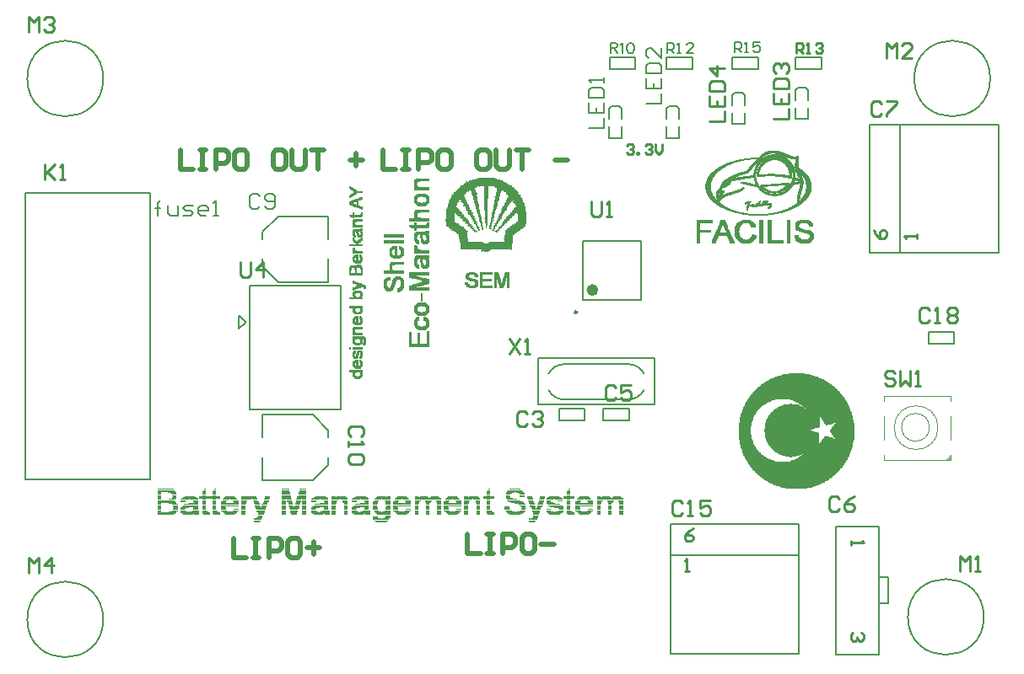
<source format=gto>
G04 Layer_Color=65535*
%FSLAX44Y44*%
%MOMM*%
G71*
G01*
G75*
%ADD18C,0.2500*%
%ADD19C,0.2000*%
%ADD20C,0.5000*%
%ADD22C,0.6000*%
%ADD55C,0.1270*%
%ADD56C,0.1016*%
%ADD57C,0.0508*%
%ADD58C,0.0762*%
%ADD59C,0.0254*%
%ADD60C,0.2540*%
%ADD61C,0.1540*%
%ADD62C,0.1500*%
D18*
X1076250Y1127920D02*
G03*
X1076250Y1127920I-1250J0D01*
G01*
D19*
X1081750Y1140170D02*
X1140750D01*
X1081750Y1199170D02*
X1140750D01*
X1081750Y1140170D02*
Y1199170D01*
X1140750Y1140170D02*
Y1199170D01*
X747890Y1030200D02*
Y1154200D01*
Y1030200D02*
X838890D01*
X747890Y1154200D02*
X838890D01*
Y1030200D02*
Y1154200D01*
X736890Y1111100D02*
Y1124100D01*
Y1111100D02*
X736890D01*
X743390Y1117600D01*
Y1118100D01*
X737390Y1124100D02*
X743390Y1118100D01*
X736890Y1124100D02*
X737390D01*
D20*
X678180Y1290504D02*
Y1271270D01*
X691003D01*
X697414Y1290504D02*
X703825D01*
X700619D01*
Y1271270D01*
X697414D01*
X703825D01*
X713442D02*
Y1290504D01*
X723059D01*
X726264Y1287298D01*
Y1280887D01*
X723059Y1277681D01*
X713442D01*
X742293Y1290504D02*
X735881D01*
X732676Y1287298D01*
Y1274476D01*
X735881Y1271270D01*
X742293D01*
X745498Y1274476D01*
Y1287298D01*
X742293Y1290504D01*
X780760D02*
X774349D01*
X771143Y1287298D01*
Y1274476D01*
X774349Y1271270D01*
X780760D01*
X783966Y1274476D01*
Y1287298D01*
X780760Y1290504D01*
X790377D02*
Y1274476D01*
X793583Y1271270D01*
X799994D01*
X803199Y1274476D01*
Y1290504D01*
X809611D02*
X822433D01*
X816022D01*
Y1271270D01*
X848078Y1280887D02*
X860901D01*
X854490Y1287298D02*
Y1274476D01*
X731520Y900614D02*
Y881380D01*
X744342D01*
X750754Y900614D02*
X757165D01*
X753959D01*
Y881380D01*
X750754D01*
X757165D01*
X766782D02*
Y900614D01*
X776399D01*
X779604Y897408D01*
Y890997D01*
X776399Y887791D01*
X766782D01*
X795633Y900614D02*
X789221D01*
X786016Y897408D01*
Y884586D01*
X789221Y881380D01*
X795633D01*
X798838Y884586D01*
Y897408D01*
X795633Y900614D01*
X805249Y890997D02*
X818072D01*
X811661Y897408D02*
Y884586D01*
X881380Y1290804D02*
Y1271270D01*
X894402D01*
X900914Y1290804D02*
X907425D01*
X904169D01*
Y1271270D01*
X900914D01*
X907425D01*
X917192D02*
Y1290804D01*
X926959D01*
X930214Y1287548D01*
Y1281037D01*
X926959Y1277781D01*
X917192D01*
X946492Y1290804D02*
X939981D01*
X936725Y1287548D01*
Y1274526D01*
X939981Y1271270D01*
X946492D01*
X949748Y1274526D01*
Y1287548D01*
X946492Y1290804D01*
X985560D02*
X979048D01*
X975793Y1287548D01*
Y1274526D01*
X979048Y1271270D01*
X985560D01*
X988815Y1274526D01*
Y1287548D01*
X985560Y1290804D01*
X995326D02*
Y1274526D01*
X998582Y1271270D01*
X1005093D01*
X1008349Y1274526D01*
Y1290804D01*
X1014860D02*
X1027883D01*
X1021371D01*
Y1271270D01*
X1053927Y1281037D02*
X1066950D01*
X966470Y904424D02*
Y885190D01*
X979293D01*
X985704Y904424D02*
X992115D01*
X988909D01*
Y885190D01*
X985704D01*
X992115D01*
X1001732D02*
Y904424D01*
X1011349D01*
X1014554Y901218D01*
Y894807D01*
X1011349Y891601D01*
X1001732D01*
X1030583Y904424D02*
X1024171D01*
X1020966Y901218D01*
Y888396D01*
X1024171Y885190D01*
X1030583D01*
X1033788Y888396D01*
Y901218D01*
X1030583Y904424D01*
X1040199Y894807D02*
X1053022D01*
D22*
X1094750Y1150170D02*
G03*
X1094750Y1150170I-3000J0D01*
G01*
D55*
X1047748Y1049660D02*
G03*
X1063498Y1040130I15750J8250D01*
G01*
Y1075690D02*
G03*
X1047748Y1066160I0J-17780D01*
G01*
X1127760Y1040130D02*
G03*
X1143510Y1049660I0J17780D01*
G01*
Y1066160D02*
G03*
X1127760Y1075690I-15750J-8250D01*
G01*
X1484630Y821690D02*
G03*
X1484630Y821690I-38100J0D01*
G01*
X1490980Y1362710D02*
G03*
X1490980Y1362710I-38100J0D01*
G01*
X600710D02*
G03*
X600710Y1362710I-38100J0D01*
G01*
Y819150D02*
G03*
X600710Y819150I-38100J0D01*
G01*
X1379480Y861610D02*
X1388831D01*
Y835110D02*
Y861610D01*
X1379480Y835110D02*
X1388831D01*
X1379480Y783860D02*
Y912860D01*
X1335780Y783860D02*
X1379480D01*
X1335780D02*
Y912860D01*
X1379480D01*
Y783860D02*
Y912860D01*
X1335780Y783860D02*
X1379480D01*
X1335780D02*
Y912860D01*
X1379480D01*
X1400820Y1187721D02*
Y1316720D01*
Y1316718D02*
X1499819D01*
Y1187720D02*
Y1316718D01*
X1400820Y1187720D02*
X1499819D01*
X1369820D02*
Y1316718D01*
X1499819D01*
Y1187720D02*
Y1316718D01*
X1369820Y1187720D02*
X1499819D01*
X1169941Y883910D02*
X1298940D01*
X1298938Y784911D02*
Y883910D01*
X1169940Y784911D02*
X1298938D01*
X1169940D02*
Y883910D01*
Y914910D02*
X1298938D01*
Y784911D02*
Y914910D01*
X1169940Y784911D02*
X1298938D01*
X1169940D02*
Y914910D01*
X1429258Y1108202D02*
X1454912D01*
X1429258Y1096518D02*
X1454912D01*
Y1108202D01*
X1429258Y1096518D02*
Y1108202D01*
X522224Y959980D02*
X647462D01*
X522224D02*
Y1247998D01*
X647462D01*
Y959980D02*
Y1247998D01*
X1037590Y1082040D02*
X1154430D01*
X1154430Y1035050D02*
X1154430Y1082040D01*
X1037590Y1035050D02*
X1154430D01*
X1037590Y1082040D02*
X1037590Y1035050D01*
X1062990Y1075690D02*
X1127760D01*
X1062990Y1040039D02*
X1127851D01*
X1109218Y1372108D02*
Y1383792D01*
X1134872Y1372108D02*
Y1383792D01*
X1109218Y1372108D02*
X1134872D01*
X1109218Y1383792D02*
X1134872D01*
X1166368Y1372108D02*
Y1383792D01*
X1192022Y1372108D02*
Y1383792D01*
X1166368Y1372108D02*
X1192022D01*
X1166368Y1383792D02*
X1192022D01*
X1232408Y1372108D02*
Y1383792D01*
X1258062Y1372108D02*
Y1383792D01*
X1232408Y1372108D02*
X1258062D01*
X1232408Y1383792D02*
X1258062D01*
X1295908Y1372108D02*
Y1383792D01*
X1321562Y1372108D02*
Y1383792D01*
X1295908Y1372108D02*
X1321562D01*
X1295908Y1383792D02*
X1321562D01*
X1178560Y1303020D02*
Y1314450D01*
Y1322070D02*
Y1332230D01*
X1165860Y1303020D02*
Y1314450D01*
Y1322070D02*
Y1332230D01*
X1168400Y1334770D02*
X1176020D01*
X1165860Y1332230D02*
X1168400Y1334770D01*
X1176020D02*
X1178560Y1332230D01*
X1165860Y1303020D02*
X1178560D01*
X1121410D02*
Y1314450D01*
Y1322070D02*
Y1332230D01*
X1108710Y1303020D02*
Y1314450D01*
Y1322070D02*
Y1332230D01*
X1111250Y1334770D02*
X1118870D01*
X1108710Y1332230D02*
X1111250Y1334770D01*
X1118870D02*
X1121410Y1332230D01*
X1108710Y1303020D02*
X1121410D01*
X1058418Y1030732D02*
X1084072D01*
X1058418Y1019048D02*
X1084072D01*
Y1030732D01*
X1058418Y1019048D02*
Y1030732D01*
X826750Y1001870D02*
Y1009370D01*
Y974370D02*
Y981870D01*
X760750Y958870D02*
Y981870D01*
Y1001870D02*
Y1024870D01*
Y958870D02*
X811250D01*
X760750Y1024870D02*
X811250D01*
X826750Y1009370D01*
X811250Y958870D02*
X826750Y974370D01*
X760750Y1173760D02*
Y1181260D01*
Y1201260D02*
Y1208760D01*
X826750Y1201260D02*
Y1224260D01*
Y1158260D02*
Y1181260D01*
X776250Y1224260D02*
X826750D01*
X776250Y1158260D02*
X826750D01*
X760750Y1173760D02*
X776250Y1158260D01*
X760750Y1208760D02*
X776250Y1224260D01*
X1102868Y1019048D02*
X1128522D01*
X1102868Y1030732D02*
X1128522D01*
X1102868Y1019048D02*
Y1030732D01*
X1128522Y1019048D02*
Y1030732D01*
X1244600Y1316990D02*
Y1328420D01*
Y1336040D02*
Y1346200D01*
X1231900Y1316990D02*
Y1328420D01*
Y1336040D02*
Y1346200D01*
X1234440Y1348740D02*
X1242060D01*
X1231900Y1346200D02*
X1234440Y1348740D01*
X1242060D02*
X1244600Y1346200D01*
X1231900Y1316990D02*
X1244600D01*
X1308100Y1322070D02*
Y1333500D01*
Y1341120D02*
Y1351280D01*
X1295400Y1322070D02*
Y1333500D01*
Y1341120D02*
Y1351280D01*
X1297940Y1353820D02*
X1305560D01*
X1295400Y1351280D02*
X1297940Y1353820D01*
X1305560D02*
X1308100Y1351280D01*
X1295400Y1322070D02*
X1308100D01*
D56*
X1430020Y1012190D02*
G03*
X1430020Y1012190I-13970J0D01*
G01*
X1438610Y1011870D02*
G03*
X1438610Y1011870I-22000J0D01*
G01*
X1451610Y982980D02*
Y984250D01*
X1447800Y979170D02*
X1451610Y982980D01*
X1447800Y979170D02*
X1449070D01*
X1451610Y981710D01*
Y984250D01*
X1446530Y979170D02*
X1451610Y984250D01*
X1446530Y979170D02*
X1451610D01*
X1446530D02*
X1447800D01*
X1446530D02*
X1447800D01*
X1451610Y981710D02*
Y984250D01*
X1449070Y979170D02*
X1451610D01*
Y984250D01*
X1384300Y979170D02*
X1451610D01*
X1384300D02*
Y984250D01*
Y999490D02*
Y1023620D01*
Y1038860D02*
Y1043940D01*
X1451610D01*
Y1038860D02*
Y1043940D01*
Y999490D02*
Y1023620D01*
X1028192Y917702D02*
X1033272D01*
X874776D02*
X883920D01*
X751840D02*
X756920D01*
X1028192Y918718D02*
X1034288D01*
X872744D02*
X885952D01*
X751840D02*
X757936D01*
X1028192Y919734D02*
X1035304D01*
X871728D02*
X886968D01*
X751840D02*
X758952D01*
X1030224Y920750D02*
X1035304D01*
X1028192D02*
X1029208D01*
X880872D02*
X886968D01*
X871728D02*
X878840D01*
X753872D02*
X758952D01*
X751840D02*
X752856D01*
X1031240Y921766D02*
X1036320D01*
X882904D02*
X887984D01*
X871728D02*
X875792D01*
X754888D02*
X759968D01*
X1032256Y922782D02*
X1036320D01*
X883920D02*
X887984D01*
X871728D02*
X875792D01*
X755904D02*
X759968D01*
X1032256Y923798D02*
X1036320D01*
X883920D02*
X887984D01*
X755904D02*
X759968D01*
X1118616Y924814D02*
X1121664D01*
X1107440D02*
X1110488D01*
X1096264D02*
X1099312D01*
X1078992D02*
X1087120D01*
X1066800D02*
X1072896D01*
X1048512D02*
X1058672D01*
X1032256D02*
X1037336D01*
X1008888D02*
X1019048D01*
X986536D02*
X992632D01*
X975360D02*
X978408D01*
X963168D02*
X966216D01*
X946912D02*
X955040D01*
X935736D02*
X938784D01*
X924560D02*
X927608D01*
X913384D02*
X916432D01*
X896112D02*
X904240D01*
X884936D02*
X887984D01*
X875792D02*
X883920D01*
X863600D02*
X867664D01*
X852424D02*
X861568D01*
X842264D02*
X845312D01*
X830072D02*
X833120D01*
X822960D02*
X827024D01*
X811784D02*
X820928D01*
X800608D02*
X803656D01*
X789432D02*
X794512D01*
X780288D02*
X783336D01*
X755904D02*
X760984D01*
X739648D02*
X742696D01*
X723392D02*
X731520D01*
X711200D02*
X717296D01*
X701040D02*
X707136D01*
X691896D02*
X695960D01*
X680720D02*
X689864D01*
X655320D02*
X670560D01*
X1118616Y925830D02*
X1121664D01*
X1107440D02*
X1110488D01*
X1096264D02*
X1099312D01*
X1077976D02*
X1089152D01*
X1065784D02*
X1072896D01*
X1047496D02*
X1059688D01*
X1032256D02*
X1037336D01*
X1006856D02*
X1021080D01*
X985520D02*
X992632D01*
X975360D02*
X978408D01*
X963168D02*
X966216D01*
X945896D02*
X957072D01*
X935736D02*
X938784D01*
X924560D02*
X927608D01*
X913384D02*
X916432D01*
X895096D02*
X906272D01*
X874776D02*
X887984D01*
X851408D02*
X867664D01*
X842264D02*
X845312D01*
X830072D02*
X833120D01*
X810768D02*
X827024D01*
X800608D02*
X803656D01*
X789432D02*
X794512D01*
X780288D02*
X783336D01*
X755904D02*
X760984D01*
X739648D02*
X742696D01*
X722376D02*
X733552D01*
X710184D02*
X717296D01*
X700024D02*
X707136D01*
X679704D02*
X695960D01*
X655320D02*
X672592D01*
X1118616Y926846D02*
X1121664D01*
X1107440D02*
X1110488D01*
X1096264D02*
X1099312D01*
X1076960D02*
X1090168D01*
X1065784D02*
X1072896D01*
X1046480D02*
X1060704D01*
X1032256D02*
X1038352D01*
X1005840D02*
X1022096D01*
X985520D02*
X992632D01*
X975360D02*
X978408D01*
X963168D02*
X966216D01*
X944880D02*
X958088D01*
X935736D02*
X938784D01*
X924560D02*
X927608D01*
X913384D02*
X916432D01*
X894080D02*
X907288D01*
X873760D02*
X887984D01*
X850392D02*
X867664D01*
X842264D02*
X845312D01*
X830072D02*
X833120D01*
X809752D02*
X827024D01*
X800608D02*
X803656D01*
X788416D02*
X794512D01*
X780288D02*
X783336D01*
X755904D02*
X762000D01*
X739648D02*
X742696D01*
X721360D02*
X734568D01*
X710184D02*
X717296D01*
X700024D02*
X707136D01*
X678688D02*
X695960D01*
X655320D02*
X673608D01*
X1118616Y927862D02*
X1121664D01*
X1107440D02*
X1110488D01*
X1096264D02*
X1099312D01*
X1084072D02*
X1090168D01*
X1075944D02*
X1083056D01*
X1065784D02*
X1070864D01*
X1054608D02*
X1061720D01*
X1045464D02*
X1052576D01*
X1031240D02*
X1038352D01*
X1014984D02*
X1023112D01*
X1004824D02*
X1013968D01*
X985520D02*
X990600D01*
X975360D02*
X978408D01*
X963168D02*
X966216D01*
X951992D02*
X958088D01*
X943864D02*
X950976D01*
X935736D02*
X938784D01*
X924560D02*
X927608D01*
X913384D02*
X916432D01*
X901192D02*
X907288D01*
X893064D02*
X900176D01*
X880872D02*
X887984D01*
X872744D02*
X878840D01*
X858520D02*
X867664D01*
X850392D02*
X856488D01*
X842264D02*
X845312D01*
X830072D02*
X833120D01*
X817880D02*
X827024D01*
X809752D02*
X815848D01*
X800608D02*
X803656D01*
X788416D02*
X795528D01*
X780288D02*
X783336D01*
X754888D02*
X762000D01*
X739648D02*
X742696D01*
X728472D02*
X734568D01*
X720344D02*
X727456D01*
X710184D02*
X715264D01*
X700024D02*
X705104D01*
X686816D02*
X695960D01*
X678688D02*
X684784D01*
X666496D02*
X673608D01*
X655320D02*
X658368D01*
X1118616Y928878D02*
X1121664D01*
X1107440D02*
X1110488D01*
X1096264D02*
X1099312D01*
X1086104D02*
X1091184D01*
X1074928D02*
X1080008D01*
X1065784D02*
X1069848D01*
X1057656D02*
X1061720D01*
X1045464D02*
X1049528D01*
X1031240D02*
X1038352D01*
X1019048D02*
X1024128D01*
X1004824D02*
X1009904D01*
X985520D02*
X989584D01*
X975360D02*
X978408D01*
X963168D02*
X966216D01*
X954024D02*
X959104D01*
X942848D02*
X947928D01*
X935736D02*
X938784D01*
X924560D02*
X927608D01*
X913384D02*
X916432D01*
X903224D02*
X908304D01*
X892048D02*
X897128D01*
X882904D02*
X887984D01*
X872744D02*
X876808D01*
X861568D02*
X867664D01*
X850392D02*
X854456D01*
X842264D02*
X845312D01*
X830072D02*
X833120D01*
X820928D02*
X827024D01*
X809752D02*
X813816D01*
X800608D02*
X803656D01*
X788416D02*
X795528D01*
X780288D02*
X783336D01*
X754888D02*
X762000D01*
X739648D02*
X742696D01*
X730504D02*
X735584D01*
X719328D02*
X724408D01*
X710184D02*
X714248D01*
X700024D02*
X704088D01*
X689864D02*
X695960D01*
X678688D02*
X682752D01*
X669544D02*
X674624D01*
X655320D02*
X658368D01*
X1118616Y929894D02*
X1121664D01*
X1107440D02*
X1110488D01*
X1096264D02*
X1099312D01*
X1087120D02*
X1091184D01*
X1074928D02*
X1078992D01*
X1065784D02*
X1068832D01*
X1058672D02*
X1061720D01*
X1045464D02*
X1049528D01*
X1031240D02*
X1039368D01*
X1020064D02*
X1024128D01*
X1003808D02*
X1008888D01*
X985520D02*
X988568D01*
X975360D02*
X978408D01*
X963168D02*
X966216D01*
X955040D02*
X959104D01*
X942848D02*
X946912D01*
X935736D02*
X938784D01*
X924560D02*
X927608D01*
X913384D02*
X916432D01*
X904240D02*
X908304D01*
X892048D02*
X896112D01*
X883920D02*
X887984D01*
X871728D02*
X875792D01*
X862584D02*
X866648D01*
X850392D02*
X853440D01*
X842264D02*
X845312D01*
X830072D02*
X833120D01*
X821944D02*
X826008D01*
X809752D02*
X812800D01*
X800608D02*
X803656D01*
X788416D02*
X795528D01*
X780288D02*
X783336D01*
X754888D02*
X763016D01*
X739648D02*
X742696D01*
X731520D02*
X735584D01*
X719328D02*
X723392D01*
X710184D02*
X713232D01*
X700024D02*
X703072D01*
X690880D02*
X694944D01*
X678688D02*
X681736D01*
X670560D02*
X674624D01*
X655320D02*
X658368D01*
X1118616Y930910D02*
X1121664D01*
X1107440D02*
X1110488D01*
X1096264D02*
X1099312D01*
X1074928D02*
X1078992D01*
X1065784D02*
X1068832D01*
X1057656D02*
X1061720D01*
X1035304D02*
X1039368D01*
X1030224D02*
X1034288D01*
X1020064D02*
X1024128D01*
X1003808D02*
X1007872D01*
X985520D02*
X988568D01*
X975360D02*
X978408D01*
X963168D02*
X966216D01*
X942848D02*
X946912D01*
X935736D02*
X938784D01*
X924560D02*
X927608D01*
X913384D02*
X916432D01*
X892048D02*
X896112D01*
X883920D02*
X887984D01*
X871728D02*
X875792D01*
X862584D02*
X866648D01*
X850392D02*
X854456D01*
X842264D02*
X845312D01*
X830072D02*
X833120D01*
X821944D02*
X826008D01*
X809752D02*
X813816D01*
X800608D02*
X803656D01*
X792480D02*
X796544D01*
X787400D02*
X791464D01*
X780288D02*
X783336D01*
X758952D02*
X763016D01*
X753872D02*
X757936D01*
X739648D02*
X742696D01*
X719328D02*
X723392D01*
X710184D02*
X713232D01*
X700024D02*
X703072D01*
X690880D02*
X694944D01*
X678688D02*
X682752D01*
X670560D02*
X674624D01*
X655320D02*
X658368D01*
X1118616Y931926D02*
X1121664D01*
X1107440D02*
X1110488D01*
X1096264D02*
X1099312D01*
X1074928D02*
X1078992D01*
X1065784D02*
X1068832D01*
X1053592D02*
X1061720D01*
X1035304D02*
X1039368D01*
X1030224D02*
X1034288D01*
X1021080D02*
X1024128D01*
X1003808D02*
X1007872D01*
X985520D02*
X988568D01*
X975360D02*
X978408D01*
X963168D02*
X966216D01*
X942848D02*
X946912D01*
X935736D02*
X938784D01*
X924560D02*
X927608D01*
X913384D02*
X916432D01*
X892048D02*
X896112D01*
X883920D02*
X887984D01*
X871728D02*
X875792D01*
X862584D02*
X866648D01*
X850392D02*
X857504D01*
X842264D02*
X845312D01*
X830072D02*
X833120D01*
X821944D02*
X826008D01*
X809752D02*
X816864D01*
X800608D02*
X803656D01*
X792480D02*
X796544D01*
X787400D02*
X791464D01*
X780288D02*
X783336D01*
X758952D02*
X763016D01*
X753872D02*
X757936D01*
X739648D02*
X742696D01*
X719328D02*
X723392D01*
X710184D02*
X713232D01*
X700024D02*
X703072D01*
X690880D02*
X694944D01*
X678688D02*
X685800D01*
X671576D02*
X674624D01*
X655320D02*
X658368D01*
X1118616Y932942D02*
X1121664D01*
X1107440D02*
X1110488D01*
X1096264D02*
X1099312D01*
X1074928D02*
X1077976D01*
X1065784D02*
X1068832D01*
X1049528D02*
X1061720D01*
X1036320D02*
X1040384D01*
X1029208D02*
X1034288D01*
X1020064D02*
X1024128D01*
X1003808D02*
X1007872D01*
X985520D02*
X988568D01*
X975360D02*
X978408D01*
X963168D02*
X966216D01*
X942848D02*
X945896D01*
X935736D02*
X938784D01*
X924560D02*
X927608D01*
X913384D02*
X916432D01*
X892048D02*
X895096D01*
X884936D02*
X887984D01*
X871728D02*
X874776D01*
X851408D02*
X866648D01*
X842264D02*
X845312D01*
X830072D02*
X833120D01*
X810768D02*
X826008D01*
X800608D02*
X803656D01*
X792480D02*
X796544D01*
X787400D02*
X791464D01*
X780288D02*
X783336D01*
X759968D02*
X764032D01*
X752856D02*
X757936D01*
X739648D02*
X742696D01*
X719328D02*
X722376D01*
X710184D02*
X713232D01*
X700024D02*
X703072D01*
X679704D02*
X694944D01*
X670560D02*
X674624D01*
X655320D02*
X658368D01*
X1118616Y933958D02*
X1121664D01*
X1107440D02*
X1110488D01*
X1096264D02*
X1099312D01*
X1074928D02*
X1091184D01*
X1065784D02*
X1068832D01*
X1047496D02*
X1060704D01*
X1036320D02*
X1040384D01*
X1029208D02*
X1033272D01*
X1019048D02*
X1024128D01*
X985520D02*
X988568D01*
X975360D02*
X978408D01*
X963168D02*
X966216D01*
X942848D02*
X959104D01*
X935736D02*
X938784D01*
X924560D02*
X927608D01*
X913384D02*
X916432D01*
X892048D02*
X908304D01*
X884936D02*
X887984D01*
X871728D02*
X874776D01*
X852424D02*
X866648D01*
X842264D02*
X845312D01*
X830072D02*
X833120D01*
X811784D02*
X826008D01*
X800608D02*
X803656D01*
X793496D02*
X796544D01*
X786384D02*
X790448D01*
X780288D02*
X783336D01*
X759968D02*
X764032D01*
X752856D02*
X756920D01*
X739648D02*
X742696D01*
X719328D02*
X735584D01*
X710184D02*
X713232D01*
X700024D02*
X703072D01*
X680720D02*
X694944D01*
X670560D02*
X674624D01*
X655320D02*
X658368D01*
X1118616Y934974D02*
X1121664D01*
X1107440D02*
X1110488D01*
X1096264D02*
X1099312D01*
X1074928D02*
X1091184D01*
X1065784D02*
X1068832D01*
X1046480D02*
X1058672D01*
X1036320D02*
X1041400D01*
X1029208D02*
X1033272D01*
X1017016D02*
X1024128D01*
X985520D02*
X988568D01*
X975360D02*
X978408D01*
X963168D02*
X966216D01*
X942848D02*
X959104D01*
X935736D02*
X938784D01*
X924560D02*
X927608D01*
X913384D02*
X916432D01*
X892048D02*
X908304D01*
X883920D02*
X887984D01*
X871728D02*
X874776D01*
X853440D02*
X866648D01*
X842264D02*
X845312D01*
X830072D02*
X833120D01*
X812800D02*
X826008D01*
X800608D02*
X803656D01*
X793496D02*
X797560D01*
X786384D02*
X790448D01*
X780288D02*
X783336D01*
X759968D02*
X765048D01*
X752856D02*
X756920D01*
X739648D02*
X742696D01*
X719328D02*
X735584D01*
X710184D02*
X713232D01*
X700024D02*
X703072D01*
X681736D02*
X694944D01*
X669544D02*
X674624D01*
X655320D02*
X658368D01*
X1118616Y935990D02*
X1121664D01*
X1107440D02*
X1110488D01*
X1096264D02*
X1100328D01*
X1074928D02*
X1091184D01*
X1065784D02*
X1068832D01*
X1045464D02*
X1053592D01*
X1037336D02*
X1041400D01*
X1028192D02*
X1033272D01*
X1013968D02*
X1023112D01*
X985520D02*
X988568D01*
X975360D02*
X978408D01*
X963168D02*
X967232D01*
X942848D02*
X959104D01*
X935736D02*
X938784D01*
X924560D02*
X927608D01*
X913384D02*
X917448D01*
X892048D02*
X908304D01*
X883920D02*
X887984D01*
X871728D02*
X875792D01*
X858520D02*
X866648D01*
X842264D02*
X845312D01*
X830072D02*
X834136D01*
X817880D02*
X826008D01*
X800608D02*
X803656D01*
X793496D02*
X797560D01*
X786384D02*
X790448D01*
X780288D02*
X783336D01*
X760984D02*
X765048D01*
X751840D02*
X756920D01*
X739648D02*
X743712D01*
X719328D02*
X735584D01*
X710184D02*
X713232D01*
X700024D02*
X703072D01*
X686816D02*
X694944D01*
X666496D02*
X673608D01*
X655320D02*
X658368D01*
X1118616Y937006D02*
X1121664D01*
X1107440D02*
X1111504D01*
X1096264D02*
X1100328D01*
X1087120D02*
X1091184D01*
X1074928D02*
X1078992D01*
X1065784D02*
X1068832D01*
X1045464D02*
X1051560D01*
X1037336D02*
X1041400D01*
X1028192D02*
X1032256D01*
X1009904D02*
X1022096D01*
X985520D02*
X988568D01*
X974344D02*
X978408D01*
X963168D02*
X967232D01*
X955040D02*
X959104D01*
X942848D02*
X946912D01*
X935736D02*
X938784D01*
X924560D02*
X928624D01*
X913384D02*
X917448D01*
X904240D02*
X908304D01*
X892048D02*
X896112D01*
X883920D02*
X887984D01*
X871728D02*
X875792D01*
X863600D02*
X866648D01*
X841248D02*
X845312D01*
X830072D02*
X834136D01*
X822960D02*
X826008D01*
X800608D02*
X803656D01*
X794512D02*
X797560D01*
X786384D02*
X790448D01*
X780288D02*
X783336D01*
X760984D02*
X765048D01*
X751840D02*
X755904D01*
X739648D02*
X743712D01*
X731520D02*
X735584D01*
X719328D02*
X723392D01*
X710184D02*
X713232D01*
X700024D02*
X703072D01*
X691896D02*
X694944D01*
X655320D02*
X673608D01*
X1117600Y938022D02*
X1121664D01*
X1106424D02*
X1111504D01*
X1096264D02*
X1100328D01*
X1087120D02*
X1091184D01*
X1074928D02*
X1078992D01*
X1065784D02*
X1068832D01*
X1045464D02*
X1049528D01*
X1038352D02*
X1042416D01*
X1028192D02*
X1032256D01*
X1007872D02*
X1021080D01*
X985520D02*
X988568D01*
X974344D02*
X978408D01*
X963168D02*
X967232D01*
X955040D02*
X959104D01*
X942848D02*
X946912D01*
X934720D02*
X938784D01*
X923544D02*
X928624D01*
X913384D02*
X917448D01*
X904240D02*
X908304D01*
X892048D02*
X896112D01*
X883920D02*
X887984D01*
X871728D02*
X875792D01*
X862584D02*
X866648D01*
X850392D02*
X854456D01*
X841248D02*
X845312D01*
X830072D02*
X834136D01*
X821944D02*
X826008D01*
X809752D02*
X813816D01*
X800608D02*
X803656D01*
X794512D02*
X798576D01*
X785368D02*
X789432D01*
X780288D02*
X783336D01*
X762000D02*
X766064D01*
X751840D02*
X755904D01*
X739648D02*
X743712D01*
X731520D02*
X735584D01*
X719328D02*
X723392D01*
X710184D02*
X713232D01*
X700024D02*
X703072D01*
X690880D02*
X694944D01*
X678688D02*
X682752D01*
X655320D02*
X672592D01*
X1117600Y939038D02*
X1121664D01*
X1106424D02*
X1112520D01*
X1096264D02*
X1101344D01*
X1086104D02*
X1091184D01*
X1075944D02*
X1080008D01*
X1065784D02*
X1068832D01*
X1056640D02*
X1060704D01*
X1045464D02*
X1049528D01*
X1038352D02*
X1042416D01*
X1027176D02*
X1031240D01*
X1005840D02*
X1019048D01*
X985520D02*
X988568D01*
X974344D02*
X978408D01*
X963168D02*
X968248D01*
X954024D02*
X959104D01*
X943864D02*
X947928D01*
X934720D02*
X938784D01*
X923544D02*
X929640D01*
X913384D02*
X918464D01*
X903224D02*
X908304D01*
X893064D02*
X897128D01*
X882904D02*
X887984D01*
X872744D02*
X876808D01*
X862584D02*
X866648D01*
X850392D02*
X854456D01*
X841248D02*
X845312D01*
X830072D02*
X835152D01*
X821944D02*
X826008D01*
X809752D02*
X813816D01*
X800608D02*
X803656D01*
X794512D02*
X798576D01*
X785368D02*
X789432D01*
X780288D02*
X783336D01*
X762000D02*
X766064D01*
X750824D02*
X754888D01*
X739648D02*
X744728D01*
X730504D02*
X735584D01*
X720344D02*
X724408D01*
X710184D02*
X713232D01*
X700024D02*
X703072D01*
X690880D02*
X694944D01*
X678688D02*
X682752D01*
X655320D02*
X671576D01*
X1115568Y940054D02*
X1121664D01*
X1104392D02*
X1114552D01*
X1096264D02*
X1103376D01*
X1084072D02*
X1090168D01*
X1075944D02*
X1082040D01*
X1065784D02*
X1068832D01*
X1053592D02*
X1060704D01*
X1045464D02*
X1051560D01*
X1038352D02*
X1042416D01*
X1027176D02*
X1031240D01*
X1005840D02*
X1014984D01*
X985520D02*
X988568D01*
X972312D02*
X978408D01*
X963168D02*
X970280D01*
X951992D02*
X958088D01*
X943864D02*
X949960D01*
X932688D02*
X938784D01*
X921512D02*
X931672D01*
X913384D02*
X920496D01*
X901192D02*
X907288D01*
X893064D02*
X899160D01*
X880872D02*
X887984D01*
X872744D02*
X878840D01*
X859536D02*
X866648D01*
X850392D02*
X857504D01*
X839216D02*
X845312D01*
X830072D02*
X837184D01*
X818896D02*
X826008D01*
X809752D02*
X816864D01*
X800608D02*
X803656D01*
X794512D02*
X798576D01*
X785368D02*
X789432D01*
X780288D02*
X783336D01*
X762000D02*
X766064D01*
X750824D02*
X754888D01*
X746760D02*
X748792D01*
X739648D02*
X745744D01*
X728472D02*
X734568D01*
X720344D02*
X726440D01*
X710184D02*
X713232D01*
X700024D02*
X703072D01*
X687832D02*
X694944D01*
X678688D02*
X685800D01*
X666496D02*
X672592D01*
X655320D02*
X658368D01*
X1096264Y941070D02*
X1121664D01*
X1076960D02*
X1089152D01*
X1062736D02*
X1072896D01*
X1045464D02*
X1060704D01*
X1039368D02*
X1043432D01*
X1026160D02*
X1031240D01*
X1004824D02*
X1010920D01*
X982472D02*
X992632D01*
X963168D02*
X978408D01*
X944880D02*
X957072D01*
X913384D02*
X938784D01*
X894080D02*
X906272D01*
X873760D02*
X887984D01*
X851408D02*
X866648D01*
X830072D02*
X845312D01*
X810768D02*
X826008D01*
X800608D02*
X803656D01*
X795528D02*
X799592D01*
X784352D02*
X788416D01*
X780288D02*
X783336D01*
X763016D02*
X767080D01*
X739648D02*
X754888D01*
X721360D02*
X733552D01*
X696976D02*
X717296D01*
X679704D02*
X694944D01*
X669544D02*
X673608D01*
X655320D02*
X658368D01*
X1111504Y942086D02*
X1120648D01*
X1100328D02*
X1109472D01*
X1096264D02*
X1099312D01*
X1077976D02*
X1088136D01*
X1062736D02*
X1072896D01*
X1046480D02*
X1059688D01*
X1039368D02*
X1043432D01*
X1026160D02*
X1030224D01*
X1004824D02*
X1008888D01*
X982472D02*
X992632D01*
X963168D02*
X977392D01*
X945896D02*
X956056D01*
X928624D02*
X937768D01*
X917448D02*
X926592D01*
X913384D02*
X916432D01*
X895096D02*
X905256D01*
X884936D02*
X887984D01*
X874776D02*
X883920D01*
X852424D02*
X865632D01*
X830072D02*
X844296D01*
X811784D02*
X824992D01*
X800608D02*
X803656D01*
X795528D02*
X799592D01*
X784352D02*
X788416D01*
X780288D02*
X783336D01*
X763016D02*
X767080D01*
X739648D02*
X753872D01*
X722376D02*
X732536D01*
X696976D02*
X717296D01*
X680720D02*
X693928D01*
X669544D02*
X673608D01*
X655320D02*
X658368D01*
X1112520Y943102D02*
X1119632D01*
X1101344D02*
X1108456D01*
X1096264D02*
X1099312D01*
X1078992D02*
X1087120D01*
X1062736D02*
X1072896D01*
X1048512D02*
X1057656D01*
X1039368D02*
X1043432D01*
X1026160D02*
X1030224D01*
X1019048D02*
X1023112D01*
X1004824D02*
X1008888D01*
X982472D02*
X992632D01*
X968248D02*
X976376D01*
X963168D02*
X966216D01*
X946912D02*
X955040D01*
X929640D02*
X936752D01*
X918464D02*
X925576D01*
X913384D02*
X916432D01*
X896112D02*
X904240D01*
X884936D02*
X887984D01*
X875792D02*
X882904D01*
X854456D02*
X863600D01*
X835152D02*
X843280D01*
X830072D02*
X833120D01*
X813816D02*
X822960D01*
X800608D02*
X803656D01*
X795528D02*
X799592D01*
X784352D02*
X788416D01*
X780288D02*
X783336D01*
X763016D02*
X767080D01*
X743712D02*
X753872D01*
X739648D02*
X742696D01*
X723392D02*
X731520D01*
X696976D02*
X717296D01*
X682752D02*
X691896D01*
X670560D02*
X673608D01*
X655320D02*
X658368D01*
X1065784Y944118D02*
X1068832D01*
X1019048D02*
X1023112D01*
X1004824D02*
X1007872D01*
X985520D02*
X988568D01*
X800608D02*
X803656D01*
X796544D02*
X799592D01*
X784352D02*
X788416D01*
X780288D02*
X783336D01*
X710184D02*
X713232D01*
X700024D02*
X703072D01*
X669544D02*
X673608D01*
X655320D02*
X658368D01*
X1065784Y945134D02*
X1068832D01*
X1019048D02*
X1023112D01*
X1004824D02*
X1008888D01*
X985520D02*
X988568D01*
X796544D02*
X803656D01*
X780288D02*
X787400D01*
X710184D02*
X713232D01*
X700024D02*
X703072D01*
X669544D02*
X673608D01*
X655320D02*
X658368D01*
X1065784Y946150D02*
X1068832D01*
X1018032D02*
X1023112D01*
X1004824D02*
X1009904D01*
X985520D02*
X988568D01*
X796544D02*
X803656D01*
X780288D02*
X787400D01*
X710184D02*
X713232D01*
X700024D02*
X703072D01*
X668528D02*
X673608D01*
X655320D02*
X658368D01*
X1065784Y947166D02*
X1068832D01*
X1014984D02*
X1022096D01*
X1004824D02*
X1012952D01*
X985520D02*
X988568D01*
X796544D02*
X803656D01*
X780288D02*
X787400D01*
X710184D02*
X713232D01*
X700024D02*
X703072D01*
X665480D02*
X673608D01*
X655320D02*
X658368D01*
X1065784Y948182D02*
X1068832D01*
X1005840D02*
X1021080D01*
X985520D02*
X988568D01*
X797560D02*
X803656D01*
X780288D02*
X786384D01*
X710184D02*
X713232D01*
X700024D02*
X703072D01*
X655320D02*
X672592D01*
X1066800Y949198D02*
X1068832D01*
X1006856D02*
X1020064D01*
X986536D02*
X988568D01*
X797560D02*
X803656D01*
X780288D02*
X786384D01*
X711200D02*
X713232D01*
X701040D02*
X703072D01*
X655320D02*
X671576D01*
X1067816Y950214D02*
X1068832D01*
X1008888D02*
X1019048D01*
X987552D02*
X988568D01*
X797560D02*
X803656D01*
X780288D02*
X786384D01*
X712216D02*
X713232D01*
X702056D02*
X703072D01*
X655320D02*
X670560D01*
D57*
X967486Y1168146D02*
X973074D01*
X978662D02*
X990346D01*
X992886D02*
X996442D01*
X1004062D02*
X1007618D01*
X965962Y1167638D02*
X974090D01*
X978662D02*
X990346D01*
X992886D02*
X996950D01*
X1003554D02*
X1007618D01*
X965454Y1167130D02*
X974598D01*
X978662D02*
X990346D01*
X992886D02*
X996950D01*
X1003554D02*
X1007618D01*
X964946Y1166622D02*
X975106D01*
X978662D02*
X990346D01*
X992886D02*
X996950D01*
X1003554D02*
X1007618D01*
X964946Y1166114D02*
X969518D01*
X971042D02*
X975614D01*
X978662D02*
X980694D01*
X992886D02*
X997458D01*
X1003046D02*
X1007618D01*
X964438Y1165606D02*
X967486D01*
X972566D02*
X976122D01*
X978662D02*
X980694D01*
X992886D02*
X997458D01*
X1003046D02*
X1007618D01*
X964438Y1165098D02*
X966978D01*
X973074D02*
X976122D01*
X978662D02*
X980694D01*
X992886D02*
X997458D01*
X1003046D02*
X1007618D01*
X964438Y1164590D02*
X966978D01*
X973582D02*
X976122D01*
X978662D02*
X980694D01*
X992886D02*
X994918D01*
X995426D02*
X997458D01*
X1003046D02*
X1005078D01*
X1005586D02*
X1007618D01*
X964438Y1164082D02*
X966470D01*
X973582D02*
X976122D01*
X978662D02*
X980694D01*
X992886D02*
X994918D01*
X995426D02*
X997966D01*
X1002538D02*
X1005078D01*
X1005586D02*
X1007618D01*
X964438Y1163574D02*
X966978D01*
X978662D02*
X980694D01*
X992886D02*
X994918D01*
X995426D02*
X997966D01*
X1002538D02*
X1005078D01*
X1005586D02*
X1007618D01*
X964438Y1163066D02*
X967486D01*
X978662D02*
X980694D01*
X992886D02*
X994918D01*
X995426D02*
X997966D01*
X1002538D02*
X1005078D01*
X1005586D02*
X1007618D01*
X964438Y1162558D02*
X968502D01*
X978662D02*
X980694D01*
X992886D02*
X994918D01*
X995934D02*
X998474D01*
X1002030D02*
X1004570D01*
X1005586D02*
X1007618D01*
X964946Y1162050D02*
X970534D01*
X978662D02*
X980694D01*
X992886D02*
X994918D01*
X995934D02*
X998474D01*
X1002030D02*
X1004570D01*
X1005586D02*
X1007618D01*
X965454Y1161542D02*
X972566D01*
X978662D02*
X989838D01*
X992886D02*
X994918D01*
X995934D02*
X998474D01*
X1002030D02*
X1004570D01*
X1005586D02*
X1007618D01*
X965962Y1161034D02*
X974090D01*
X978662D02*
X989838D01*
X992886D02*
X994918D01*
X996442D02*
X998982D01*
X1001522D02*
X1004062D01*
X1005586D02*
X1007618D01*
X966978Y1160526D02*
X975106D01*
X978662D02*
X989838D01*
X992886D02*
X994918D01*
X996442D02*
X998982D01*
X1001522D02*
X1004062D01*
X1005586D02*
X1007618D01*
X968502Y1160018D02*
X975614D01*
X978662D02*
X989838D01*
X992886D02*
X994918D01*
X996442D02*
X998982D01*
X1001522D02*
X1004062D01*
X1005586D02*
X1007618D01*
X970534Y1159510D02*
X976122D01*
X978662D02*
X980694D01*
X992886D02*
X994918D01*
X996442D02*
X998982D01*
X1001522D02*
X1004062D01*
X1005586D02*
X1007618D01*
X972566Y1159002D02*
X976630D01*
X978662D02*
X980694D01*
X992886D02*
X994918D01*
X996950D02*
X999490D01*
X1001014D02*
X1003554D01*
X1005586D02*
X1007618D01*
X973582Y1158494D02*
X976630D01*
X978662D02*
X980694D01*
X992886D02*
X994918D01*
X996950D02*
X999490D01*
X1001014D02*
X1003554D01*
X1005586D02*
X1007618D01*
X963930Y1157986D02*
X966470D01*
X974090D02*
X976630D01*
X978662D02*
X980694D01*
X992886D02*
X994918D01*
X996950D02*
X999490D01*
X1001014D02*
X1003554D01*
X1005586D02*
X1007618D01*
X963930Y1157478D02*
X966470D01*
X974090D02*
X976630D01*
X978662D02*
X980694D01*
X992886D02*
X994918D01*
X997458D02*
X999998D01*
X1000506D02*
X1003046D01*
X1005586D02*
X1007618D01*
X963930Y1156970D02*
X966470D01*
X974090D02*
X976630D01*
X978662D02*
X980694D01*
X992886D02*
X994918D01*
X997458D02*
X999998D01*
X1000506D02*
X1003046D01*
X1005586D02*
X1007618D01*
X963930Y1156462D02*
X966978D01*
X974090D02*
X976630D01*
X978662D02*
X980694D01*
X992886D02*
X994918D01*
X997458D02*
X999998D01*
X1000506D02*
X1003046D01*
X1005586D02*
X1007618D01*
X964438Y1155954D02*
X967486D01*
X973582D02*
X976630D01*
X978662D02*
X980694D01*
X992886D02*
X994918D01*
X997458D02*
X999998D01*
X1000506D02*
X1003046D01*
X1005586D02*
X1007618D01*
X964438Y1155446D02*
X967994D01*
X973074D02*
X976630D01*
X978662D02*
X980694D01*
X992886D02*
X994918D01*
X997966D02*
X1002538D01*
X1005586D02*
X1007618D01*
X964946Y1154938D02*
X970534D01*
X971042D02*
X976122D01*
X978662D02*
X980694D01*
X992886D02*
X994918D01*
X997966D02*
X1002538D01*
X1005586D02*
X1007618D01*
X964946Y1154430D02*
X975614D01*
X978662D02*
X990854D01*
X992886D02*
X994918D01*
X997966D02*
X1002538D01*
X1005586D02*
X1007618D01*
X965454Y1153922D02*
X975106D01*
X978662D02*
X990854D01*
X992886D02*
X994918D01*
X998474D02*
X1002030D01*
X1005586D02*
X1007618D01*
X966470Y1153414D02*
X974598D01*
X978662D02*
X990854D01*
X992886D02*
X994918D01*
X998474D02*
X1002030D01*
X1005586D02*
X1007618D01*
X967486Y1152906D02*
X973582D01*
X978662D02*
X990854D01*
X992886D02*
X994918D01*
X998474D02*
X1002030D01*
X1005586D02*
X1007618D01*
X1353566Y1000760D02*
Y1016508D01*
X1353058Y997712D02*
Y1019556D01*
X1352550Y995172D02*
Y1022096D01*
X1352042Y993140D02*
Y1024128D01*
X1351534Y991616D02*
Y1025652D01*
X1351026Y990092D02*
Y1027176D01*
X1350518Y988568D02*
Y1028700D01*
X1350010Y987044D02*
Y1030224D01*
X1349502Y986028D02*
Y1031240D01*
X1348994Y984504D02*
Y1032764D01*
X1348486Y983488D02*
Y1033780D01*
X1347978Y982472D02*
Y1034796D01*
X1347470Y981456D02*
Y1035812D01*
X1346962Y980440D02*
Y1036828D01*
X1346454Y979932D02*
Y1037336D01*
X1345946Y978916D02*
Y1038352D01*
X1345438Y977900D02*
Y1039368D01*
X1344930Y977392D02*
Y1039876D01*
X1344422Y976376D02*
Y1040892D01*
X1343914Y975868D02*
Y1041400D01*
X1343406Y974852D02*
Y1042416D01*
X1342898Y974344D02*
Y1042924D01*
X1342390Y973328D02*
Y1043940D01*
X1341882Y972820D02*
Y1044448D01*
X1341374Y972312D02*
Y1044956D01*
X1340866Y971804D02*
Y1045464D01*
X1340358Y971296D02*
Y1045972D01*
X1339850Y970280D02*
Y1046988D01*
X1339342Y969772D02*
Y1047496D01*
X1338834Y969264D02*
Y1048004D01*
X1338326Y968756D02*
Y1048512D01*
X1337818Y968248D02*
Y1049020D01*
X1337310Y967740D02*
Y1049528D01*
X1336802Y967232D02*
Y1050036D01*
X1336294Y1018032D02*
Y1050544D01*
Y966724D02*
Y1017524D01*
X1335786D02*
Y1051052D01*
Y966216D02*
Y1017016D01*
X1335278Y1017524D02*
Y1051560D01*
Y1001268D02*
Y1016000D01*
Y965708D02*
Y1000252D01*
X1334770Y1017524D02*
Y1052068D01*
Y1001776D02*
Y1015492D01*
Y965200D02*
Y1000252D01*
X1334262Y1017016D02*
Y1052576D01*
Y1002792D02*
Y1014984D01*
Y964692D02*
Y1000760D01*
X1333754Y1017016D02*
Y1052576D01*
Y1003300D02*
Y1013968D01*
Y964692D02*
Y1000760D01*
X1333246Y1017016D02*
Y1053084D01*
Y1004316D02*
Y1013460D01*
Y964184D02*
Y1000760D01*
X1332738Y1016508D02*
Y1053592D01*
Y1004824D02*
Y1012952D01*
Y963676D02*
Y1001268D01*
X1332230Y1016508D02*
Y1054100D01*
Y1005840D02*
Y1012444D01*
Y963168D02*
Y1001268D01*
X1331722Y1016508D02*
Y1054608D01*
Y1006348D02*
Y1011428D01*
Y962660D02*
Y1001776D01*
X1331214Y1016508D02*
Y1055116D01*
Y1007364D02*
Y1010920D01*
Y962152D02*
Y1001776D01*
X1330706Y1016000D02*
Y1055116D01*
Y1007872D02*
Y1010412D01*
Y962152D02*
Y1001776D01*
X1330198Y1016000D02*
Y1055624D01*
Y1008380D02*
Y1009904D01*
Y961644D02*
Y1002284D01*
X1329690Y1016000D02*
Y1056132D01*
Y961136D02*
Y1002284D01*
X1329182Y1015492D02*
Y1056132D01*
Y961136D02*
Y1002284D01*
X1328674Y1015492D02*
Y1056640D01*
Y960628D02*
Y1002792D01*
X1328166Y1015492D02*
Y1057148D01*
Y960120D02*
Y1002792D01*
X1327658Y1015492D02*
Y1057148D01*
Y960120D02*
Y1002792D01*
X1327150Y1014984D02*
Y1057656D01*
Y959612D02*
Y1003300D01*
X1326642Y1014984D02*
Y1058164D01*
Y959104D02*
Y1003300D01*
X1326134Y1014984D02*
Y1058164D01*
Y959104D02*
Y1003808D01*
X1325626Y1014984D02*
Y1058672D01*
Y958596D02*
Y1003808D01*
X1325118Y1016000D02*
Y1058672D01*
Y958596D02*
Y1003300D01*
X1324610Y1016508D02*
Y1059180D01*
Y958088D02*
Y1002792D01*
X1324102Y1017524D02*
Y1059688D01*
Y957580D02*
Y1001776D01*
X1323594Y1018032D02*
Y1059688D01*
Y957580D02*
Y1001268D01*
X1323086Y1019048D02*
Y1060196D01*
Y957072D02*
Y1000760D01*
X1322578Y1019556D02*
Y1060196D01*
Y957072D02*
Y1000252D01*
X1322070Y1020572D02*
Y1060704D01*
Y956564D02*
Y999236D01*
X1321562Y1021080D02*
Y1060704D01*
Y956564D02*
Y998728D01*
X1321054Y1022096D02*
Y1061212D01*
Y956056D02*
Y998220D01*
X1320546Y1022604D02*
Y1061212D01*
Y956056D02*
Y997204D01*
X1320038Y1023620D02*
Y1061720D01*
Y955548D02*
Y996696D01*
X1319530Y1022604D02*
Y1061720D01*
Y955548D02*
Y996188D01*
X1319022Y1012952D02*
Y1061720D01*
Y955548D02*
Y995172D01*
X1318514Y1012952D02*
Y1062228D01*
Y955040D02*
Y1006348D01*
X1318006Y1012444D02*
Y1062228D01*
Y955040D02*
Y1006348D01*
X1317498Y1012444D02*
Y1062736D01*
Y954532D02*
Y1006856D01*
X1316990Y1012444D02*
Y1062736D01*
Y954532D02*
Y1006856D01*
X1316482Y1011936D02*
Y1062736D01*
Y954532D02*
Y1006856D01*
X1315974Y1011936D02*
Y1063244D01*
Y954024D02*
Y1006856D01*
X1315466Y1011936D02*
Y1063244D01*
Y954024D02*
Y1007364D01*
X1314958Y1011936D02*
Y1063244D01*
Y954024D02*
Y1007364D01*
X1314450Y1011428D02*
Y1063752D01*
Y953516D02*
Y1007872D01*
X1313942Y1011428D02*
Y1063752D01*
Y953516D02*
Y1007872D01*
X1313434Y1011428D02*
Y1063752D01*
Y953516D02*
Y1007872D01*
X1312926Y1011428D02*
Y1064260D01*
Y953008D02*
Y1008380D01*
X1312418Y1010920D02*
Y1064260D01*
Y953008D02*
Y1008380D01*
X1311910Y1010920D02*
Y1064260D01*
Y953008D02*
Y1008380D01*
X1311402Y1010920D02*
Y1064768D01*
Y952500D02*
Y1008888D01*
X1310894Y1010412D02*
Y1064768D01*
Y952500D02*
Y1008888D01*
X1310386Y1010412D02*
Y1064768D01*
Y952500D02*
Y1008888D01*
X1309878Y1010412D02*
Y1064768D01*
Y952500D02*
Y1009396D01*
X1309370Y1010412D02*
Y1065276D01*
Y951992D02*
Y1009396D01*
X1308862Y951992D02*
Y1065276D01*
X1308354Y951992D02*
Y1065276D01*
X1307846Y951992D02*
Y1065276D01*
X1307338Y951992D02*
Y1065276D01*
X1306830Y951484D02*
Y1065784D01*
X1306322Y951484D02*
Y1065784D01*
X1305814Y1031240D02*
Y1065784D01*
Y988060D02*
Y1030732D01*
Y951484D02*
Y987552D01*
X1305306Y1031748D02*
Y1065784D01*
Y987552D02*
Y1031240D01*
Y951484D02*
Y987044D01*
X1304798Y1032256D02*
Y1065784D01*
Y987044D02*
Y1031240D01*
Y951484D02*
Y986536D01*
X1304290Y1032764D02*
Y1065784D01*
Y987044D02*
Y1031748D01*
Y951484D02*
Y986028D01*
X1303782Y1033272D02*
Y1066292D01*
Y986536D02*
Y1032256D01*
Y950976D02*
Y985520D01*
X1303274Y1033272D02*
Y1066292D01*
Y986536D02*
Y1032256D01*
Y950976D02*
Y985520D01*
X1302766Y1033780D02*
Y1066292D01*
Y986028D02*
Y1032764D01*
Y950976D02*
Y985012D01*
X1302258Y1034288D02*
Y1066292D01*
Y986028D02*
Y1032764D01*
Y950976D02*
Y984504D01*
X1301750Y1034796D02*
Y1066292D01*
Y985520D02*
Y1033272D01*
Y950976D02*
Y983996D01*
X1301242Y1035304D02*
Y1066292D01*
Y985520D02*
Y1033272D01*
Y950976D02*
Y983488D01*
X1300734Y1035304D02*
Y1066292D01*
Y985012D02*
Y1033780D01*
Y950976D02*
Y983488D01*
X1300226Y1035812D02*
Y1066292D01*
Y985012D02*
Y1033780D01*
Y950976D02*
Y982980D01*
X1299718Y1036320D02*
Y1066292D01*
Y985012D02*
Y1033780D01*
Y950976D02*
Y982472D01*
X1299210Y1036320D02*
Y1066292D01*
Y984504D02*
Y1034288D01*
Y950976D02*
Y982472D01*
X1298702Y1036828D02*
Y1066292D01*
Y984504D02*
Y1034288D01*
Y950976D02*
Y981964D01*
X1298194Y1037336D02*
Y1066292D01*
Y984504D02*
Y1034288D01*
Y950976D02*
Y981456D01*
X1297686Y1037336D02*
Y1066292D01*
Y983996D02*
Y1034796D01*
Y950976D02*
Y981456D01*
X1297178Y1037844D02*
Y1066292D01*
Y983996D02*
Y1034796D01*
Y950976D02*
Y980948D01*
X1296670Y1037844D02*
Y1066292D01*
Y983996D02*
Y1034796D01*
Y950976D02*
Y980948D01*
X1296162Y1038352D02*
Y1066292D01*
Y983996D02*
Y1034796D01*
Y950976D02*
Y980440D01*
X1295654Y1038352D02*
Y1066292D01*
Y983488D02*
Y1035304D01*
Y950976D02*
Y980440D01*
X1295146Y1038860D02*
Y1066292D01*
Y983488D02*
Y1035304D01*
Y950976D02*
Y979932D01*
X1294638Y1038860D02*
Y1066292D01*
Y983488D02*
Y1035304D01*
Y950976D02*
Y979932D01*
X1294130Y1039368D02*
Y1066292D01*
Y983488D02*
Y1035304D01*
Y950976D02*
Y979424D01*
X1293622Y1039368D02*
Y1066292D01*
Y983488D02*
Y1035304D01*
Y950976D02*
Y979424D01*
X1293114Y1039368D02*
Y1066292D01*
Y983488D02*
Y1035304D01*
Y950976D02*
Y979424D01*
X1292606Y1039876D02*
Y1066292D01*
Y983488D02*
Y1035304D01*
Y950976D02*
Y978916D01*
X1292098Y1039876D02*
Y1066292D01*
Y983488D02*
Y1035304D01*
Y950976D02*
Y978916D01*
X1291590Y1039876D02*
Y1066292D01*
Y982980D02*
Y1035812D01*
Y950976D02*
Y978916D01*
X1291082Y1040384D02*
Y1066292D01*
Y982980D02*
Y1035812D01*
Y950976D02*
Y978408D01*
X1290574Y1040384D02*
Y1066292D01*
Y982980D02*
Y1035812D01*
Y950976D02*
Y978408D01*
X1290066Y1040384D02*
Y1066292D01*
Y982980D02*
Y1035812D01*
Y950976D02*
Y978408D01*
X1289558Y1040892D02*
Y1066292D01*
Y982980D02*
Y1035812D01*
Y950976D02*
Y977900D01*
X1289050Y1040892D02*
Y1066292D01*
Y983488D02*
Y1035304D01*
Y950976D02*
Y977900D01*
X1288542Y1040892D02*
Y1066292D01*
Y983488D02*
Y1035304D01*
Y950976D02*
Y977900D01*
X1288034Y1040892D02*
Y1065784D01*
Y983488D02*
Y1035304D01*
Y951484D02*
Y977900D01*
X1287526Y1040892D02*
Y1065784D01*
Y983488D02*
Y1035304D01*
Y951484D02*
Y977900D01*
X1287018Y1041400D02*
Y1065784D01*
Y983488D02*
Y1035304D01*
Y951484D02*
Y977392D01*
X1286510Y1041400D02*
Y1065784D01*
Y983488D02*
Y1035304D01*
Y951484D02*
Y977392D01*
X1286002Y1041400D02*
Y1065784D01*
Y983488D02*
Y1035304D01*
Y951484D02*
Y977392D01*
X1285494Y1041400D02*
Y1065784D01*
Y983488D02*
Y1035304D01*
Y951484D02*
Y977392D01*
X1284986Y1041400D02*
Y1065276D01*
Y983996D02*
Y1034796D01*
Y951992D02*
Y977392D01*
X1284478Y1041400D02*
Y1065276D01*
Y983996D02*
Y1034796D01*
Y951992D02*
Y977392D01*
X1283970Y1041400D02*
Y1065276D01*
Y983996D02*
Y1034796D01*
Y951992D02*
Y977392D01*
X1283462Y1041400D02*
Y1065276D01*
Y983996D02*
Y1034796D01*
Y951992D02*
Y977392D01*
X1282954Y1041400D02*
Y1065276D01*
Y984504D02*
Y1034288D01*
Y951992D02*
Y977392D01*
X1282446Y1041400D02*
Y1064768D01*
Y984504D02*
Y1034288D01*
Y952500D02*
Y977392D01*
X1281938Y1041400D02*
Y1064768D01*
Y984504D02*
Y1034288D01*
Y952500D02*
Y977392D01*
X1281430Y1041400D02*
Y1064768D01*
Y985012D02*
Y1033780D01*
Y952500D02*
Y977392D01*
X1280922Y1041400D02*
Y1064768D01*
Y985012D02*
Y1033780D01*
Y952500D02*
Y977392D01*
X1280414Y1041400D02*
Y1064260D01*
Y985012D02*
Y1033780D01*
Y953008D02*
Y977392D01*
X1279906Y1041400D02*
Y1064260D01*
Y985520D02*
Y1033272D01*
Y953008D02*
Y977392D01*
X1279398Y1041400D02*
Y1064260D01*
Y985520D02*
Y1033272D01*
Y953008D02*
Y977392D01*
X1278890Y1041400D02*
Y1063752D01*
Y986028D02*
Y1032764D01*
Y953516D02*
Y977392D01*
X1278382Y1041400D02*
Y1063752D01*
Y986028D02*
Y1032764D01*
Y953516D02*
Y977392D01*
X1277874Y1041400D02*
Y1063752D01*
Y986536D02*
Y1032256D01*
Y953516D02*
Y977392D01*
X1277366Y1041400D02*
Y1063244D01*
Y986536D02*
Y1032256D01*
Y954024D02*
Y977392D01*
X1276858Y1040892D02*
Y1063244D01*
Y987044D02*
Y1031748D01*
Y954024D02*
Y977900D01*
X1276350Y1040892D02*
Y1063244D01*
Y987552D02*
Y1031240D01*
Y954024D02*
Y977900D01*
X1275842Y1040892D02*
Y1062736D01*
Y987552D02*
Y1031240D01*
Y954532D02*
Y977900D01*
X1275334Y1040892D02*
Y1062736D01*
Y988060D02*
Y1030732D01*
Y954532D02*
Y977900D01*
X1274826Y1040892D02*
Y1062736D01*
Y988568D02*
Y1030224D01*
Y954532D02*
Y977900D01*
X1274318Y1040384D02*
Y1062228D01*
Y988568D02*
Y1030224D01*
Y955040D02*
Y978408D01*
X1273810Y1040384D02*
Y1062228D01*
Y989076D02*
Y1029716D01*
Y955040D02*
Y978408D01*
X1273302Y1040384D02*
Y1061720D01*
Y989584D02*
Y1029208D01*
Y955548D02*
Y978408D01*
X1272794Y1040384D02*
Y1061720D01*
Y990092D02*
Y1028700D01*
Y955548D02*
Y978408D01*
X1272286Y1039876D02*
Y1061720D01*
Y990600D02*
Y1028192D01*
Y955548D02*
Y978916D01*
X1271778Y1039876D02*
Y1061212D01*
Y991108D02*
Y1027684D01*
Y956056D02*
Y978916D01*
X1271270Y1039876D02*
Y1061212D01*
Y991616D02*
Y1027176D01*
Y956056D02*
Y978916D01*
X1270762Y1039368D02*
Y1060704D01*
Y992124D02*
Y1026668D01*
Y956564D02*
Y979424D01*
X1270254Y1039368D02*
Y1060704D01*
Y992632D02*
Y1026160D01*
Y956564D02*
Y979424D01*
X1269746Y1038860D02*
Y1060196D01*
Y993140D02*
Y1025652D01*
Y957072D02*
Y979932D01*
X1269238Y1038860D02*
Y1060196D01*
Y994156D02*
Y1024636D01*
Y957072D02*
Y979932D01*
X1268730Y1038860D02*
Y1059688D01*
Y994664D02*
Y1024128D01*
Y957580D02*
Y979932D01*
X1268222Y1038352D02*
Y1059688D01*
Y995680D02*
Y1023112D01*
Y957580D02*
Y980440D01*
X1267714Y1038352D02*
Y1059180D01*
Y996188D02*
Y1022604D01*
Y958088D02*
Y980440D01*
X1267206Y1037844D02*
Y1058672D01*
Y997204D02*
Y1021588D01*
Y958596D02*
Y980948D01*
X1266698Y1037844D02*
Y1058672D01*
Y998220D02*
Y1020572D01*
Y958596D02*
Y980948D01*
X1266190Y1037336D02*
Y1058164D01*
Y999236D02*
Y1019556D01*
Y959104D02*
Y981456D01*
X1265682Y1036828D02*
Y1058164D01*
Y1000760D02*
Y1018032D01*
Y959104D02*
Y981964D01*
X1265174Y1036828D02*
Y1057656D01*
Y1002284D02*
Y1016508D01*
Y959612D02*
Y981964D01*
X1264666Y1036320D02*
Y1057148D01*
Y1003808D02*
Y1014984D01*
Y960120D02*
Y982472D01*
X1264158Y1036320D02*
Y1057148D01*
Y1007872D02*
Y1010920D01*
Y960120D02*
Y982472D01*
X1263650Y1035812D02*
Y1056640D01*
Y960628D02*
Y982980D01*
X1263142Y1035304D02*
Y1056132D01*
Y961136D02*
Y983488D01*
X1262634Y1034796D02*
Y1056132D01*
Y961136D02*
Y983996D01*
X1262126Y1034796D02*
Y1055624D01*
Y961644D02*
Y983996D01*
X1261618Y1034288D02*
Y1055116D01*
Y962152D02*
Y984504D01*
X1261110Y1033780D02*
Y1055116D01*
Y962152D02*
Y985012D01*
X1260602Y1033272D02*
Y1054608D01*
Y962660D02*
Y985520D01*
X1260094Y1032764D02*
Y1054100D01*
Y963168D02*
Y986028D01*
X1259586Y1032256D02*
Y1053592D01*
Y963676D02*
Y986536D01*
X1259078Y1031748D02*
Y1053084D01*
Y964184D02*
Y987044D01*
X1258570Y1031240D02*
Y1052576D01*
Y964692D02*
Y987552D01*
X1258062Y1030732D02*
Y1052576D01*
Y964692D02*
Y988060D01*
X1257554Y1030224D02*
Y1052068D01*
Y965200D02*
Y988568D01*
X1257046Y1029716D02*
Y1051560D01*
Y965708D02*
Y989076D01*
X1256538Y1029208D02*
Y1051052D01*
Y966216D02*
Y989584D01*
X1256030Y1028192D02*
Y1050544D01*
Y966724D02*
Y990600D01*
X1255522Y1027684D02*
Y1050036D01*
Y967232D02*
Y991108D01*
X1255014Y1026668D02*
Y1049528D01*
Y967740D02*
Y992124D01*
X1254506Y1026160D02*
Y1049020D01*
Y968248D02*
Y992632D01*
X1253998Y1025144D02*
Y1048512D01*
Y968756D02*
Y993648D01*
X1253490Y1024128D02*
Y1048004D01*
Y969264D02*
Y994664D01*
X1252982Y1023112D02*
Y1047496D01*
Y969772D02*
Y995680D01*
X1252474Y1021588D02*
Y1046988D01*
Y970280D02*
Y997204D01*
X1251966Y1020064D02*
Y1045972D01*
Y971296D02*
Y998728D01*
X1251458Y1018540D02*
Y1045464D01*
Y971804D02*
Y1000252D01*
X1250950Y1016508D02*
Y1044956D01*
Y972312D02*
Y1002284D01*
X1250442Y1013968D02*
Y1044448D01*
Y972820D02*
Y1004824D01*
X1249934Y973328D02*
Y1043940D01*
X1249426Y974344D02*
Y1042924D01*
X1248918Y974852D02*
Y1042416D01*
X1248410Y975868D02*
Y1041400D01*
X1247902Y976376D02*
Y1040892D01*
X1247394Y977392D02*
Y1039876D01*
X1246886Y977900D02*
Y1039368D01*
X1246378Y978916D02*
Y1038352D01*
X1245870Y979932D02*
Y1037336D01*
X1245362Y980440D02*
Y1036828D01*
X1244854Y981456D02*
Y1035812D01*
X1244346Y982472D02*
Y1034796D01*
X1243838Y983488D02*
Y1033780D01*
X1243330Y984504D02*
Y1032764D01*
X1242822Y986028D02*
Y1031240D01*
X1242314Y987044D02*
Y1030224D01*
X1241806Y988568D02*
Y1028700D01*
X1241298Y990092D02*
Y1027176D01*
X1240790Y991616D02*
Y1025652D01*
X1240282Y993140D02*
Y1024128D01*
X1239774Y995172D02*
Y1022096D01*
X1239266Y997712D02*
Y1019556D01*
X1238758Y1000760D02*
Y1016508D01*
X847598Y1068324D02*
Y1069848D01*
Y1091184D02*
Y1092708D01*
Y1132840D02*
Y1134364D01*
Y1141476D02*
Y1143000D01*
Y1165860D02*
Y1173480D01*
Y1194816D02*
Y1196340D01*
Y1225296D02*
Y1225804D01*
Y1236472D02*
Y1239012D01*
Y1243076D02*
Y1245108D01*
Y1252728D02*
Y1254760D01*
X848106Y1068324D02*
Y1069848D01*
Y1091184D02*
Y1092708D01*
Y1132840D02*
Y1134364D01*
Y1141476D02*
Y1143000D01*
Y1165860D02*
Y1173988D01*
Y1194816D02*
Y1196340D01*
Y1224788D02*
Y1225804D01*
Y1235964D02*
Y1239520D01*
Y1243076D02*
Y1245616D01*
Y1252220D02*
Y1254760D01*
X848614Y1068324D02*
Y1069848D01*
Y1091184D02*
Y1092708D01*
Y1132840D02*
Y1134364D01*
Y1141476D02*
Y1143000D01*
Y1165860D02*
Y1174496D01*
Y1194816D02*
Y1196340D01*
Y1224280D02*
Y1225804D01*
Y1235964D02*
Y1239520D01*
Y1243584D02*
Y1246124D01*
Y1251712D02*
Y1254252D01*
X849122Y1068324D02*
Y1069848D01*
Y1132840D02*
Y1134364D01*
Y1141476D02*
Y1143000D01*
Y1165860D02*
Y1167384D01*
Y1170940D02*
Y1175004D01*
Y1194816D02*
Y1196340D01*
Y1224280D02*
Y1225804D01*
Y1235964D02*
Y1239520D01*
Y1244092D02*
Y1246124D01*
Y1251712D02*
Y1253744D01*
X849630Y1068324D02*
Y1069848D01*
Y1132840D02*
Y1134364D01*
Y1141476D02*
Y1143000D01*
Y1165860D02*
Y1167384D01*
Y1172464D02*
Y1175004D01*
Y1194816D02*
Y1196340D01*
Y1224280D02*
Y1225804D01*
Y1235456D02*
Y1237488D01*
Y1237996D02*
Y1240028D01*
Y1244092D02*
Y1246632D01*
Y1251204D02*
Y1253744D01*
X850138Y1068324D02*
Y1069848D01*
Y1132840D02*
Y1134364D01*
Y1141476D02*
Y1143000D01*
Y1165860D02*
Y1167384D01*
Y1172972D02*
Y1175004D01*
Y1194816D02*
Y1196340D01*
Y1224280D02*
Y1225804D01*
Y1235456D02*
Y1237488D01*
Y1237996D02*
Y1240028D01*
Y1244600D02*
Y1247140D01*
Y1250696D02*
Y1253236D01*
X850646Y1068324D02*
Y1069848D01*
Y1132840D02*
Y1134364D01*
Y1141476D02*
Y1143000D01*
Y1165860D02*
Y1167384D01*
Y1172972D02*
Y1175004D01*
Y1194816D02*
Y1196340D01*
Y1224280D02*
Y1225804D01*
Y1235456D02*
Y1237488D01*
Y1237996D02*
Y1240028D01*
Y1245108D02*
Y1247140D01*
Y1250696D02*
Y1252728D01*
X851154Y1063752D02*
Y1067308D01*
Y1068324D02*
Y1069848D01*
Y1073912D02*
Y1077976D01*
Y1083056D02*
Y1087628D01*
Y1091184D02*
Y1092708D01*
Y1097280D02*
Y1100836D01*
Y1101852D02*
Y1103376D01*
Y1105408D02*
Y1106932D01*
Y1107948D02*
Y1112012D01*
Y1117600D02*
Y1121664D01*
Y1128268D02*
Y1131824D01*
Y1132840D02*
Y1134364D01*
Y1141476D02*
Y1143000D01*
Y1144016D02*
Y1147572D01*
Y1150620D02*
Y1152652D01*
Y1157224D02*
Y1159256D01*
Y1165860D02*
Y1167384D01*
Y1173480D02*
Y1175004D01*
Y1179576D02*
Y1183640D01*
Y1187704D02*
Y1189228D01*
Y1189736D02*
Y1192784D01*
Y1194816D02*
Y1196340D01*
Y1199896D02*
Y1202944D01*
Y1205484D02*
Y1210056D01*
Y1213612D02*
Y1215136D01*
Y1216152D02*
Y1220216D01*
Y1222756D02*
Y1227836D01*
Y1234948D02*
Y1236980D01*
Y1238504D02*
Y1240536D01*
Y1245108D02*
Y1247648D01*
Y1250188D02*
Y1252728D01*
X851662Y1063244D02*
Y1067816D01*
Y1068324D02*
Y1069848D01*
Y1073404D02*
Y1078484D01*
Y1082040D02*
Y1088644D01*
Y1091184D02*
Y1092708D01*
Y1096772D02*
Y1101344D01*
Y1101852D02*
Y1103376D01*
Y1105408D02*
Y1112520D01*
Y1117092D02*
Y1122172D01*
Y1127760D02*
Y1132332D01*
Y1132840D02*
Y1134364D01*
Y1141476D02*
Y1143000D01*
Y1143508D02*
Y1148080D01*
Y1150620D02*
Y1152652D01*
Y1157224D02*
Y1159256D01*
Y1165860D02*
Y1167384D01*
Y1172972D02*
Y1175004D01*
Y1179068D02*
Y1184148D01*
Y1187704D02*
Y1192784D01*
Y1194816D02*
Y1196340D01*
Y1199388D02*
Y1202436D01*
Y1204468D02*
Y1211072D01*
Y1213612D02*
Y1220724D01*
Y1222756D02*
Y1227836D01*
Y1234948D02*
Y1236980D01*
Y1238504D02*
Y1240536D01*
Y1245616D02*
Y1248156D01*
Y1249680D02*
Y1252220D01*
X852170Y1062736D02*
Y1069848D01*
Y1072896D02*
Y1078992D01*
Y1081532D02*
Y1089152D01*
Y1091184D02*
Y1092708D01*
Y1096264D02*
Y1103376D01*
Y1105408D02*
Y1113028D01*
Y1116584D02*
Y1122680D01*
Y1127252D02*
Y1134364D01*
Y1141476D02*
Y1148588D01*
Y1150620D02*
Y1153160D01*
Y1157224D02*
Y1159256D01*
Y1165860D02*
Y1167384D01*
Y1172972D02*
Y1175004D01*
Y1178560D02*
Y1184656D01*
Y1187704D02*
Y1192784D01*
Y1194816D02*
Y1196340D01*
Y1198880D02*
Y1201928D01*
Y1203960D02*
Y1211580D01*
Y1213612D02*
Y1221232D01*
Y1222756D02*
Y1227836D01*
Y1234440D02*
Y1236980D01*
Y1238504D02*
Y1241044D01*
Y1246124D02*
Y1248156D01*
Y1249680D02*
Y1251712D01*
X852678Y1062228D02*
Y1065276D01*
Y1066292D02*
Y1069848D01*
Y1072388D02*
Y1075436D01*
Y1076452D02*
Y1079500D01*
Y1081532D02*
Y1084580D01*
Y1085596D02*
Y1089152D01*
Y1091184D02*
Y1092708D01*
Y1095756D02*
Y1098804D01*
Y1099820D02*
Y1103376D01*
Y1105408D02*
Y1108964D01*
Y1109980D02*
Y1113028D01*
Y1116076D02*
Y1119124D01*
Y1120140D02*
Y1123188D01*
Y1126744D02*
Y1129792D01*
Y1130808D02*
Y1134364D01*
Y1141476D02*
Y1145032D01*
Y1146048D02*
Y1149096D01*
Y1151128D02*
Y1153160D01*
Y1156716D02*
Y1158748D01*
Y1165860D02*
Y1167384D01*
Y1171448D02*
Y1174496D01*
Y1178052D02*
Y1181100D01*
Y1182116D02*
Y1185164D01*
Y1187704D02*
Y1190752D01*
Y1191260D02*
Y1192276D01*
Y1194816D02*
Y1196340D01*
Y1198372D02*
Y1201420D01*
Y1203452D02*
Y1207008D01*
Y1208024D02*
Y1211580D01*
Y1213612D02*
Y1217168D01*
Y1218184D02*
Y1221232D01*
Y1224280D02*
Y1225804D01*
Y1234440D02*
Y1236472D01*
Y1239012D02*
Y1241044D01*
Y1246124D02*
Y1248664D01*
Y1249172D02*
Y1251712D01*
X853186Y1061720D02*
Y1064260D01*
Y1067308D02*
Y1069848D01*
Y1072388D02*
Y1074420D01*
Y1077468D02*
Y1080008D01*
Y1081532D02*
Y1083564D01*
Y1087120D02*
Y1089152D01*
Y1091184D02*
Y1092708D01*
Y1095756D02*
Y1097788D01*
Y1100836D02*
Y1103376D01*
Y1105408D02*
Y1107948D01*
Y1110996D02*
Y1113028D01*
Y1116076D02*
Y1118108D01*
Y1121156D02*
Y1123696D01*
Y1126236D02*
Y1128776D01*
Y1131824D02*
Y1134364D01*
Y1141476D02*
Y1144016D01*
Y1147064D02*
Y1149096D01*
Y1151128D02*
Y1153160D01*
Y1156716D02*
Y1158748D01*
Y1165860D02*
Y1173988D01*
Y1178052D02*
Y1180084D01*
Y1183132D02*
Y1185672D01*
Y1187704D02*
Y1190244D01*
Y1194816D02*
Y1196340D01*
Y1197864D02*
Y1200404D01*
Y1203452D02*
Y1205484D01*
Y1209548D02*
Y1211580D01*
Y1213612D02*
Y1216152D01*
Y1219200D02*
Y1221232D01*
Y1224280D02*
Y1225804D01*
Y1234440D02*
Y1236472D01*
Y1239012D02*
Y1241044D01*
Y1246632D02*
Y1251204D01*
X853694Y1061720D02*
Y1063752D01*
Y1067816D02*
Y1069848D01*
Y1071880D02*
Y1073912D01*
Y1077976D02*
Y1080008D01*
Y1081532D02*
Y1083564D01*
Y1091184D02*
Y1092708D01*
Y1095248D02*
Y1097280D01*
Y1101344D02*
Y1103376D01*
Y1105408D02*
Y1107440D01*
Y1110996D02*
Y1113028D01*
Y1115568D02*
Y1117600D01*
Y1121664D02*
Y1123696D01*
Y1126236D02*
Y1128268D01*
Y1132332D02*
Y1134364D01*
Y1141476D02*
Y1143508D01*
Y1147572D02*
Y1149604D01*
Y1151636D02*
Y1153668D01*
Y1156716D02*
Y1158748D01*
Y1165860D02*
Y1174496D01*
Y1177544D02*
Y1179576D01*
Y1183640D02*
Y1185672D01*
Y1187704D02*
Y1189736D01*
Y1194816D02*
Y1196340D01*
Y1197356D02*
Y1199896D01*
Y1203452D02*
Y1205484D01*
Y1209548D02*
Y1211580D01*
Y1213612D02*
Y1215644D01*
Y1219200D02*
Y1221232D01*
Y1224280D02*
Y1225804D01*
Y1233932D02*
Y1235964D01*
Y1239520D02*
Y1241552D01*
Y1247140D02*
Y1250696D01*
X854202Y1061720D02*
Y1063752D01*
Y1067816D02*
Y1069848D01*
Y1071880D02*
Y1073912D01*
Y1077976D02*
Y1080008D01*
Y1081532D02*
Y1084580D01*
Y1091184D02*
Y1092708D01*
Y1095248D02*
Y1097280D01*
Y1101344D02*
Y1103376D01*
Y1105408D02*
Y1107440D01*
Y1110996D02*
Y1113028D01*
Y1115568D02*
Y1117600D01*
Y1121664D02*
Y1123696D01*
Y1126236D02*
Y1128268D01*
Y1132332D02*
Y1134364D01*
Y1141476D02*
Y1143508D01*
Y1147572D02*
Y1149604D01*
Y1151636D02*
Y1153668D01*
Y1156208D02*
Y1158240D01*
Y1165860D02*
Y1175004D01*
Y1177544D02*
Y1179576D01*
Y1183640D02*
Y1185672D01*
Y1187704D02*
Y1189736D01*
Y1194816D02*
Y1199388D01*
Y1210056D02*
Y1211580D01*
Y1213612D02*
Y1215644D01*
Y1219200D02*
Y1221232D01*
Y1224280D02*
Y1225804D01*
Y1233932D02*
Y1235964D01*
Y1239520D02*
Y1241552D01*
Y1247140D02*
Y1250696D01*
X854710Y1061720D02*
Y1063752D01*
Y1067816D02*
Y1069848D01*
Y1071880D02*
Y1080008D01*
Y1081532D02*
Y1085596D01*
Y1091184D02*
Y1092708D01*
Y1095248D02*
Y1097280D01*
Y1101344D02*
Y1103376D01*
Y1105408D02*
Y1107440D01*
Y1111504D02*
Y1113028D01*
Y1115568D02*
Y1123696D01*
Y1126236D02*
Y1128268D01*
Y1132332D02*
Y1134364D01*
Y1141476D02*
Y1143508D01*
Y1147572D02*
Y1149604D01*
Y1151636D02*
Y1154176D01*
Y1156208D02*
Y1158240D01*
Y1165860D02*
Y1167384D01*
Y1171448D02*
Y1175004D01*
Y1177544D02*
Y1185672D01*
Y1187704D02*
Y1189736D01*
Y1194816D02*
Y1198880D01*
Y1207516D02*
Y1211580D01*
Y1213612D02*
Y1215644D01*
Y1219708D02*
Y1221232D01*
Y1224280D02*
Y1225804D01*
Y1233932D02*
Y1235964D01*
Y1239520D02*
Y1241552D01*
Y1247648D02*
Y1250188D01*
X855218Y1061720D02*
Y1063244D01*
Y1067816D02*
Y1069848D01*
Y1071880D02*
Y1080008D01*
Y1082040D02*
Y1088136D01*
Y1091184D02*
Y1092708D01*
Y1095248D02*
Y1096772D01*
Y1101344D02*
Y1103376D01*
Y1105408D02*
Y1106932D01*
Y1111504D02*
Y1113028D01*
Y1115568D02*
Y1123696D01*
Y1126236D02*
Y1127760D01*
Y1132332D02*
Y1134364D01*
Y1141476D02*
Y1143000D01*
Y1148080D02*
Y1149604D01*
Y1152144D02*
Y1154176D01*
Y1155700D02*
Y1158240D01*
Y1165860D02*
Y1167384D01*
Y1172972D02*
Y1175512D01*
Y1177544D02*
Y1185672D01*
Y1187704D02*
Y1189228D01*
Y1194816D02*
Y1199388D01*
Y1204976D02*
Y1211580D01*
Y1213612D02*
Y1215136D01*
Y1219708D02*
Y1221232D01*
Y1224280D02*
Y1225804D01*
Y1233424D02*
Y1242060D01*
Y1248156D02*
Y1249680D01*
X855726Y1061720D02*
Y1063244D01*
Y1068324D02*
Y1069848D01*
Y1071880D02*
Y1080008D01*
Y1082548D02*
Y1089152D01*
Y1091184D02*
Y1092708D01*
Y1095248D02*
Y1096772D01*
Y1101852D02*
Y1103376D01*
Y1105408D02*
Y1106932D01*
Y1111504D02*
Y1113028D01*
Y1115568D02*
Y1123696D01*
Y1126236D02*
Y1127760D01*
Y1132840D02*
Y1134364D01*
Y1141476D02*
Y1143000D01*
Y1148080D02*
Y1149604D01*
Y1152144D02*
Y1154176D01*
Y1155700D02*
Y1157732D01*
Y1165860D02*
Y1167384D01*
Y1173480D02*
Y1175512D01*
Y1177544D02*
Y1185672D01*
Y1187704D02*
Y1189228D01*
Y1194816D02*
Y1199388D01*
Y1204468D02*
Y1211580D01*
Y1213612D02*
Y1215136D01*
Y1219708D02*
Y1221232D01*
Y1224280D02*
Y1225804D01*
Y1233424D02*
Y1242060D01*
Y1248156D02*
Y1249680D01*
X856234Y1061720D02*
Y1063244D01*
Y1068324D02*
Y1069848D01*
Y1071880D02*
Y1073404D01*
Y1083564D02*
Y1089660D01*
Y1091184D02*
Y1092708D01*
Y1095248D02*
Y1096772D01*
Y1101852D02*
Y1103376D01*
Y1105408D02*
Y1106932D01*
Y1111504D02*
Y1113028D01*
Y1115568D02*
Y1117092D01*
Y1126236D02*
Y1127760D01*
Y1132840D02*
Y1134364D01*
Y1141476D02*
Y1143000D01*
Y1147572D02*
Y1149604D01*
Y1152144D02*
Y1154684D01*
Y1155700D02*
Y1157732D01*
Y1165860D02*
Y1167384D01*
Y1173480D02*
Y1175512D01*
Y1177544D02*
Y1179068D01*
Y1187704D02*
Y1189228D01*
Y1194816D02*
Y1196848D01*
Y1197356D02*
Y1199896D01*
Y1203960D02*
Y1211580D01*
Y1213612D02*
Y1215136D01*
Y1219708D02*
Y1221232D01*
Y1224280D02*
Y1225804D01*
Y1232916D02*
Y1242060D01*
Y1248156D02*
Y1249680D01*
X856742Y1061720D02*
Y1063752D01*
Y1067816D02*
Y1069848D01*
Y1071880D02*
Y1073912D01*
Y1085596D02*
Y1089660D01*
Y1091184D02*
Y1092708D01*
Y1095248D02*
Y1097280D01*
Y1101344D02*
Y1103376D01*
Y1105408D02*
Y1106932D01*
Y1111504D02*
Y1113028D01*
Y1115568D02*
Y1117600D01*
Y1126236D02*
Y1128268D01*
Y1132332D02*
Y1134364D01*
Y1141476D02*
Y1143508D01*
Y1147572D02*
Y1149604D01*
Y1152652D02*
Y1154684D01*
Y1155192D02*
Y1157224D01*
Y1165860D02*
Y1167384D01*
Y1173988D02*
Y1175512D01*
Y1177544D02*
Y1179576D01*
Y1187704D02*
Y1189228D01*
Y1194816D02*
Y1196340D01*
Y1197864D02*
Y1200404D01*
Y1203452D02*
Y1207008D01*
Y1209548D02*
Y1211580D01*
Y1213612D02*
Y1215136D01*
Y1219708D02*
Y1221232D01*
Y1224280D02*
Y1225804D01*
Y1232916D02*
Y1234948D01*
Y1240536D02*
Y1242568D01*
Y1248156D02*
Y1249680D01*
X857250Y1061720D02*
Y1063752D01*
Y1067816D02*
Y1069848D01*
Y1071880D02*
Y1073912D01*
Y1087628D02*
Y1089660D01*
Y1091184D02*
Y1092708D01*
Y1095248D02*
Y1097280D01*
Y1101344D02*
Y1103376D01*
Y1105408D02*
Y1106932D01*
Y1111504D02*
Y1113028D01*
Y1115568D02*
Y1117600D01*
Y1126236D02*
Y1128268D01*
Y1132332D02*
Y1134364D01*
Y1141476D02*
Y1143508D01*
Y1147572D02*
Y1149604D01*
Y1152652D02*
Y1154684D01*
Y1155192D02*
Y1157224D01*
Y1165860D02*
Y1167384D01*
Y1173480D02*
Y1175512D01*
Y1177544D02*
Y1179576D01*
Y1187704D02*
Y1189228D01*
Y1194816D02*
Y1196340D01*
Y1198372D02*
Y1200912D01*
Y1203452D02*
Y1205484D01*
Y1209548D02*
Y1211580D01*
Y1213612D02*
Y1215136D01*
Y1219708D02*
Y1221232D01*
Y1224280D02*
Y1225804D01*
Y1232916D02*
Y1234948D01*
Y1240536D02*
Y1242568D01*
Y1248156D02*
Y1249680D01*
X857758Y1061720D02*
Y1063752D01*
Y1067816D02*
Y1069848D01*
Y1071880D02*
Y1073912D01*
Y1077976D02*
Y1080008D01*
Y1081532D02*
Y1083564D01*
Y1088136D02*
Y1089660D01*
Y1091184D02*
Y1092708D01*
Y1095248D02*
Y1097280D01*
Y1101344D02*
Y1103376D01*
Y1105408D02*
Y1106932D01*
Y1111504D02*
Y1113028D01*
Y1115568D02*
Y1117600D01*
Y1121664D02*
Y1123696D01*
Y1126236D02*
Y1128268D01*
Y1132332D02*
Y1134364D01*
Y1141476D02*
Y1143508D01*
Y1147572D02*
Y1149604D01*
Y1153160D02*
Y1157224D01*
Y1165860D02*
Y1167384D01*
Y1173480D02*
Y1175512D01*
Y1177544D02*
Y1179576D01*
Y1183640D02*
Y1185672D01*
Y1187704D02*
Y1189228D01*
Y1194816D02*
Y1196340D01*
Y1198372D02*
Y1200912D01*
Y1203452D02*
Y1204976D01*
Y1209548D02*
Y1211580D01*
Y1213612D02*
Y1215136D01*
Y1219708D02*
Y1221232D01*
Y1224280D02*
Y1225804D01*
Y1232408D02*
Y1234948D01*
Y1240536D02*
Y1243076D01*
Y1248156D02*
Y1249680D01*
X858266Y1062228D02*
Y1064260D01*
Y1067308D02*
Y1069848D01*
Y1071880D02*
Y1074420D01*
Y1077468D02*
Y1080008D01*
Y1081532D02*
Y1083564D01*
Y1087628D02*
Y1089660D01*
Y1091184D02*
Y1092708D01*
Y1095756D02*
Y1097788D01*
Y1100836D02*
Y1103376D01*
Y1105408D02*
Y1106932D01*
Y1111504D02*
Y1113028D01*
Y1115568D02*
Y1118108D01*
Y1121156D02*
Y1123696D01*
Y1126744D02*
Y1128776D01*
Y1131824D02*
Y1134364D01*
Y1141476D02*
Y1144016D01*
Y1147064D02*
Y1149096D01*
Y1153160D02*
Y1156716D01*
Y1165860D02*
Y1167384D01*
Y1172972D02*
Y1175512D01*
Y1177544D02*
Y1180084D01*
Y1183132D02*
Y1185672D01*
Y1187704D02*
Y1189228D01*
Y1194816D02*
Y1196340D01*
Y1198880D02*
Y1201420D01*
Y1203452D02*
Y1205484D01*
Y1209040D02*
Y1212088D01*
Y1213612D02*
Y1215136D01*
Y1219708D02*
Y1221232D01*
Y1224280D02*
Y1226312D01*
Y1232408D02*
Y1234440D01*
Y1241044D02*
Y1243076D01*
Y1248156D02*
Y1249680D01*
X858774Y1062228D02*
Y1065276D01*
Y1066292D02*
Y1069848D01*
Y1072388D02*
Y1075944D01*
Y1076452D02*
Y1079500D01*
Y1081532D02*
Y1085088D01*
Y1086104D02*
Y1089660D01*
Y1091184D02*
Y1092708D01*
Y1095756D02*
Y1098804D01*
Y1099820D02*
Y1103376D01*
Y1105408D02*
Y1106932D01*
Y1111504D02*
Y1113028D01*
Y1116076D02*
Y1119632D01*
Y1120140D02*
Y1123188D01*
Y1126744D02*
Y1129792D01*
Y1130808D02*
Y1134364D01*
Y1141476D02*
Y1145032D01*
Y1146048D02*
Y1149096D01*
Y1153160D02*
Y1156716D01*
Y1165860D02*
Y1167384D01*
Y1171448D02*
Y1175004D01*
Y1178052D02*
Y1181608D01*
Y1182116D02*
Y1185164D01*
Y1187704D02*
Y1189228D01*
Y1194816D02*
Y1196340D01*
Y1199388D02*
Y1201928D01*
Y1203452D02*
Y1206500D01*
Y1207516D02*
Y1212088D01*
Y1213612D02*
Y1215136D01*
Y1219708D02*
Y1221232D01*
Y1224280D02*
Y1226820D01*
Y1232408D02*
Y1234440D01*
Y1241044D02*
Y1243076D01*
Y1248156D02*
Y1249680D01*
X859282Y1062736D02*
Y1069848D01*
Y1072896D02*
Y1079500D01*
Y1082040D02*
Y1089152D01*
Y1091184D02*
Y1092708D01*
Y1096264D02*
Y1103376D01*
Y1105408D02*
Y1106932D01*
Y1111504D02*
Y1113028D01*
Y1116584D02*
Y1123188D01*
Y1127252D02*
Y1134364D01*
Y1141476D02*
Y1148588D01*
Y1153668D02*
Y1156716D01*
Y1165860D02*
Y1175004D01*
Y1178560D02*
Y1185164D01*
Y1187704D02*
Y1189228D01*
Y1194816D02*
Y1196340D01*
Y1199896D02*
Y1202436D01*
Y1203452D02*
Y1212088D01*
Y1213612D02*
Y1215136D01*
Y1219708D02*
Y1221232D01*
Y1224280D02*
Y1227836D01*
Y1231900D02*
Y1233932D01*
Y1241552D02*
Y1243584D01*
Y1248156D02*
Y1249680D01*
X859790Y1063244D02*
Y1067816D01*
Y1068324D02*
Y1069848D01*
Y1073404D02*
Y1078992D01*
Y1082548D02*
Y1088644D01*
Y1091184D02*
Y1092708D01*
Y1096772D02*
Y1103376D01*
Y1105408D02*
Y1106932D01*
Y1111504D02*
Y1113028D01*
Y1117092D02*
Y1122680D01*
Y1127760D02*
Y1132332D01*
Y1132840D02*
Y1134364D01*
Y1141476D02*
Y1143000D01*
Y1143508D02*
Y1148080D01*
Y1153668D02*
Y1156208D01*
Y1165860D02*
Y1174496D01*
Y1179068D02*
Y1184656D01*
Y1187704D02*
Y1189228D01*
Y1194816D02*
Y1196340D01*
Y1199896D02*
Y1202436D01*
Y1203960D02*
Y1212088D01*
Y1213612D02*
Y1215136D01*
Y1219708D02*
Y1221232D01*
Y1224280D02*
Y1227836D01*
Y1231900D02*
Y1233932D01*
Y1241552D02*
Y1243584D01*
Y1248156D02*
Y1249680D01*
X860298Y1063752D02*
Y1067308D01*
Y1068324D02*
Y1069848D01*
Y1073912D02*
Y1077976D01*
Y1083056D02*
Y1088136D01*
Y1091184D02*
Y1092708D01*
Y1097280D02*
Y1101344D01*
Y1101852D02*
Y1103376D01*
Y1105408D02*
Y1106932D01*
Y1111504D02*
Y1113028D01*
Y1117600D02*
Y1121664D01*
Y1128268D02*
Y1131824D01*
Y1132840D02*
Y1134364D01*
Y1141476D02*
Y1143000D01*
Y1144016D02*
Y1147572D01*
Y1153668D02*
Y1156208D01*
Y1165860D02*
Y1173480D01*
Y1179576D02*
Y1183640D01*
Y1187704D02*
Y1189228D01*
Y1194816D02*
Y1196340D01*
Y1200404D02*
Y1202944D01*
Y1204468D02*
Y1209040D01*
Y1210056D02*
Y1212088D01*
Y1213612D02*
Y1215136D01*
Y1219708D02*
Y1221232D01*
Y1224788D02*
Y1227836D01*
Y1231900D02*
Y1233932D01*
Y1241552D02*
Y1243584D01*
Y1248156D02*
Y1249680D01*
X860806Y1101344D02*
Y1103376D01*
Y1153668D02*
Y1155700D01*
X861314Y1095248D02*
Y1097280D01*
Y1101344D02*
Y1103376D01*
Y1153668D02*
Y1155700D01*
X861822Y1095248D02*
Y1097280D01*
Y1100836D02*
Y1103376D01*
Y1153160D02*
Y1155700D01*
X862330Y1095248D02*
Y1098804D01*
Y1099820D02*
Y1102868D01*
Y1151636D02*
Y1152144D01*
Y1152652D02*
Y1155192D01*
X862838Y1095248D02*
Y1102868D01*
Y1151636D02*
Y1155192D01*
X863346Y1095756D02*
Y1102360D01*
Y1151636D02*
Y1154684D01*
X863854Y1096772D02*
Y1101344D01*
Y1151636D02*
Y1154176D01*
X982980Y1189482D02*
X986536D01*
X980440D02*
X980948D01*
X981964Y1189990D02*
X988060D01*
X980948Y1190498D02*
X988568D01*
X979932D02*
X980440D01*
X975360D02*
X975868D01*
X1009904Y1191006D02*
X1010412D01*
X980440D02*
X989076D01*
X959612Y1191514D02*
X1009904D01*
X959612Y1192022D02*
X1009904D01*
X959612Y1192530D02*
X1009904D01*
X959612Y1193038D02*
X1009904D01*
X959612Y1193546D02*
X1009904D01*
X959612Y1194054D02*
X1010412D01*
X959104Y1194562D02*
X1010412D01*
X959104Y1195070D02*
X1010412D01*
X959104Y1195578D02*
X1010412D01*
X959104Y1196086D02*
X1010412D01*
X985012Y1196594D02*
X1010412D01*
X959104D02*
X984504D01*
X986536Y1197102D02*
X1010412D01*
X959104D02*
X982980D01*
X987044Y1197610D02*
X1010920D01*
X959104D02*
X982472D01*
X987552Y1198118D02*
X1010920D01*
X959104D02*
X981456D01*
X988568Y1198626D02*
X1010920D01*
X958596D02*
X980948D01*
X1003300Y1199134D02*
X1010920D01*
X958596D02*
X966216D01*
X1003300Y1199642D02*
X1010920D01*
X958596D02*
X966216D01*
X1003300Y1200150D02*
X1010920D01*
X958596D02*
X966216D01*
X1003300Y1200658D02*
X1010920D01*
X958596D02*
X966216D01*
X1003300Y1201166D02*
X1010920D01*
X958596D02*
X966216D01*
X1003808Y1201674D02*
X1011428D01*
X1002792D02*
X1003300D01*
X958596D02*
X966216D01*
X1003808Y1202182D02*
X1011428D01*
X958088D02*
X966216D01*
X1003808Y1202690D02*
X1011428D01*
X958088D02*
X965708D01*
X1003808Y1203198D02*
X1011428D01*
X958088D02*
X965708D01*
X1003808Y1203706D02*
X1011428D01*
X958088D02*
X965708D01*
X1003808Y1204214D02*
X1011428D01*
X958088D02*
X965708D01*
X1003808Y1204722D02*
X1011428D01*
X958088D02*
X965708D01*
X1003808Y1205230D02*
X1011428D01*
X958088D02*
X965708D01*
X1004316Y1205738D02*
X1011428D01*
X958088D02*
X965708D01*
X957072D02*
X957580D01*
X1012444Y1206246D02*
X1012952D01*
X1004316D02*
X1011936D01*
X957580D02*
X965200D01*
X1004316Y1206754D02*
X1012444D01*
X957072D02*
X965200D01*
X956056D02*
X956564D01*
X1004316Y1207262D02*
X1012952D01*
X956564D02*
X965200D01*
X1004316Y1207770D02*
X1013968D01*
X955548D02*
X965200D01*
X1004316Y1208278D02*
X1014476D01*
X955040D02*
X965200D01*
X1004316Y1208786D02*
X1014984D01*
X995680D02*
X996188D01*
X994664D02*
X995172D01*
X974344D02*
X974852D01*
X972820D02*
X973328D01*
X954532D02*
X965200D01*
X1016508Y1209294D02*
X1017016D01*
X1004316D02*
X1016000D01*
X994664D02*
X995680D01*
X973836D02*
X974852D01*
X972820D02*
X973328D01*
X965708D02*
X966216D01*
X953516D02*
X965200D01*
X1004824Y1209802D02*
X1016508D01*
X995172D02*
X996188D01*
X993648D02*
X994156D01*
X974852D02*
X975360D01*
X973328D02*
X974344D01*
X953008D02*
X965200D01*
X1018032Y1210310D02*
X1018540D01*
X1004824D02*
X1017524D01*
X995680D02*
X996696D01*
X991108D02*
X992124D01*
X976884D02*
X977392D01*
X972820D02*
X973836D01*
X971296D02*
X971804D01*
X951992D02*
X964692D01*
X950468D02*
X951484D01*
X1005332Y1210818D02*
X1018032D01*
X1004316D02*
X1004824D01*
X996188D02*
X997204D01*
X995172D02*
X995680D01*
X991616D02*
X992124D01*
X977392D02*
X977900D01*
X972312D02*
X973328D01*
X971296D02*
X971804D01*
X951484D02*
X964692D01*
X950468D02*
X950976D01*
X1005840Y1211326D02*
X1018540D01*
X996696D02*
X997712D01*
X991616D02*
X992632D01*
X980948D02*
X981456D01*
X976884D02*
X977900D01*
X971804D02*
X972820D01*
X950976D02*
X963676D01*
X948944D02*
X949452D01*
X1006856Y1211834D02*
X1019556D01*
X997204D02*
X998220D01*
X992124D02*
X992632D01*
X988568D02*
X989076D01*
X976884D02*
X977392D01*
X971296D02*
X972312D01*
X970280D02*
X970788D01*
X949960D02*
X963168D01*
X1007364Y1212342D02*
X1020064D01*
X1005840D02*
X1006348D01*
X997204D02*
X998728D01*
X992124D02*
X993140D01*
X989076D02*
X989584D01*
X988060D02*
X988568D01*
X980948D02*
X981456D01*
X976376D02*
X977392D01*
X970788D02*
X972312D01*
X949452D02*
X962152D01*
X1021588Y1212850D02*
X1022096D01*
X1007872D02*
X1020572D01*
X999744D02*
X1000252D01*
X997712D02*
X999236D01*
X992632D02*
X993140D01*
X988060D02*
X989076D01*
X984504D02*
X985012D01*
X980440D02*
X981456D01*
X976376D02*
X977392D01*
X975360D02*
X975868D01*
X970280D02*
X971804D01*
X968756D02*
X969772D01*
X948944D02*
X961644D01*
X1008888Y1213358D02*
X1021588D01*
X998220D02*
X999744D01*
X992632D02*
X993648D01*
X988060D02*
X989076D01*
X984504D02*
X985012D01*
X980440D02*
X981456D01*
X975868D02*
X976884D01*
X969772D02*
X971296D01*
X968756D02*
X969264D01*
X947928D02*
X961136D01*
X1009396Y1213866D02*
X1022096D01*
X998728D02*
X1000252D01*
X997712D02*
X998220D01*
X992632D02*
X993648D01*
X988568D02*
X989076D01*
X984504D02*
X985012D01*
X980440D02*
X981456D01*
X975868D02*
X976884D01*
X969264D02*
X970788D01*
X961136D02*
X961644D01*
X947420D02*
X960120D01*
X1009904Y1214374D02*
X1023112D01*
X999236D02*
X1000760D01*
X993140D02*
X994156D01*
X988568D02*
X989076D01*
X984504D02*
X985012D01*
X980440D02*
X980948D01*
X975360D02*
X976376D01*
X968756D02*
X970788D01*
X967232D02*
X968248D01*
X946404D02*
X959612D01*
X945388D02*
X945896D01*
X1010920Y1214882D02*
X1023620D01*
X1009396D02*
X1009904D01*
X999236D02*
X1001268D01*
X992632D02*
X994664D01*
X988568D02*
X989584D01*
X984504D02*
X985012D01*
X979932D02*
X980948D01*
X975360D02*
X976376D01*
X970788D02*
X971296D01*
X968248D02*
X970280D01*
X945896D02*
X958596D01*
X1011428Y1215390D02*
X1024128D01*
X999744D02*
X1001776D01*
X993648D02*
X994664D01*
X988568D02*
X989584D01*
X984504D02*
X985012D01*
X979932D02*
X980948D01*
X974852D02*
X975868D01*
X967740D02*
X969772D01*
X966216D02*
X967232D01*
X945388D02*
X958088D01*
X1011936Y1215898D02*
X1024128D01*
X1000252D02*
X1002284D01*
X993648D02*
X995172D01*
X988568D02*
X989584D01*
X984504D02*
X985520D01*
X979932D02*
X980948D01*
X974344D02*
X975868D01*
X967232D02*
X969264D01*
X966216D02*
X966724D01*
X945388D02*
X957580D01*
X1012952Y1216406D02*
X1024128D01*
X1010920D02*
X1011428D01*
X1000760D02*
X1002792D01*
X994156D02*
X995172D01*
X989076D02*
X990092D01*
X984504D02*
X985520D01*
X979424D02*
X980948D01*
X974344D02*
X975360D01*
X969264D02*
X969772D01*
X966724D02*
X968756D01*
X945388D02*
X956564D01*
X1013460Y1216914D02*
X1024128D01*
X1001268D02*
X1003300D01*
X994156D02*
X995680D01*
X989076D02*
X990092D01*
X984504D02*
X985520D01*
X979424D02*
X980440D01*
X973836D02*
X975360D01*
X972820D02*
X973328D01*
X966216D02*
X968248D01*
X965200D02*
X965708D01*
X945388D02*
X956056D01*
X1014476Y1217422D02*
X1024636D01*
X1001776D02*
X1003808D01*
X994664D02*
X996188D01*
X993648D02*
X994156D01*
X989076D02*
X990092D01*
X984504D02*
X985520D01*
X979424D02*
X980440D01*
X973836D02*
X974852D01*
X965708D02*
X968248D01*
X956564D02*
X957072D01*
X945388D02*
X955548D01*
X1014984Y1217930D02*
X1024636D01*
X1001776D02*
X1004316D01*
X994664D02*
X996188D01*
X989076D02*
X990092D01*
X984504D02*
X985520D01*
X979424D02*
X980440D01*
X973328D02*
X974852D01*
X965200D02*
X967740D01*
X944880D02*
X954532D01*
X1016000Y1218438D02*
X1024636D01*
X1002284D02*
X1004824D01*
X995172D02*
X996696D01*
X989076D02*
X990600D01*
X983996D02*
X985520D01*
X978916D02*
X980440D01*
X973328D02*
X974344D01*
X964692D02*
X967232D01*
X963676D02*
X964184D01*
X944880D02*
X954024D01*
X1016508Y1218946D02*
X1024636D01*
X1014984D02*
X1015492D01*
X1002792D02*
X1005332D01*
X1001776D02*
X1002284D01*
X995172D02*
X996696D01*
X989584D02*
X990600D01*
X983996D02*
X985520D01*
X978916D02*
X980440D01*
X974852D02*
X975360D01*
X972820D02*
X974344D01*
X964184D02*
X966724D01*
X944880D02*
X953008D01*
X1017016Y1219454D02*
X1024636D01*
X1003300D02*
X1005840D01*
X995680D02*
X997204D01*
X989584D02*
X990600D01*
X983996D02*
X985520D01*
X978916D02*
X979932D01*
X977900D02*
X978408D01*
X972312D02*
X973836D01*
X971296D02*
X971804D01*
X966724D02*
X967232D01*
X963676D02*
X966216D01*
X962152D02*
X963168D01*
X944880D02*
X952500D01*
X1017016Y1219962D02*
X1024636D01*
X1003808D02*
X1006348D01*
X1002792D02*
X1003300D01*
X995680D02*
X997204D01*
X989584D02*
X991108D01*
X983996D02*
X985520D01*
X978916D02*
X979932D01*
X972312D02*
X973836D01*
X963168D02*
X966216D01*
X944880D02*
X952500D01*
X943864D02*
X944372D01*
X1017016Y1220470D02*
X1024636D01*
X1003808D02*
X1006856D01*
X996188D02*
X997712D01*
X989584D02*
X991108D01*
X983996D02*
X985520D01*
X978408D02*
X979932D01*
X971804D02*
X973836D01*
X962660D02*
X965708D01*
X944880D02*
X952500D01*
X943864D02*
X944372D01*
X1017016Y1220978D02*
X1024636D01*
X1004316D02*
X1007364D01*
X996188D02*
X998220D01*
X991616D02*
X992124D01*
X989584D02*
X991108D01*
X983996D02*
X985520D01*
X978408D02*
X979932D01*
X971804D02*
X973328D01*
X965708D02*
X966216D01*
X962152D02*
X965200D01*
X961136D02*
X961644D01*
X944880D02*
X952500D01*
X1017016Y1221486D02*
X1024636D01*
X1004824D02*
X1007872D01*
X1003808D02*
X1004316D01*
X996696D02*
X998220D01*
X990092D02*
X991108D01*
X983996D02*
X985520D01*
X978408D02*
X979932D01*
X971296D02*
X973328D01*
X965200D02*
X966216D01*
X961644D02*
X964692D01*
X944880D02*
X952500D01*
X943864D02*
X944372D01*
X1017016Y1221994D02*
X1024636D01*
X1005332D02*
X1008380D01*
X999236D02*
X999744D01*
X996696D02*
X998728D01*
X990092D02*
X991616D01*
X983996D02*
X985520D01*
X982980D02*
X983488D01*
X977900D02*
X979424D01*
X970788D02*
X972820D01*
X961136D02*
X964184D01*
X960120D02*
X960628D01*
X944880D02*
X952500D01*
X1017016Y1222502D02*
X1024636D01*
X1005840D02*
X1008888D01*
X999236D02*
X999744D01*
X997204D02*
X998728D01*
X990092D02*
X991616D01*
X983996D02*
X985520D01*
X977900D02*
X979424D01*
X973328D02*
X973836D01*
X970788D02*
X972820D01*
X960628D02*
X963676D01*
X944880D02*
X952500D01*
X1017016Y1223010D02*
X1024636D01*
X1006348D02*
X1009396D01*
X1005332D02*
X1005840D01*
X997204D02*
X999236D01*
X990092D02*
X991616D01*
X983996D02*
X985520D01*
X977900D02*
X979424D01*
X970280D02*
X972312D01*
X964184D02*
X964692D01*
X960120D02*
X963676D01*
X944880D02*
X952500D01*
X1017016Y1223518D02*
X1024636D01*
X1006348D02*
X1009904D01*
X997204D02*
X999744D01*
X990092D02*
X992124D01*
X983996D02*
X985520D01*
X977900D02*
X979424D01*
X970280D02*
X972312D01*
X959612D02*
X963168D01*
X958596D02*
X959104D01*
X944880D02*
X952500D01*
X1017016Y1224026D02*
X1024636D01*
X1006856D02*
X1010412D01*
X1005332D02*
X1005840D01*
X997712D02*
X999744D01*
X990600D02*
X992124D01*
X983996D02*
X985520D01*
X977392D02*
X979424D01*
X972312D02*
X972820D01*
X969772D02*
X971804D01*
X959104D02*
X962660D01*
X944880D02*
X952500D01*
X1017016Y1224534D02*
X1024636D01*
X1007364D02*
X1010920D01*
X997712D02*
X1000252D01*
X990600D02*
X992124D01*
X983996D02*
X985520D01*
X977392D02*
X978916D01*
X969772D02*
X971804D01*
X958596D02*
X962152D01*
X957072D02*
X957580D01*
X944880D02*
X952500D01*
X1017016Y1225042D02*
X1024636D01*
X1007872D02*
X1011428D01*
X1006856D02*
X1007364D01*
X998220D02*
X1000252D01*
X990600D02*
X992124D01*
X983996D02*
X985520D01*
X977392D02*
X978916D01*
X969264D02*
X971296D01*
X958088D02*
X961644D01*
X957072D02*
X957580D01*
X944880D02*
X952500D01*
X1017016Y1225550D02*
X1024636D01*
X1008380D02*
X1011936D01*
X1007364D02*
X1007872D01*
X998220D02*
X1000760D01*
X990600D02*
X992632D01*
X983996D02*
X985520D01*
X976884D02*
X978916D01*
X968756D02*
X971296D01*
X957580D02*
X961644D01*
X944880D02*
X952500D01*
X1017016Y1226058D02*
X1024636D01*
X1008380D02*
X1012444D01*
X998728D02*
X1000760D01*
X990600D02*
X992632D01*
X983996D02*
X985520D01*
X976884D02*
X978916D01*
X968756D02*
X970788D01*
X957072D02*
X961136D01*
X956056D02*
X956564D01*
X944880D02*
X952500D01*
X1017016Y1226566D02*
X1024636D01*
X1008888D02*
X1012952D01*
X998728D02*
X1001268D01*
X997712D02*
X998220D01*
X991108D02*
X992632D01*
X983996D02*
X985520D01*
X976884D02*
X978916D01*
X968248D02*
X970788D01*
X967232D02*
X967740D01*
X961644D02*
X962152D01*
X956564D02*
X960628D01*
X955548D02*
X956056D01*
X944880D02*
X952500D01*
X1017016Y1227074D02*
X1024636D01*
X1009396D02*
X1013460D01*
X999236D02*
X1001776D01*
X991108D02*
X993140D01*
X983996D02*
X985520D01*
X976884D02*
X978408D01*
X968248D02*
X970788D01*
X967232D02*
X967740D01*
X956056D02*
X960120D01*
X955040D02*
X955548D01*
X944880D02*
X952500D01*
X1016508Y1227582D02*
X1024636D01*
X1009904D02*
X1013968D01*
X999236D02*
X1001776D01*
X991108D02*
X993140D01*
X983996D02*
X985520D01*
X976376D02*
X978408D01*
X970788D02*
X971296D01*
X967740D02*
X970280D01*
X960120D02*
X960628D01*
X955548D02*
X959612D01*
X954532D02*
X955040D01*
X944880D02*
X953008D01*
X1016508Y1228090D02*
X1024636D01*
X1010412D02*
X1014476D01*
X1009396D02*
X1009904D01*
X999744D02*
X1002284D01*
X991108D02*
X993140D01*
X983996D02*
X985520D01*
X976376D02*
X978408D01*
X970788D02*
X971296D01*
X967232D02*
X970280D01*
X960120D02*
X960628D01*
X955040D02*
X959612D01*
X944880D02*
X953008D01*
X1016508Y1228598D02*
X1024636D01*
X1010920D02*
X1014984D01*
X999744D02*
X1002284D01*
X991616D02*
X993140D01*
X983996D02*
X986028D01*
X976376D02*
X978408D01*
X967232D02*
X969772D01*
X966216D02*
X966724D01*
X954532D02*
X959104D01*
X953516D02*
X954024D01*
X944880D02*
X953008D01*
X1016508Y1229106D02*
X1024636D01*
X1010920D02*
X1015492D01*
X1000252D02*
X1002792D01*
X991616D02*
X993648D01*
X983996D02*
X986028D01*
X975868D02*
X977900D01*
X966724D02*
X969772D01*
X959104D02*
X959612D01*
X954024D02*
X958596D01*
X945388D02*
X953516D01*
X1011428Y1229614D02*
X1024128D01*
X1000252D02*
X1002792D01*
X991616D02*
X993648D01*
X983996D02*
X986028D01*
X975868D02*
X977900D01*
X966724D02*
X969264D01*
X945388D02*
X958088D01*
X1011936Y1230122D02*
X1024128D01*
X1000760D02*
X1003300D01*
X991616D02*
X993648D01*
X983996D02*
X986028D01*
X975868D02*
X977900D01*
X966216D02*
X969264D01*
X945388D02*
X957580D01*
X1012444Y1230630D02*
X1024128D01*
X1000760D02*
X1003808D01*
X991616D02*
X994156D01*
X983996D02*
X986028D01*
X975868D02*
X977900D01*
X969264D02*
X969772D01*
X966216D02*
X968756D01*
X945388D02*
X957580D01*
X1011936Y1231138D02*
X1024128D01*
X1004316D02*
X1004824D01*
X1000760D02*
X1003808D01*
X992124D02*
X994156D01*
X983488D02*
X986028D01*
X975360D02*
X977900D01*
X965708D02*
X968756D01*
X964692D02*
X965200D01*
X945388D02*
X957072D01*
X1012952Y1231646D02*
X1024128D01*
X1004824D02*
X1005332D01*
X1001268D02*
X1004316D01*
X1000252D02*
X1000760D01*
X992124D02*
X994156D01*
X983488D02*
X986028D01*
X975360D02*
X977392D01*
X965200D02*
X968248D01*
X945388D02*
X956564D01*
X1013460Y1232154D02*
X1024128D01*
X1012444D02*
X1012952D01*
X1004824D02*
X1005332D01*
X1001268D02*
X1004316D01*
X992124D02*
X994664D01*
X983488D02*
X986028D01*
X975360D02*
X977392D01*
X965200D02*
X968248D01*
X945896D02*
X956056D01*
X1013968Y1232662D02*
X1023620D01*
X1001776D02*
X1004824D01*
X992124D02*
X994664D01*
X983488D02*
X986028D01*
X974852D02*
X977392D01*
X964692D02*
X967740D01*
X945896D02*
X955548D01*
X1014476Y1233170D02*
X1023620D01*
X1013460D02*
X1013968D01*
X1001776D02*
X1004824D01*
X992124D02*
X994664D01*
X983488D02*
X986028D01*
X974852D02*
X977392D01*
X964692D02*
X967740D01*
X945896D02*
X955040D01*
X1014984Y1233678D02*
X1023620D01*
X1002284D02*
X1005332D01*
X992632D02*
X994664D01*
X983488D02*
X986028D01*
X974852D02*
X977392D01*
X964184D02*
X967232D01*
X945896D02*
X955040D01*
X1014984Y1234186D02*
X1023620D01*
X1002284D02*
X1005840D01*
X1001268D02*
X1001776D01*
X992632D02*
X995172D01*
X983488D02*
X986028D01*
X974852D02*
X976884D01*
X964184D02*
X967232D01*
X946404D02*
X954532D01*
X1014984Y1234694D02*
X1023112D01*
X1002792D02*
X1005840D01*
X992632D02*
X995172D01*
X983488D02*
X986028D01*
X974344D02*
X976884D01*
X963676D02*
X966724D01*
X946404D02*
X954532D01*
X1014984Y1235202D02*
X1023112D01*
X1002792D02*
X1006348D01*
X995680D02*
X996188D01*
X992632D02*
X995172D01*
X983488D02*
X986028D01*
X974344D02*
X976884D01*
X963168D02*
X966724D01*
X962152D02*
X962660D01*
X946404D02*
X954532D01*
X1014984Y1235710D02*
X1023112D01*
X1003300D02*
X1006348D01*
X992632D02*
X995172D01*
X983488D02*
X986028D01*
X974344D02*
X976884D01*
X963168D02*
X966724D01*
X962152D02*
X962660D01*
X946912D02*
X954532D01*
X1014476Y1236218D02*
X1022604D01*
X1003300D02*
X1006856D01*
X992632D02*
X995680D01*
X983488D02*
X986028D01*
X973836D02*
X976884D01*
X962660D02*
X966216D01*
X946912D02*
X955040D01*
X1014476Y1236726D02*
X1022604D01*
X1003808D02*
X1007364D01*
X993140D02*
X995680D01*
X983488D02*
X986028D01*
X973836D02*
X976884D01*
X962660D02*
X966216D01*
X946912D02*
X955040D01*
X1013968Y1237234D02*
X1022604D01*
X1003808D02*
X1007364D01*
X993140D02*
X995680D01*
X983488D02*
X986028D01*
X973836D02*
X976376D01*
X962152D02*
X965708D01*
X947420D02*
X955548D01*
X1013968Y1237742D02*
X1022096D01*
X1004316D02*
X1007872D01*
X993140D02*
X996188D01*
X983488D02*
X986028D01*
X973836D02*
X976376D01*
X961644D02*
X965708D01*
X947420D02*
X955548D01*
X1013460Y1238250D02*
X1022096D01*
X1004316D02*
X1007872D01*
X993140D02*
X996188D01*
X983488D02*
X986028D01*
X973328D02*
X976376D01*
X961644D02*
X965200D01*
X947420D02*
X956056D01*
X1013460Y1238758D02*
X1021588D01*
X1011936D02*
X1012444D01*
X1008888D02*
X1009396D01*
X1004316D02*
X1008380D01*
X993140D02*
X996188D01*
X983488D02*
X986028D01*
X973328D02*
X976376D01*
X961136D02*
X965200D01*
X947928D02*
X956056D01*
X1012952Y1239266D02*
X1021588D01*
X1011936D02*
X1012444D01*
X1008888D02*
X1009396D01*
X1004824D02*
X1008380D01*
X993648D02*
X996188D01*
X983488D02*
X986028D01*
X973328D02*
X976376D01*
X961136D02*
X964692D01*
X959612D02*
X960120D01*
X947928D02*
X956564D01*
X1012444Y1239774D02*
X1021588D01*
X1004824D02*
X1008888D01*
X993648D02*
X996696D01*
X983488D02*
X986028D01*
X972820D02*
X975868D01*
X960628D02*
X964692D01*
X948436D02*
X957072D01*
X1012444Y1240282D02*
X1021080D01*
X1010412D02*
X1011428D01*
X1005332D02*
X1009396D01*
X993648D02*
X996696D01*
X983488D02*
X986028D01*
X972820D02*
X975868D01*
X960628D02*
X964184D01*
X948436D02*
X957072D01*
X1011936Y1240790D02*
X1021080D01*
X1010920D02*
X1011428D01*
X1005332D02*
X1009396D01*
X993648D02*
X996696D01*
X983488D02*
X986028D01*
X972820D02*
X975868D01*
X960120D02*
X964184D01*
X948944D02*
X957580D01*
X1011428Y1241298D02*
X1020572D01*
X1005840D02*
X1009904D01*
X993648D02*
X997204D01*
X983488D02*
X986028D01*
X972820D02*
X975868D01*
X964184D02*
X964692D01*
X959612D02*
X963676D01*
X948944D02*
X958088D01*
X947928D02*
X948436D01*
X1010920Y1241806D02*
X1020572D01*
X1005840D02*
X1009904D01*
X994156D02*
X997204D01*
X983488D02*
X986028D01*
X972312D02*
X975868D01*
X959612D02*
X963676D01*
X949452D02*
X958596D01*
X1020572Y1242314D02*
X1021080D01*
X1006348D02*
X1020064D01*
X994156D02*
X997204D01*
X983488D02*
X986536D01*
X972312D02*
X975360D01*
X949452D02*
X963168D01*
X1006348Y1242822D02*
X1019556D01*
X994156D02*
X997204D01*
X983488D02*
X986536D01*
X972312D02*
X975360D01*
X949960D02*
X963168D01*
X1006856Y1243330D02*
X1019556D01*
X994156D02*
X997712D01*
X983488D02*
X986536D01*
X971804D02*
X975360D01*
X949960D02*
X962660D01*
X1006856Y1243838D02*
X1019048D01*
X994156D02*
X997712D01*
X983488D02*
X986536D01*
X971804D02*
X975360D01*
X963168D02*
X963676D01*
X950468D02*
X962660D01*
X1007364Y1244346D02*
X1019048D01*
X994664D02*
X997712D01*
X993648D02*
X994156D01*
X983488D02*
X986536D01*
X971804D02*
X975360D01*
X950468D02*
X962152D01*
X1019048Y1244854D02*
X1019556D01*
X1007364D02*
X1018540D01*
X994664D02*
X998220D01*
X983488D02*
X986536D01*
X971804D02*
X974852D01*
X962660D02*
X963168D01*
X950976D02*
X962152D01*
X1007872Y1245362D02*
X1018032D01*
X1006856D02*
X1007364D01*
X994664D02*
X998220D01*
X982980D02*
X986536D01*
X971296D02*
X974852D01*
X951484D02*
X962152D01*
X1007872Y1245870D02*
X1018032D01*
X1006856D02*
X1007364D01*
X994664D02*
X998220D01*
X982980D02*
X986536D01*
X971296D02*
X974852D01*
X951484D02*
X961644D01*
X1018032Y1246378D02*
X1018540D01*
X1007364D02*
X1017524D01*
X994664D02*
X998220D01*
X982980D02*
X986536D01*
X971296D02*
X974852D01*
X951992D02*
X962152D01*
X950468D02*
X950976D01*
X1006856Y1246886D02*
X1017016D01*
X1005332D02*
X1006348D01*
X995172D02*
X998728D01*
X982980D02*
X986536D01*
X974852D02*
X975360D01*
X970788D02*
X974344D01*
X963168D02*
X963676D01*
X952500D02*
X962660D01*
X1006348Y1247394D02*
X1016508D01*
X1005332D02*
X1005840D01*
X995172D02*
X998728D01*
X982980D02*
X986536D01*
X974852D02*
X975360D01*
X970788D02*
X974344D01*
X953008D02*
X963168D01*
X951992D02*
X952500D01*
X1005840Y1247902D02*
X1016508D01*
X995172D02*
X998728D01*
X982980D02*
X986536D01*
X970788D02*
X974344D01*
X953008D02*
X963676D01*
X1016508Y1248410D02*
X1017016D01*
X1005332D02*
X1016000D01*
X995172D02*
X999236D01*
X982980D02*
X986536D01*
X970788D02*
X974344D01*
X953516D02*
X964184D01*
X1016508Y1248918D02*
X1017016D01*
X1004824D02*
X1015492D01*
X995172D02*
X999236D01*
X982980D02*
X986536D01*
X970280D02*
X974344D01*
X954024D02*
X964692D01*
X953008D02*
X953516D01*
X1015492Y1249426D02*
X1016000D01*
X1004316D02*
X1014984D01*
X1002792D02*
X1003300D01*
X995680D02*
X999236D01*
X982980D02*
X986536D01*
X970280D02*
X973836D01*
X966724D02*
X967232D01*
X954532D02*
X965708D01*
X1014984Y1249934D02*
X1015492D01*
X1003300D02*
X1014476D01*
X995680D02*
X999236D01*
X982980D02*
X986536D01*
X970280D02*
X973836D01*
X955040D02*
X966216D01*
X1014984Y1250442D02*
X1015492D01*
X1002284D02*
X1013968D01*
X995680D02*
X999744D01*
X982980D02*
X986536D01*
X969772D02*
X973836D01*
X955548D02*
X967232D01*
X1001268Y1250950D02*
X1013968D01*
X995680D02*
X999744D01*
X982980D02*
X986536D01*
X969772D02*
X973836D01*
X956056D02*
X968248D01*
X1013968Y1251458D02*
X1014476D01*
X1000252D02*
X1012952D01*
X995680D02*
X999744D01*
X982980D02*
X986536D01*
X969772D02*
X973836D01*
X956564D02*
X969264D01*
X996188Y1251966D02*
X1012444D01*
X982980D02*
X986536D01*
X957072D02*
X973328D01*
X1012444Y1252474D02*
X1012952D01*
X996188D02*
X1011936D01*
X982980D02*
X986536D01*
X957580D02*
X973328D01*
X1012444Y1252982D02*
X1012952D01*
X996188D02*
X1011428D01*
X982980D02*
X986536D01*
X958088D02*
X973328D01*
X996188Y1253490D02*
X1010920D01*
X994156D02*
X994664D01*
X982980D02*
X986536D01*
X958596D02*
X973836D01*
X1010920Y1253998D02*
X1011936D01*
X995172D02*
X1010412D01*
X982980D02*
X986536D01*
X959104D02*
X974852D01*
X993648Y1254506D02*
X1009904D01*
X982980D02*
X986536D01*
X977900D02*
X978408D01*
X959612D02*
X975868D01*
X992124Y1255014D02*
X1009396D01*
X982980D02*
X986536D01*
X960120D02*
X977900D01*
X1009904Y1255522D02*
X1010412D01*
X961136D02*
X1008380D01*
X959612D02*
X960120D01*
X961644Y1256030D02*
X1007872D01*
X962152Y1256538D02*
X1006856D01*
X963168Y1257046D02*
X1006348D01*
X964184Y1257554D02*
X1005332D01*
X964692Y1258062D02*
X1004824D01*
X963676D02*
X964184D01*
X965708Y1258570D02*
X1003808D01*
X966724Y1259078D02*
X1002792D01*
X967740Y1259586D02*
X1001776D01*
X964692D02*
X965200D01*
X968756Y1260094D02*
X1000760D01*
Y1260602D02*
X1001268D01*
X970280D02*
X999236D01*
X967740D02*
X968248D01*
X971296Y1261110D02*
X998220D01*
X972820Y1261618D02*
X996696D01*
X974852Y1262126D02*
X994664D01*
X976884Y1262634D02*
X992632D01*
X993140Y1263142D02*
X993648D01*
X980440D02*
X989584D01*
D58*
X926846Y1260094D02*
Y1262380D01*
Y1250950D02*
Y1253236D01*
Y1237996D02*
Y1244092D01*
Y1228852D02*
Y1231138D01*
Y1219708D02*
Y1221994D01*
Y1213612D02*
Y1218184D01*
Y1206754D02*
Y1209802D01*
Y1198372D02*
Y1205230D01*
Y1187704D02*
Y1189990D01*
Y1182370D02*
Y1185418D01*
Y1173988D02*
Y1180846D01*
Y1165606D02*
Y1167892D01*
Y1157224D02*
Y1161034D01*
Y1150366D02*
Y1152652D01*
Y1128268D02*
Y1134364D01*
Y1113790D02*
Y1119886D01*
Y1093978D02*
Y1108456D01*
X926084Y1260094D02*
Y1262380D01*
Y1250950D02*
Y1253236D01*
Y1237234D02*
Y1244854D01*
Y1228852D02*
Y1231138D01*
Y1219708D02*
Y1221994D01*
Y1212850D02*
Y1218184D01*
Y1197610D02*
Y1209802D01*
Y1187704D02*
Y1189990D01*
Y1173226D02*
Y1185418D01*
Y1165606D02*
Y1167892D01*
Y1157224D02*
Y1161034D01*
Y1150366D02*
Y1152652D01*
Y1127506D02*
Y1135126D01*
Y1113028D02*
Y1121410D01*
Y1093978D02*
Y1108456D01*
X925322Y1260094D02*
Y1262380D01*
Y1250950D02*
Y1253236D01*
Y1236472D02*
Y1245616D01*
Y1228852D02*
Y1231138D01*
Y1219708D02*
Y1221994D01*
Y1212850D02*
Y1218184D01*
Y1196848D02*
Y1209802D01*
Y1187704D02*
Y1189990D01*
Y1172464D02*
Y1185418D01*
Y1165606D02*
Y1167892D01*
Y1156462D02*
Y1161034D01*
Y1150366D02*
Y1152652D01*
Y1126744D02*
Y1135888D01*
Y1112266D02*
Y1122172D01*
Y1093978D02*
Y1108456D01*
X924560Y1260094D02*
Y1262380D01*
Y1250950D02*
Y1253236D01*
Y1241806D02*
Y1246378D01*
Y1235710D02*
Y1240282D01*
Y1228852D02*
Y1231138D01*
Y1219708D02*
Y1221994D01*
Y1212850D02*
Y1216660D01*
Y1202944D02*
Y1209802D01*
Y1196848D02*
Y1201420D01*
Y1187704D02*
Y1189990D01*
Y1178560D02*
Y1185418D01*
Y1172464D02*
Y1177036D01*
Y1165606D02*
Y1167892D01*
Y1156462D02*
Y1161796D01*
Y1150366D02*
Y1152652D01*
Y1132078D02*
Y1136650D01*
Y1125982D02*
Y1130554D01*
Y1117600D02*
Y1122172D01*
Y1111504D02*
Y1116838D01*
Y1093978D02*
Y1096264D01*
X923798Y1260094D02*
Y1262380D01*
Y1250950D02*
Y1253236D01*
Y1243330D02*
Y1247140D01*
Y1234948D02*
Y1238758D01*
Y1228852D02*
Y1231138D01*
Y1219708D02*
Y1221994D01*
Y1212850D02*
Y1215898D01*
Y1205230D02*
Y1209802D01*
Y1196848D02*
Y1199896D01*
Y1187704D02*
Y1189990D01*
Y1180846D02*
Y1185418D01*
Y1172464D02*
Y1175512D01*
Y1165606D02*
Y1167892D01*
Y1156462D02*
Y1161796D01*
Y1150366D02*
Y1152652D01*
Y1133602D02*
Y1137412D01*
Y1125220D02*
Y1129030D01*
Y1119124D02*
Y1122934D01*
Y1110742D02*
Y1114552D01*
Y1093978D02*
Y1096264D01*
X923036Y1260094D02*
Y1262380D01*
Y1250950D02*
Y1253236D01*
Y1244092D02*
Y1247140D01*
Y1234948D02*
Y1237996D01*
Y1228852D02*
Y1231138D01*
Y1219708D02*
Y1221994D01*
Y1212850D02*
Y1215136D01*
Y1205992D02*
Y1209040D01*
Y1196848D02*
Y1199134D01*
Y1187704D02*
Y1189990D01*
Y1181608D02*
Y1184656D01*
Y1172464D02*
Y1174750D01*
Y1165606D02*
Y1167892D01*
Y1156462D02*
Y1161796D01*
Y1150366D02*
Y1152652D01*
Y1134364D02*
Y1137412D01*
Y1125220D02*
Y1128268D01*
Y1119886D02*
Y1122934D01*
Y1110742D02*
Y1113790D01*
Y1093978D02*
Y1096264D01*
X922274Y1260094D02*
Y1262380D01*
Y1250950D02*
Y1253236D01*
Y1244092D02*
Y1247140D01*
Y1234948D02*
Y1237996D01*
Y1228852D02*
Y1231138D01*
Y1219708D02*
Y1221994D01*
Y1212850D02*
Y1215136D01*
Y1205992D02*
Y1209040D01*
Y1196848D02*
Y1199896D01*
Y1187704D02*
Y1189990D01*
Y1181608D02*
Y1184656D01*
Y1172464D02*
Y1175512D01*
Y1165606D02*
Y1167892D01*
Y1159510D02*
Y1162558D01*
Y1155700D02*
Y1158748D01*
Y1150366D02*
Y1152652D01*
Y1134364D02*
Y1137412D01*
Y1125220D02*
Y1128268D01*
Y1119886D02*
Y1122934D01*
Y1110742D02*
Y1113790D01*
Y1093978D02*
Y1096264D01*
X921512Y1260094D02*
Y1262380D01*
Y1250950D02*
Y1253236D01*
Y1244092D02*
Y1247140D01*
Y1234948D02*
Y1237996D01*
Y1228852D02*
Y1231138D01*
Y1219708D02*
Y1221994D01*
Y1212850D02*
Y1215136D01*
Y1205992D02*
Y1209040D01*
Y1196848D02*
Y1202182D01*
Y1187704D02*
Y1189990D01*
Y1181608D02*
Y1184656D01*
Y1172464D02*
Y1177798D01*
Y1165606D02*
Y1167892D01*
Y1159510D02*
Y1162558D01*
Y1155700D02*
Y1158748D01*
Y1150366D02*
Y1152652D01*
Y1134364D02*
Y1137412D01*
Y1125220D02*
Y1128268D01*
Y1110742D02*
Y1113790D01*
Y1093978D02*
Y1096264D01*
X920750Y1260094D02*
Y1262380D01*
Y1250950D02*
Y1253236D01*
Y1244092D02*
Y1247140D01*
Y1234948D02*
Y1237234D01*
Y1228852D02*
Y1231138D01*
Y1219708D02*
Y1221994D01*
Y1212850D02*
Y1215136D01*
Y1197610D02*
Y1209040D01*
Y1187704D02*
Y1189990D01*
Y1173226D02*
Y1184656D01*
Y1165606D02*
Y1167892D01*
Y1159510D02*
Y1162558D01*
Y1155700D02*
Y1158748D01*
Y1150366D02*
Y1152652D01*
Y1139698D02*
Y1147318D01*
Y1134364D02*
Y1137412D01*
Y1125220D02*
Y1127506D01*
Y1110742D02*
Y1113028D01*
Y1093978D02*
Y1096264D01*
X919988Y1260094D02*
Y1262380D01*
Y1250950D02*
Y1253236D01*
Y1244854D02*
Y1247140D01*
Y1234948D02*
Y1237234D01*
Y1228852D02*
Y1231138D01*
Y1219708D02*
Y1221994D01*
Y1212850D02*
Y1215136D01*
Y1198372D02*
Y1209040D01*
Y1187704D02*
Y1189990D01*
Y1173988D02*
Y1184656D01*
Y1165606D02*
Y1167892D01*
Y1160272D02*
Y1162558D01*
Y1154938D02*
Y1157986D01*
Y1150366D02*
Y1152652D01*
Y1139698D02*
Y1147318D01*
Y1135126D02*
Y1137412D01*
Y1125220D02*
Y1127506D01*
Y1110742D02*
Y1113028D01*
Y1093978D02*
Y1096264D01*
X919226Y1260094D02*
Y1262380D01*
Y1250950D02*
Y1253236D01*
Y1244854D02*
Y1247140D01*
Y1234948D02*
Y1237234D01*
Y1228852D02*
Y1231138D01*
Y1219708D02*
Y1221994D01*
Y1212850D02*
Y1215136D01*
Y1199134D02*
Y1209040D01*
Y1187704D02*
Y1189990D01*
Y1174750D02*
Y1184656D01*
Y1165606D02*
Y1167892D01*
Y1160272D02*
Y1163320D01*
Y1154938D02*
Y1157986D01*
Y1150366D02*
Y1152652D01*
Y1139698D02*
Y1147318D01*
Y1135126D02*
Y1137412D01*
Y1125220D02*
Y1127506D01*
Y1110742D02*
Y1113028D01*
Y1093978D02*
Y1096264D01*
X918464Y1260094D02*
Y1262380D01*
Y1250950D02*
Y1253998D01*
Y1244092D02*
Y1247140D01*
Y1234948D02*
Y1237996D01*
Y1228852D02*
Y1231138D01*
Y1219708D02*
Y1222756D01*
Y1212850D02*
Y1215136D01*
Y1202944D02*
Y1209040D01*
Y1187704D02*
Y1190752D01*
Y1178560D02*
Y1184656D01*
Y1165606D02*
Y1167892D01*
Y1160272D02*
Y1163320D01*
Y1154938D02*
Y1157986D01*
Y1150366D02*
Y1152652D01*
Y1134364D02*
Y1137412D01*
Y1125220D02*
Y1128268D01*
Y1110742D02*
Y1113790D01*
Y1093978D02*
Y1096264D01*
X917702Y1259332D02*
Y1262380D01*
Y1250950D02*
Y1253998D01*
Y1244092D02*
Y1247140D01*
Y1234948D02*
Y1237996D01*
Y1228090D02*
Y1231138D01*
Y1219708D02*
Y1222756D01*
Y1212850D02*
Y1215136D01*
Y1206754D02*
Y1209040D01*
Y1187704D02*
Y1190752D01*
Y1182370D02*
Y1184656D01*
Y1165606D02*
Y1167892D01*
Y1161034D02*
Y1163320D01*
Y1154938D02*
Y1157986D01*
Y1150366D02*
Y1152652D01*
Y1134364D02*
Y1137412D01*
Y1125220D02*
Y1128268D01*
Y1110742D02*
Y1113790D01*
Y1093978D02*
Y1106932D01*
X916940Y1259332D02*
Y1262380D01*
Y1250950D02*
Y1253998D01*
Y1244092D02*
Y1247140D01*
Y1234948D02*
Y1237996D01*
Y1228090D02*
Y1231138D01*
Y1219708D02*
Y1222756D01*
Y1212850D02*
Y1215136D01*
Y1205992D02*
Y1209040D01*
Y1196848D02*
Y1199896D01*
Y1187704D02*
Y1190752D01*
Y1181608D02*
Y1184656D01*
Y1172464D02*
Y1175512D01*
Y1165606D02*
Y1167892D01*
Y1161034D02*
Y1164082D01*
Y1154176D02*
Y1157224D01*
Y1150366D02*
Y1152652D01*
Y1134364D02*
Y1137412D01*
Y1125220D02*
Y1128268D01*
Y1119886D02*
Y1122934D01*
Y1110742D02*
Y1113790D01*
Y1093978D02*
Y1106932D01*
X916178Y1259332D02*
Y1262380D01*
Y1250950D02*
Y1254760D01*
Y1243330D02*
Y1247140D01*
Y1234948D02*
Y1238758D01*
Y1228090D02*
Y1231138D01*
Y1219708D02*
Y1223518D01*
Y1212850D02*
Y1215136D01*
Y1205992D02*
Y1209040D01*
Y1196848D02*
Y1199896D01*
Y1187704D02*
Y1191514D01*
Y1181608D02*
Y1184656D01*
Y1172464D02*
Y1175512D01*
Y1165606D02*
Y1167892D01*
Y1161034D02*
Y1164082D01*
Y1154176D02*
Y1157224D01*
Y1150366D02*
Y1152652D01*
Y1133602D02*
Y1137412D01*
Y1125220D02*
Y1129030D01*
Y1119886D02*
Y1122934D01*
Y1111504D02*
Y1114552D01*
Y1093978D02*
Y1106932D01*
X915416Y1257808D02*
Y1262380D01*
Y1250950D02*
Y1256284D01*
Y1241806D02*
Y1246378D01*
Y1235710D02*
Y1240282D01*
Y1226566D02*
Y1231138D01*
Y1219708D02*
Y1225804D01*
Y1212850D02*
Y1215136D01*
Y1203706D02*
Y1209040D01*
Y1196848D02*
Y1202182D01*
Y1193038D02*
Y1194562D01*
Y1187704D02*
Y1192276D01*
Y1179322D02*
Y1184656D01*
Y1172464D02*
Y1177798D01*
Y1165606D02*
Y1167892D01*
Y1161034D02*
Y1164082D01*
Y1154176D02*
Y1157224D01*
Y1150366D02*
Y1152652D01*
Y1132078D02*
Y1136650D01*
Y1125982D02*
Y1130554D01*
Y1117600D02*
Y1122934D01*
Y1111504D02*
Y1116838D01*
Y1093978D02*
Y1096264D01*
X914654Y1250950D02*
Y1262380D01*
Y1236472D02*
Y1245616D01*
Y1219708D02*
Y1231138D01*
Y1210564D02*
Y1218184D01*
Y1197610D02*
Y1209040D01*
Y1187704D02*
Y1195324D01*
Y1173226D02*
Y1184656D01*
Y1165606D02*
Y1167892D01*
Y1161796D02*
Y1164844D01*
Y1153414D02*
Y1156462D01*
Y1150366D02*
Y1152652D01*
Y1126744D02*
Y1135888D01*
Y1112266D02*
Y1122172D01*
Y1093978D02*
Y1096264D01*
X913892Y1250950D02*
Y1261618D01*
Y1237234D02*
Y1244854D01*
Y1222756D02*
Y1230376D01*
Y1219708D02*
Y1221994D01*
Y1210564D02*
Y1218184D01*
Y1198372D02*
Y1208278D01*
Y1187704D02*
Y1195324D01*
Y1173988D02*
Y1183894D01*
Y1165606D02*
Y1167892D01*
Y1161796D02*
Y1164844D01*
Y1153414D02*
Y1156462D01*
Y1150366D02*
Y1152652D01*
Y1127506D02*
Y1135126D01*
Y1113028D02*
Y1121410D01*
Y1093978D02*
Y1096264D01*
X913130Y1254760D02*
Y1260856D01*
Y1250950D02*
Y1253236D01*
Y1237996D02*
Y1244092D01*
Y1223518D02*
Y1228852D01*
Y1219708D02*
Y1221994D01*
Y1210564D02*
Y1218184D01*
Y1199896D02*
Y1206754D01*
Y1190752D02*
Y1195324D01*
Y1187704D02*
Y1189990D01*
Y1175512D02*
Y1182370D01*
Y1165606D02*
Y1167892D01*
Y1161796D02*
Y1164844D01*
Y1153414D02*
Y1156462D01*
Y1150366D02*
Y1152652D01*
Y1128268D02*
Y1134364D01*
Y1114552D02*
Y1119886D01*
Y1093978D02*
Y1096264D01*
X912368Y1219708D02*
Y1221994D01*
Y1212850D02*
Y1215136D01*
Y1165606D02*
Y1167892D01*
Y1162558D02*
Y1164844D01*
Y1153414D02*
Y1156462D01*
Y1150366D02*
Y1152652D01*
Y1093978D02*
Y1096264D01*
X911606Y1219708D02*
Y1221994D01*
Y1212850D02*
Y1215136D01*
Y1162558D02*
Y1167892D01*
Y1150366D02*
Y1155700D01*
Y1093978D02*
Y1096264D01*
X910844Y1219708D02*
Y1221994D01*
Y1212850D02*
Y1215136D01*
Y1162558D02*
Y1167892D01*
Y1150366D02*
Y1155700D01*
Y1093978D02*
Y1096264D01*
X910082Y1219708D02*
Y1221994D01*
Y1212850D02*
Y1215136D01*
Y1162558D02*
Y1167892D01*
Y1150366D02*
Y1155700D01*
Y1093978D02*
Y1096264D01*
X909320Y1219708D02*
Y1221994D01*
Y1212850D02*
Y1215136D01*
Y1163320D02*
Y1167892D01*
Y1150366D02*
Y1154938D01*
Y1093978D02*
Y1107694D01*
X908558Y1219708D02*
Y1221994D01*
Y1213612D02*
Y1215136D01*
Y1163320D02*
Y1167892D01*
Y1150366D02*
Y1154938D01*
Y1093978D02*
Y1107694D01*
X907796Y1219708D02*
Y1221994D01*
Y1214374D02*
Y1215136D01*
Y1163320D02*
Y1167892D01*
Y1150366D02*
Y1154938D01*
Y1093978D02*
Y1107694D01*
X901700Y1203706D02*
Y1205992D01*
Y1197610D02*
Y1199896D01*
Y1185418D02*
Y1191514D01*
Y1176274D02*
Y1178560D01*
Y1167130D02*
Y1169416D01*
Y1152652D02*
Y1160272D01*
X900938Y1203706D02*
Y1205992D01*
Y1197610D02*
Y1199896D01*
Y1184656D02*
Y1193038D01*
Y1176274D02*
Y1178560D01*
Y1167130D02*
Y1169416D01*
Y1151128D02*
Y1161796D01*
X900176Y1203706D02*
Y1205992D01*
Y1197610D02*
Y1199896D01*
Y1183894D02*
Y1193800D01*
Y1176274D02*
Y1178560D01*
Y1167130D02*
Y1169416D01*
Y1150366D02*
Y1162558D01*
X899414Y1203706D02*
Y1205992D01*
Y1197610D02*
Y1199896D01*
Y1189228D02*
Y1193800D01*
Y1183132D02*
Y1188466D01*
Y1176274D02*
Y1178560D01*
Y1167130D02*
Y1169416D01*
Y1157224D02*
Y1163320D01*
Y1149604D02*
Y1156462D01*
X898652Y1203706D02*
Y1205992D01*
Y1197610D02*
Y1199896D01*
Y1190752D02*
Y1194562D01*
Y1182370D02*
Y1186180D01*
Y1176274D02*
Y1178560D01*
Y1167130D02*
Y1169416D01*
Y1160272D02*
Y1164082D01*
Y1149604D02*
Y1153414D01*
X897890Y1203706D02*
Y1205992D01*
Y1197610D02*
Y1199896D01*
Y1191514D02*
Y1194562D01*
Y1182370D02*
Y1185418D01*
Y1176274D02*
Y1178560D01*
Y1167130D02*
Y1169416D01*
Y1161034D02*
Y1164082D01*
Y1148842D02*
Y1152652D01*
X897128Y1203706D02*
Y1205992D01*
Y1197610D02*
Y1199896D01*
Y1182370D02*
Y1185418D01*
Y1176274D02*
Y1178560D01*
Y1167130D02*
Y1169416D01*
Y1161034D02*
Y1164082D01*
Y1148842D02*
Y1151890D01*
X896366Y1203706D02*
Y1205992D01*
Y1197610D02*
Y1199896D01*
Y1182370D02*
Y1185418D01*
Y1176274D02*
Y1178560D01*
Y1167130D02*
Y1169416D01*
Y1161796D02*
Y1164082D01*
Y1148842D02*
Y1151890D01*
X895604Y1203706D02*
Y1205992D01*
Y1197610D02*
Y1199896D01*
Y1182370D02*
Y1184656D01*
Y1176274D02*
Y1178560D01*
Y1167130D02*
Y1169416D01*
Y1161034D02*
Y1164082D01*
Y1148842D02*
Y1151890D01*
X894842Y1203706D02*
Y1205992D01*
Y1197610D02*
Y1199896D01*
Y1182370D02*
Y1194562D01*
Y1176274D02*
Y1178560D01*
Y1167130D02*
Y1169416D01*
Y1160272D02*
Y1164082D01*
X894080Y1203706D02*
Y1205992D01*
Y1197610D02*
Y1199896D01*
Y1182370D02*
Y1194562D01*
Y1176274D02*
Y1178560D01*
Y1167130D02*
Y1169416D01*
Y1158748D02*
Y1164082D01*
X893318Y1203706D02*
Y1205992D01*
Y1197610D02*
Y1199896D01*
Y1182370D02*
Y1194562D01*
Y1176274D02*
Y1178560D01*
Y1167130D02*
Y1170178D01*
Y1156462D02*
Y1163320D01*
X892556Y1203706D02*
Y1205992D01*
Y1197610D02*
Y1199896D01*
Y1191514D02*
Y1194562D01*
Y1182370D02*
Y1185418D01*
Y1175512D02*
Y1178560D01*
Y1167130D02*
Y1170178D01*
Y1153414D02*
Y1162558D01*
X891794Y1203706D02*
Y1205992D01*
Y1197610D02*
Y1199896D01*
Y1191514D02*
Y1194562D01*
Y1182370D02*
Y1185418D01*
Y1175512D02*
Y1178560D01*
Y1167130D02*
Y1170178D01*
Y1151890D02*
Y1161796D01*
X891032Y1203706D02*
Y1205992D01*
Y1197610D02*
Y1199896D01*
Y1190752D02*
Y1194562D01*
Y1183132D02*
Y1186180D01*
Y1175512D02*
Y1178560D01*
Y1167130D02*
Y1170940D01*
Y1150366D02*
Y1160272D01*
X890270Y1203706D02*
Y1205992D01*
Y1197610D02*
Y1199896D01*
Y1189228D02*
Y1193800D01*
Y1183132D02*
Y1187704D01*
Y1173988D02*
Y1178560D01*
Y1167130D02*
Y1173226D01*
Y1150366D02*
Y1157224D01*
X889508Y1203706D02*
Y1205992D01*
Y1197610D02*
Y1199896D01*
Y1183894D02*
Y1193038D01*
Y1167130D02*
Y1178560D01*
Y1149604D02*
Y1154176D01*
X888746Y1203706D02*
Y1205992D01*
Y1197610D02*
Y1199896D01*
Y1184656D02*
Y1192276D01*
Y1170178D02*
Y1177798D01*
Y1167130D02*
Y1169416D01*
Y1149604D02*
Y1152652D01*
X887984Y1203706D02*
Y1205992D01*
Y1197610D02*
Y1199896D01*
Y1185418D02*
Y1191514D01*
Y1170940D02*
Y1176274D01*
Y1167130D02*
Y1169416D01*
Y1160272D02*
Y1163320D01*
Y1149604D02*
Y1152652D01*
X887222Y1203706D02*
Y1205992D01*
Y1197610D02*
Y1199896D01*
Y1167130D02*
Y1169416D01*
Y1160272D02*
Y1163320D01*
Y1149604D02*
Y1151890D01*
X886460Y1203706D02*
Y1205992D01*
Y1197610D02*
Y1199896D01*
Y1167130D02*
Y1169416D01*
Y1160272D02*
Y1163320D01*
Y1149604D02*
Y1152652D01*
X885698Y1203706D02*
Y1205992D01*
Y1197610D02*
Y1199896D01*
Y1167130D02*
Y1169416D01*
Y1159510D02*
Y1163320D01*
Y1149604D02*
Y1153414D01*
X884936Y1203706D02*
Y1205992D01*
Y1197610D02*
Y1199896D01*
Y1167130D02*
Y1169416D01*
Y1157224D02*
Y1162558D01*
Y1149604D02*
Y1155700D01*
X884174Y1203706D02*
Y1205992D01*
Y1197610D02*
Y1199896D01*
Y1167130D02*
Y1169416D01*
Y1150366D02*
Y1161796D01*
X883412Y1203706D02*
Y1205992D01*
Y1197610D02*
Y1199896D01*
Y1167130D02*
Y1169416D01*
Y1151128D02*
Y1161034D01*
X882650Y1203706D02*
Y1205992D01*
Y1197610D02*
Y1199896D01*
Y1167130D02*
Y1169416D01*
Y1152652D02*
Y1160272D01*
X1299718Y1197864D02*
X1308862D01*
X1286764D02*
X1289812D01*
X1267714D02*
X1282954D01*
X1259332D02*
X1262380D01*
X1241044D02*
X1250188D01*
X1229614D02*
X1233424D01*
X1211326D02*
X1215136D01*
X1196086D02*
X1199134D01*
X1298194Y1198626D02*
X1310386D01*
X1286764D02*
X1289812D01*
X1267714D02*
X1282954D01*
X1259332D02*
X1262380D01*
X1239520D02*
X1251712D01*
X1229614D02*
X1233424D01*
X1211326D02*
X1215136D01*
X1196086D02*
X1199134D01*
X1296670Y1199388D02*
X1311148D01*
X1286764D02*
X1289812D01*
X1267714D02*
X1282954D01*
X1259332D02*
X1262380D01*
X1238758D02*
X1252474D01*
X1229614D02*
X1233424D01*
X1211326D02*
X1215136D01*
X1196086D02*
X1199134D01*
X1295908Y1200150D02*
X1311910D01*
X1286764D02*
X1289812D01*
X1267714D02*
X1282954D01*
X1259332D02*
X1262380D01*
X1237996D02*
X1253236D01*
X1228852D02*
X1232662D01*
X1212088D02*
X1215898D01*
X1196086D02*
X1199134D01*
X1305052Y1200912D02*
X1312672D01*
X1295908D02*
X1304290D01*
X1286764D02*
X1289812D01*
X1267714D02*
X1270762D01*
X1259332D02*
X1262380D01*
X1246378D02*
X1253998D01*
X1237234D02*
X1244854D01*
X1228852D02*
X1232662D01*
X1212088D02*
X1215898D01*
X1196086D02*
X1199134D01*
X1308100Y1201674D02*
X1313434D01*
X1295146D02*
X1300480D01*
X1286764D02*
X1289812D01*
X1267714D02*
X1270762D01*
X1259332D02*
X1262380D01*
X1248664D02*
X1254760D01*
X1236472D02*
X1241806D01*
X1228090D02*
X1231900D01*
X1212850D02*
X1216660D01*
X1196086D02*
X1199134D01*
X1308862Y1202436D02*
X1313434D01*
X1295146D02*
X1299718D01*
X1286764D02*
X1289812D01*
X1267714D02*
X1270762D01*
X1259332D02*
X1262380D01*
X1250188D02*
X1254760D01*
X1236472D02*
X1241044D01*
X1228090D02*
X1231900D01*
X1212850D02*
X1216660D01*
X1196086D02*
X1199134D01*
X1309624Y1203198D02*
X1313434D01*
X1294384D02*
X1298956D01*
X1286764D02*
X1289812D01*
X1267714D02*
X1270762D01*
X1259332D02*
X1262380D01*
X1250950D02*
X1255522D01*
X1235710D02*
X1240282D01*
X1228090D02*
X1231900D01*
X1212850D02*
X1216660D01*
X1196086D02*
X1199134D01*
X1309624Y1203960D02*
X1313434D01*
X1294384D02*
X1298194D01*
X1286764D02*
X1289812D01*
X1267714D02*
X1270762D01*
X1259332D02*
X1262380D01*
X1250950D02*
X1255522D01*
X1235710D02*
X1239520D01*
X1227328D02*
X1231138D01*
X1213612D02*
X1217422D01*
X1196086D02*
X1199134D01*
X1309624Y1204722D02*
X1313434D01*
X1294384D02*
X1298194D01*
X1286764D02*
X1289812D01*
X1267714D02*
X1270762D01*
X1259332D02*
X1262380D01*
X1251712D02*
X1255522D01*
X1234948D02*
X1239520D01*
X1227328D02*
X1231138D01*
X1213612D02*
X1217422D01*
X1196086D02*
X1199134D01*
X1309624Y1205484D02*
X1313434D01*
X1294384D02*
X1298194D01*
X1286764D02*
X1289812D01*
X1267714D02*
X1270762D01*
X1259332D02*
X1262380D01*
X1251712D02*
X1255522D01*
X1234948D02*
X1238758D01*
X1214374D02*
X1230376D01*
X1196086D02*
X1199134D01*
X1308862Y1206246D02*
X1313434D01*
X1286764D02*
X1289812D01*
X1267714D02*
X1270762D01*
X1259332D02*
X1262380D01*
X1252474D02*
X1253236D01*
X1234948D02*
X1238758D01*
X1214374D02*
X1230376D01*
X1196086D02*
X1199134D01*
X1307338Y1207008D02*
X1313434D01*
X1286764D02*
X1289812D01*
X1267714D02*
X1270762D01*
X1259332D02*
X1262380D01*
X1234948D02*
X1238758D01*
X1215136D02*
X1229614D01*
X1196086D02*
X1199134D01*
X1304290Y1207770D02*
X1312672D01*
X1286764D02*
X1289812D01*
X1267714D02*
X1270762D01*
X1259332D02*
X1262380D01*
X1234948D02*
X1238758D01*
X1215136D02*
X1229614D01*
X1196086D02*
X1199134D01*
X1301242Y1208532D02*
X1311910D01*
X1286764D02*
X1289812D01*
X1267714D02*
X1270762D01*
X1259332D02*
X1262380D01*
X1234948D02*
X1237996D01*
X1225804D02*
X1229614D01*
X1215136D02*
X1218946D01*
X1196086D02*
X1209802D01*
X1298956Y1209294D02*
X1311148D01*
X1286764D02*
X1289812D01*
X1267714D02*
X1270762D01*
X1259332D02*
X1262380D01*
X1234948D02*
X1237996D01*
X1225804D02*
X1228852D01*
X1215898D02*
X1218946D01*
X1196086D02*
X1209802D01*
X1297432Y1210056D02*
X1309624D01*
X1286764D02*
X1289812D01*
X1267714D02*
X1270762D01*
X1259332D02*
X1262380D01*
X1234948D02*
X1238758D01*
X1225042D02*
X1228852D01*
X1215898D02*
X1219708D01*
X1196086D02*
X1209802D01*
X1296670Y1210818D02*
X1307338D01*
X1286764D02*
X1289812D01*
X1267714D02*
X1270762D01*
X1259332D02*
X1262380D01*
X1234948D02*
X1238758D01*
X1225042D02*
X1228090D01*
X1216660D02*
X1219708D01*
X1196086D02*
X1209802D01*
X1295908Y1211580D02*
X1304290D01*
X1286764D02*
X1289812D01*
X1267714D02*
X1270762D01*
X1259332D02*
X1262380D01*
X1234948D02*
X1238758D01*
X1224280D02*
X1228090D01*
X1216660D02*
X1220470D01*
X1196086D02*
X1199134D01*
X1295146Y1212342D02*
X1301242D01*
X1286764D02*
X1289812D01*
X1267714D02*
X1270762D01*
X1259332D02*
X1262380D01*
X1234948D02*
X1238758D01*
X1224280D02*
X1227328D01*
X1217422D02*
X1220470D01*
X1196086D02*
X1199134D01*
X1295146Y1213104D02*
X1299718D01*
X1286764D02*
X1289812D01*
X1267714D02*
X1270762D01*
X1259332D02*
X1262380D01*
X1234948D02*
X1238758D01*
X1224280D02*
X1227328D01*
X1217422D02*
X1220470D01*
X1196086D02*
X1199134D01*
X1295146Y1213866D02*
X1298956D01*
X1286764D02*
X1289812D01*
X1267714D02*
X1270762D01*
X1259332D02*
X1262380D01*
X1250950D02*
X1254760D01*
X1234948D02*
X1239520D01*
X1223518D02*
X1227328D01*
X1217422D02*
X1221232D01*
X1196086D02*
X1199134D01*
X1308862Y1214628D02*
X1312672D01*
X1295146D02*
X1298194D01*
X1286764D02*
X1289812D01*
X1267714D02*
X1270762D01*
X1259332D02*
X1262380D01*
X1250950D02*
X1254760D01*
X1235710D02*
X1239520D01*
X1223518D02*
X1226566D01*
X1218184D02*
X1221232D01*
X1196086D02*
X1199134D01*
X1308862Y1215390D02*
X1312672D01*
X1295146D02*
X1298956D01*
X1286764D02*
X1289812D01*
X1267714D02*
X1270762D01*
X1259332D02*
X1262380D01*
X1250188D02*
X1254760D01*
X1235710D02*
X1240282D01*
X1222756D02*
X1226566D01*
X1218184D02*
X1221994D01*
X1196086D02*
X1199134D01*
X1308100Y1216152D02*
X1312672D01*
X1295146D02*
X1298956D01*
X1286764D02*
X1289812D01*
X1267714D02*
X1270762D01*
X1259332D02*
X1262380D01*
X1250188D02*
X1254760D01*
X1236472D02*
X1241044D01*
X1222756D02*
X1225804D01*
X1218946D02*
X1221994D01*
X1196086D02*
X1199134D01*
X1307338Y1216914D02*
X1312672D01*
X1295146D02*
X1299718D01*
X1286764D02*
X1289812D01*
X1267714D02*
X1270762D01*
X1259332D02*
X1262380D01*
X1248664D02*
X1253998D01*
X1236472D02*
X1241806D01*
X1222756D02*
X1225804D01*
X1218946D02*
X1221994D01*
X1196086D02*
X1199134D01*
X1305052Y1217676D02*
X1311910D01*
X1295908D02*
X1302766D01*
X1286764D02*
X1289812D01*
X1267714D02*
X1270762D01*
X1259332D02*
X1262380D01*
X1246378D02*
X1253236D01*
X1237234D02*
X1244854D01*
X1219708D02*
X1225042D01*
X1196086D02*
X1199134D01*
X1295908Y1218438D02*
X1311148D01*
X1286764D02*
X1289812D01*
X1267714D02*
X1270762D01*
X1259332D02*
X1262380D01*
X1237996D02*
X1253236D01*
X1219708D02*
X1225042D01*
X1196086D02*
X1212088D01*
X1296670Y1219200D02*
X1310386D01*
X1286764D02*
X1289812D01*
X1267714D02*
X1270762D01*
X1259332D02*
X1262380D01*
X1238758D02*
X1252474D01*
X1219708D02*
X1225042D01*
X1196086D02*
X1212088D01*
X1297432Y1219962D02*
X1309624D01*
X1286764D02*
X1289812D01*
X1267714D02*
X1270762D01*
X1259332D02*
X1262380D01*
X1240282D02*
X1250950D01*
X1220470D02*
X1224280D01*
X1196086D02*
X1212088D01*
X1299718Y1220724D02*
X1308100D01*
X1286764D02*
X1289812D01*
X1267714D02*
X1270762D01*
X1259332D02*
X1262380D01*
X1241806D02*
X1249426D01*
X1220470D02*
X1224280D01*
X1196086D02*
X1212088D01*
D59*
X1250696Y1225804D02*
X1265428D01*
X1248156Y1226058D02*
X1267968D01*
X1245870Y1226312D02*
X1270254D01*
X1263396Y1226566D02*
X1272286D01*
X1243838D02*
X1252728D01*
X1266444Y1226820D02*
X1273810D01*
X1242314D02*
X1249680D01*
X1268730Y1227074D02*
X1275080D01*
X1241044D02*
X1247394D01*
X1270508Y1227328D02*
X1276604D01*
X1239774D02*
X1245616D01*
X1272032Y1227582D02*
X1277620D01*
X1238504D02*
X1244092D01*
X1273556Y1227836D02*
X1278890D01*
X1237234D02*
X1242822D01*
X1274826Y1228090D02*
X1279906D01*
X1236218D02*
X1241552D01*
X1275842Y1228344D02*
X1280922D01*
X1235202D02*
X1240282D01*
X1276858Y1228598D02*
X1281938D01*
X1234440D02*
X1239266D01*
X1277874Y1228852D02*
X1282700D01*
X1233424D02*
X1238250D01*
X1278890Y1229106D02*
X1283716D01*
X1232662D02*
X1237234D01*
X1279652Y1229360D02*
X1284478D01*
X1231646D02*
X1236472D01*
X1280668Y1229614D02*
X1285240D01*
X1230884D02*
X1235456D01*
X1281430Y1229868D02*
X1286002D01*
X1230122D02*
X1234694D01*
X1282192Y1230122D02*
X1286764D01*
X1229360D02*
X1233932D01*
X1282954Y1230376D02*
X1287526D01*
X1228598D02*
X1233170D01*
X1283716Y1230630D02*
X1288034D01*
X1228090D02*
X1232408D01*
X1284478Y1230884D02*
X1288796D01*
X1246378D02*
X1246886D01*
X1227328D02*
X1231900D01*
X1284986Y1231138D02*
X1289558D01*
X1246378D02*
X1247140D01*
X1226820D02*
X1231138D01*
X1285748Y1231392D02*
X1290066D01*
X1246378D02*
X1247140D01*
X1226058D02*
X1230376D01*
X1286256Y1231646D02*
X1290574D01*
X1246378D02*
X1247394D01*
X1225550D02*
X1229868D01*
X1286764Y1231900D02*
X1291336D01*
X1246378D02*
X1247394D01*
X1225042D02*
X1229360D01*
X1287526Y1232154D02*
X1291844D01*
X1246378D02*
X1247648D01*
X1224280D02*
X1228598D01*
X1288034Y1232408D02*
X1292352D01*
X1267968D02*
X1268730D01*
X1246378D02*
X1247648D01*
X1223772D02*
X1228090D01*
X1288542Y1232662D02*
X1292860D01*
X1267968D02*
X1268984D01*
X1246378D02*
X1247648D01*
X1223264D02*
X1227582D01*
X1289050Y1232916D02*
X1293368D01*
X1267968D02*
X1269238D01*
X1246378D02*
X1247902D01*
X1222756D02*
X1227074D01*
X1289558Y1233170D02*
X1293876D01*
X1268222D02*
X1269492D01*
X1246378D02*
X1247902D01*
X1222248D02*
X1226566D01*
X1290066Y1233424D02*
X1294384D01*
X1268222D02*
X1269746D01*
X1246378D02*
X1247902D01*
X1221740D02*
X1226058D01*
X1290574Y1233678D02*
X1294892D01*
X1268476D02*
X1270000D01*
X1246632D02*
X1248156D01*
X1221232D02*
X1225550D01*
X1291082Y1233932D02*
X1295400D01*
X1268476D02*
X1270254D01*
X1246632D02*
X1248156D01*
X1220724D02*
X1225042D01*
X1291590Y1234186D02*
X1295908D01*
X1268730D02*
X1270508D01*
X1254252D02*
X1256284D01*
X1251966D02*
X1252474D01*
X1246632D02*
X1248156D01*
X1220216D02*
X1224534D01*
X1292098Y1234440D02*
X1296416D01*
X1268730D02*
X1270762D01*
X1253490D02*
X1256284D01*
X1251458D02*
X1252982D01*
X1246632D02*
X1248410D01*
X1219708D02*
X1224280D01*
X1292352Y1234694D02*
X1296670D01*
X1268984D02*
X1271016D01*
X1259586D02*
X1260856D01*
X1253490D02*
X1256030D01*
X1250950D02*
X1253236D01*
X1246632D02*
X1248410D01*
X1219454D02*
X1223772D01*
X1292860Y1234948D02*
X1297178D01*
X1269238D02*
X1271016D01*
X1258824D02*
X1261872D01*
X1256284D02*
X1258062D01*
X1250950D02*
X1255776D01*
X1246632D02*
X1248664D01*
X1218946D02*
X1223264D01*
X1293368Y1235202D02*
X1297686D01*
X1269238D02*
X1271270D01*
X1258824D02*
X1262380D01*
X1256030D02*
X1258570D01*
X1250696D02*
X1255522D01*
X1246632D02*
X1249680D01*
X1218438D02*
X1222756D01*
X1293622Y1235456D02*
X1297940D01*
X1269492D02*
X1271270D01*
X1255776D02*
X1262634D01*
X1250696D02*
X1255014D01*
X1246886D02*
X1250442D01*
X1218184D02*
X1222502D01*
X1294130Y1235710D02*
X1298448D01*
X1269238D02*
X1271270D01*
X1255776D02*
X1262888D01*
X1246886D02*
X1254760D01*
X1217676D02*
X1221994D01*
X1294384Y1235964D02*
X1298702D01*
X1267206D02*
X1271270D01*
X1264412D02*
X1266444D01*
X1255776D02*
X1263142D01*
X1246886D02*
X1253998D01*
X1217422D02*
X1221740D01*
X1294892Y1236218D02*
X1299210D01*
X1267206D02*
X1271270D01*
X1264158D02*
X1266698D01*
X1260602D02*
X1263142D01*
X1255776D02*
X1260348D01*
X1250950D02*
X1253236D01*
X1249426D02*
X1250188D01*
X1247140D02*
X1248664D01*
X1216914D02*
X1221232D01*
X1295146Y1236472D02*
X1299464D01*
X1264158D02*
X1271270D01*
X1261110D02*
X1263396D01*
X1255776D02*
X1260094D01*
X1251204D02*
X1253236D01*
X1247140D02*
X1248664D01*
X1216660D02*
X1220978D01*
X1295654Y1236726D02*
X1299972D01*
X1263904D02*
X1271016D01*
X1261364D02*
X1263650D01*
X1255776D02*
X1259586D01*
X1251458D02*
X1253236D01*
X1247140D02*
X1248918D01*
X1216152D02*
X1220470D01*
X1295908Y1236980D02*
X1300226D01*
X1263904D02*
X1271016D01*
X1261618D02*
X1263650D01*
X1258316D02*
X1259078D01*
X1255776D02*
X1257808D01*
X1251712D02*
X1252982D01*
X1247140D02*
X1248918D01*
X1245108D02*
X1245362D01*
X1215898D02*
X1220216D01*
X1296416Y1237234D02*
X1300734D01*
X1261872D02*
X1270762D01*
X1256030D02*
X1257808D01*
X1247394D02*
X1248918D01*
X1244854D02*
X1245870D01*
X1215390D02*
X1219962D01*
X1296670Y1237488D02*
X1300988D01*
X1270000D02*
X1270508D01*
X1268222D02*
X1268984D01*
X1262126D02*
X1267968D01*
X1256284D02*
X1257808D01*
X1247394D02*
X1248918D01*
X1244854D02*
X1246124D01*
X1215136D02*
X1219454D01*
X1296924Y1237742D02*
X1301242D01*
X1265682D02*
X1266952D01*
X1262380D02*
X1265428D01*
X1258570D02*
X1259078D01*
X1256538D02*
X1257554D01*
X1247394D02*
X1248918D01*
X1244854D02*
X1246632D01*
X1214882D02*
X1219200D01*
X1297178Y1237996D02*
X1301750D01*
X1262380D02*
X1265428D01*
X1258316D02*
X1259586D01*
X1247394D02*
X1248918D01*
X1244854D02*
X1247140D01*
X1214628D02*
X1218946D01*
X1297686Y1238250D02*
X1302004D01*
X1262634D02*
X1265428D01*
X1258062D02*
X1259840D01*
X1245108D02*
X1248918D01*
X1214120D02*
X1218692D01*
X1297940Y1238504D02*
X1302258D01*
X1262634D02*
X1265428D01*
X1258062D02*
X1259840D01*
X1245616D02*
X1248918D01*
X1213866D02*
X1218184D01*
X1298194Y1238758D02*
X1302512D01*
X1265936D02*
X1266698D01*
X1262888D02*
X1265428D01*
X1258316D02*
X1260094D01*
X1245870D02*
X1249426D01*
X1213612D02*
X1217930D01*
X1297432Y1239012D02*
X1302766D01*
X1265682D02*
X1266952D01*
X1262888D02*
X1265428D01*
X1258570D02*
X1260094D01*
X1246378D02*
X1249934D01*
X1213358D02*
X1217676D01*
X1296924Y1239266D02*
X1303274D01*
X1263142D02*
X1267206D01*
X1259332D02*
X1260348D01*
X1247140D02*
X1250442D01*
X1213104D02*
X1217422D01*
X1296924Y1239520D02*
X1303528D01*
X1265428D02*
X1267460D01*
X1263142D02*
X1265174D01*
X1259586D02*
X1260348D01*
X1248156D02*
X1250442D01*
X1212596D02*
X1218184D01*
X1299464Y1239774D02*
X1303782D01*
X1296924D02*
X1299210D01*
X1265936D02*
X1267460D01*
X1263396D02*
X1264666D01*
X1259840D02*
X1260348D01*
X1212342D02*
X1218692D01*
X1299718Y1240028D02*
X1304036D01*
X1296924D02*
X1299210D01*
X1265936D02*
X1267460D01*
X1263650D02*
X1264158D01*
X1212088D02*
X1218946D01*
X1299972Y1240282D02*
X1304290D01*
X1296924D02*
X1299210D01*
X1266698D02*
X1266952D01*
X1211834D02*
X1219200D01*
X1300226Y1240536D02*
X1304544D01*
X1296924D02*
X1299210D01*
X1216406D02*
X1219454D01*
X1211580D02*
X1216152D01*
X1300480Y1240790D02*
X1304798D01*
X1296924D02*
X1299210D01*
X1216406D02*
X1219708D01*
X1211326D02*
X1215898D01*
X1300480Y1241044D02*
X1305052D01*
X1296924D02*
X1299210D01*
X1216406D02*
X1219962D01*
X1211072D02*
X1215644D01*
X1300734Y1241298D02*
X1305306D01*
X1296924D02*
X1299210D01*
X1216406D02*
X1220216D01*
X1210818D02*
X1215390D01*
X1300988Y1241552D02*
X1305560D01*
X1296924D02*
X1299210D01*
X1216406D02*
X1220470D01*
X1210564D02*
X1215136D01*
X1301242Y1241806D02*
X1305814D01*
X1296924D02*
X1299210D01*
X1216406D02*
X1220724D01*
X1210310D02*
X1214882D01*
X1301496Y1242060D02*
X1306068D01*
X1296924D02*
X1299210D01*
X1216406D02*
X1220978D01*
X1210310D02*
X1214628D01*
X1301750Y1242314D02*
X1306068D01*
X1297178D02*
X1299210D01*
X1216152D02*
X1221232D01*
X1210056D02*
X1214374D01*
X1302004Y1242568D02*
X1306322D01*
X1297178D02*
X1299464D01*
X1216152D02*
X1221486D01*
X1209802D02*
X1214120D01*
X1302004Y1242822D02*
X1306576D01*
X1297178D02*
X1299464D01*
X1216152D02*
X1221994D01*
X1209548D02*
X1214120D01*
X1302258Y1243076D02*
X1306830D01*
X1297178D02*
X1299464D01*
X1216152D02*
X1222248D01*
X1209294D02*
X1213866D01*
X1302512Y1243330D02*
X1307084D01*
X1297178D02*
X1299464D01*
X1216152D02*
X1222502D01*
X1209294D02*
X1213612D01*
X1302766Y1243584D02*
X1307084D01*
X1297178D02*
X1299464D01*
X1216152D02*
X1223010D01*
X1209040D02*
X1213358D01*
X1302766Y1243838D02*
X1307338D01*
X1297178D02*
X1299464D01*
X1216152D02*
X1223264D01*
X1208786D02*
X1213358D01*
X1303020Y1244092D02*
X1307592D01*
X1297178D02*
X1299718D01*
X1220470D02*
X1223518D01*
X1216152D02*
X1220216D01*
X1208532D02*
X1213104D01*
X1303274Y1244346D02*
X1307846D01*
X1297178D02*
X1299718D01*
X1220724D02*
X1224026D01*
X1216152D02*
X1220470D01*
X1208532D02*
X1212850D01*
X1303274Y1244600D02*
X1307846D01*
X1297432D02*
X1299718D01*
X1220978D02*
X1224534D01*
X1216152D02*
X1220470D01*
X1208278D02*
X1212850D01*
X1303528Y1244854D02*
X1308100D01*
X1297432D02*
X1299718D01*
X1221232D02*
X1225296D01*
X1216152D02*
X1220724D01*
X1208024D02*
X1212596D01*
X1303782Y1245108D02*
X1308354D01*
X1297432D02*
X1299972D01*
X1221740D02*
X1226058D01*
X1218438D02*
X1220978D01*
X1216152D02*
X1218184D01*
X1208024D02*
X1212342D01*
X1303782Y1245362D02*
X1308354D01*
X1297432D02*
X1299972D01*
X1271524D02*
X1277112D01*
X1221994D02*
X1226566D01*
X1218438D02*
X1220978D01*
X1216152D02*
X1218184D01*
X1207770D02*
X1212342D01*
X1304036Y1245616D02*
X1308608D01*
X1297432D02*
X1299972D01*
X1270000D02*
X1278636D01*
X1222502D02*
X1227328D01*
X1218692D02*
X1221232D01*
X1215898D02*
X1218184D01*
X1207516D02*
X1212088D01*
X1304036Y1245870D02*
X1308608D01*
X1297432D02*
X1299972D01*
X1268984D02*
X1279652D01*
X1222756D02*
X1228344D01*
X1218692D02*
X1221486D01*
X1215898D02*
X1218184D01*
X1207516D02*
X1212088D01*
X1304290Y1246124D02*
X1308862D01*
X1297686D02*
X1299972D01*
X1267968D02*
X1280414D01*
X1223264D02*
X1229360D01*
X1218946D02*
X1221486D01*
X1215898D02*
X1218184D01*
X1207262D02*
X1211834D01*
X1304290Y1246378D02*
X1308862D01*
X1297686D02*
X1299972D01*
X1267206D02*
X1281176D01*
X1223772D02*
X1230122D01*
X1218946D02*
X1221740D01*
X1215898D02*
X1218184D01*
X1207262D02*
X1211834D01*
X1304544Y1246632D02*
X1309116D01*
X1297686D02*
X1300226D01*
X1266698D02*
X1281938D01*
X1224280D02*
X1230884D01*
X1219200D02*
X1221994D01*
X1215898D02*
X1217930D01*
X1207008D02*
X1211580D01*
X1304544Y1246886D02*
X1309116D01*
X1297686D02*
X1300226D01*
X1265936D02*
X1282446D01*
X1224788D02*
X1231646D01*
X1219454D02*
X1221994D01*
X1215898D02*
X1217930D01*
X1207008D02*
X1211580D01*
X1304798Y1247140D02*
X1309370D01*
X1297686D02*
X1300226D01*
X1276858D02*
X1283208D01*
X1265428D02*
X1271016D01*
X1225550D02*
X1232408D01*
X1219454D02*
X1222248D01*
X1215898D02*
X1217930D01*
X1206754D02*
X1211326D01*
X1304798Y1247394D02*
X1309370D01*
X1297940D02*
X1300226D01*
X1278382D02*
X1283716D01*
X1264920D02*
X1269492D01*
X1226312D02*
X1233170D01*
X1219708D02*
X1222248D01*
X1215898D02*
X1217930D01*
X1206754D02*
X1211326D01*
X1305052Y1247648D02*
X1309624D01*
X1297940D02*
X1300480D01*
X1279144D02*
X1283970D01*
X1264412D02*
X1268730D01*
X1227074D02*
X1233678D01*
X1219708D02*
X1222502D01*
X1215898D02*
X1217930D01*
X1206500D02*
X1211072D01*
X1305052Y1247902D02*
X1309624D01*
X1297940D02*
X1300480D01*
X1280160D02*
X1284478D01*
X1273048D02*
X1275588D01*
X1263904D02*
X1267968D01*
X1227836D02*
X1234694D01*
X1219962D02*
X1222756D01*
X1215898D02*
X1218438D01*
X1206500D02*
X1211072D01*
X1305306Y1248156D02*
X1309878D01*
X1297940D02*
X1300480D01*
X1280668D02*
X1284986D01*
X1271270D02*
X1277112D01*
X1263650D02*
X1267206D01*
X1228852D02*
X1235456D01*
X1220216D02*
X1222756D01*
X1215898D02*
X1219708D01*
X1206500D02*
X1210818D01*
X1305306Y1248410D02*
X1309878D01*
X1298194D02*
X1300734D01*
X1281430D02*
X1285494D01*
X1270000D02*
X1278382D01*
X1263142D02*
X1266444D01*
X1229614D02*
X1236218D01*
X1215898D02*
X1223010D01*
X1206246D02*
X1210818D01*
X1305306Y1248664D02*
X1309878D01*
X1298194D02*
X1300734D01*
X1281938D02*
X1285748D01*
X1269238D02*
X1279144D01*
X1262888D02*
X1265936D01*
X1230376D02*
X1236980D01*
X1215898D02*
X1223264D01*
X1206246D02*
X1210818D01*
X1305560Y1248918D02*
X1310132D01*
X1298194D02*
X1300734D01*
X1282446D02*
X1286256D01*
X1268476D02*
X1279906D01*
X1262380D02*
X1265428D01*
X1231138D02*
X1237742D01*
X1215898D02*
X1223264D01*
X1205992D02*
X1210564D01*
X1305560Y1249172D02*
X1310132D01*
X1298194D02*
X1300734D01*
X1282954D02*
X1286510D01*
X1267714D02*
X1280414D01*
X1262126D02*
X1264920D01*
X1231900D02*
X1238250D01*
X1216152D02*
X1223518D01*
X1205992D02*
X1210564D01*
X1305560Y1249426D02*
X1310132D01*
X1298448D02*
X1300988D01*
X1283462D02*
X1286764D01*
X1267206D02*
X1280922D01*
X1261618D02*
X1264412D01*
X1232662D02*
X1239012D01*
X1216152D02*
X1223518D01*
X1205992D02*
X1210564D01*
X1305814Y1249680D02*
X1310386D01*
X1298448D02*
X1300988D01*
X1283716D02*
X1287272D01*
X1276604D02*
X1281430D01*
X1266444D02*
X1271270D01*
X1261364D02*
X1264158D01*
X1233932D02*
X1239520D01*
X1216406D02*
X1223518D01*
X1205738D02*
X1210310D01*
X1305814Y1249934D02*
X1310386D01*
X1298702D02*
X1300988D01*
X1284224D02*
X1287526D01*
X1277620D02*
X1281938D01*
X1265936D02*
X1270000D01*
X1261110D02*
X1263650D01*
X1234694D02*
X1240028D01*
X1216660D02*
X1223518D01*
X1205738D02*
X1210310D01*
X1305814Y1250188D02*
X1310386D01*
X1298702D02*
X1301242D01*
X1284478D02*
X1287780D01*
X1278382D02*
X1282446D01*
X1265682D02*
X1269238D01*
X1260856D02*
X1263396D01*
X1235456D02*
X1240536D01*
X1220470D02*
X1223264D01*
X1216914D02*
X1219708D01*
X1205738D02*
X1210310D01*
X1306068Y1250442D02*
X1310640D01*
X1298956D02*
X1301242D01*
X1284986D02*
X1288034D01*
X1278890D02*
X1282954D01*
X1265174D02*
X1268476D01*
X1260348D02*
X1262888D01*
X1236218D02*
X1241044D01*
X1221486D02*
X1222756D01*
X1217168D02*
X1219962D01*
X1205738D02*
X1210310D01*
X1306068Y1250696D02*
X1310640D01*
X1298956D02*
X1301242D01*
X1285240D02*
X1288288D01*
X1279652D02*
X1283208D01*
X1264666D02*
X1267714D01*
X1260094D02*
X1262634D01*
X1236980D02*
X1241552D01*
X1217422D02*
X1220216D01*
X1205484D02*
X1210056D01*
X1306068Y1250950D02*
X1310640D01*
X1298956D02*
X1301496D01*
X1285748D02*
X1288542D01*
X1280160D02*
X1283716D01*
X1264412D02*
X1267206D01*
X1259840D02*
X1262380D01*
X1237742D02*
X1241806D01*
X1217676D02*
X1220470D01*
X1205484D02*
X1210056D01*
X1306068Y1251204D02*
X1310640D01*
X1299210D02*
X1301496D01*
X1286002D02*
X1288796D01*
X1280414D02*
X1283970D01*
X1263904D02*
X1266698D01*
X1259586D02*
X1261872D01*
X1238504D02*
X1242314D01*
X1217930D02*
X1220470D01*
X1205484D02*
X1210056D01*
X1306068Y1251458D02*
X1310640D01*
X1299210D02*
X1301496D01*
X1286256D02*
X1289050D01*
X1280922D02*
X1284224D01*
X1263650D02*
X1266190D01*
X1259332D02*
X1261618D01*
X1239012D02*
X1242568D01*
X1218184D02*
X1220724D01*
X1205484D02*
X1210056D01*
X1306068Y1251712D02*
X1310894D01*
X1299210D02*
X1301496D01*
X1286510D02*
X1289304D01*
X1281430D02*
X1284732D01*
X1263396D02*
X1265936D01*
X1259078D02*
X1261364D01*
X1239520D02*
X1242822D01*
X1218438D02*
X1220978D01*
X1205484D02*
X1210056D01*
X1306322Y1251966D02*
X1310894D01*
X1299464D02*
X1301750D01*
X1286764D02*
X1289558D01*
X1281684D02*
X1284986D01*
X1262888D02*
X1265428D01*
X1258824D02*
X1261110D01*
X1240028D02*
X1243076D01*
X1218438D02*
X1221232D01*
X1205230D02*
X1210056D01*
X1306322Y1252220D02*
X1310894D01*
X1299464D02*
X1301750D01*
X1287018D02*
X1289812D01*
X1282192D02*
X1285240D01*
X1262634D02*
X1264920D01*
X1258824D02*
X1260856D01*
X1240536D02*
X1243330D01*
X1218692D02*
X1221232D01*
X1205230D02*
X1209802D01*
X1306322Y1252474D02*
X1310894D01*
X1299464D02*
X1301750D01*
X1287272D02*
X1290066D01*
X1282446D02*
X1285494D01*
X1262380D02*
X1264666D01*
X1258570D02*
X1260602D01*
X1241044D02*
X1243584D01*
X1218946D02*
X1221486D01*
X1205230D02*
X1209802D01*
X1306322Y1252728D02*
X1310894D01*
X1299464D02*
X1301750D01*
X1287526D02*
X1290320D01*
X1282700D02*
X1285748D01*
X1262126D02*
X1264412D01*
X1258316D02*
X1260348D01*
X1241552D02*
X1243584D01*
X1219200D02*
X1221740D01*
X1205230D02*
X1209802D01*
X1306322Y1252982D02*
X1310894D01*
X1299718D02*
X1302004D01*
X1287780D02*
X1290574D01*
X1282954D02*
X1286002D01*
X1261872D02*
X1263904D01*
X1258062D02*
X1260094D01*
X1241806D02*
X1243330D01*
X1219200D02*
X1221994D01*
X1205230D02*
X1209802D01*
X1306322Y1253236D02*
X1310894D01*
X1299718D02*
X1302004D01*
X1288034D02*
X1290574D01*
X1283462D02*
X1286256D01*
X1261618D02*
X1263650D01*
X1257808D02*
X1259840D01*
X1242060D02*
X1243076D01*
X1219454D02*
X1221994D01*
X1205230D02*
X1209802D01*
X1306322Y1253490D02*
X1310894D01*
X1299718D02*
X1302004D01*
X1288288D02*
X1290828D01*
X1283716D02*
X1286510D01*
X1261364D02*
X1263396D01*
X1257554D02*
X1259586D01*
X1219708D02*
X1222502D01*
X1205230D02*
X1209802D01*
X1306322Y1253744D02*
X1310894D01*
X1299718D02*
X1302004D01*
X1288542D02*
X1291082D01*
X1283970D02*
X1286764D01*
X1261110D02*
X1263142D01*
X1257554D02*
X1259332D01*
X1219708D02*
X1223264D01*
X1205230D02*
X1209802D01*
X1306322Y1253998D02*
X1310894D01*
X1299718D02*
X1302258D01*
X1288796D02*
X1291336D01*
X1284224D02*
X1287018D01*
X1260856D02*
X1262888D01*
X1257300D02*
X1259332D01*
X1219962D02*
X1224026D01*
X1205230D02*
X1209802D01*
X1306322Y1254252D02*
X1310894D01*
X1299972D02*
X1302258D01*
X1288796D02*
X1291336D01*
X1284478D02*
X1287272D01*
X1260602D02*
X1262634D01*
X1257046D02*
X1259078D01*
X1219962D02*
X1224534D01*
X1205230D02*
X1209802D01*
X1306322Y1254506D02*
X1310894D01*
X1299972D02*
X1302258D01*
X1289050D02*
X1291590D01*
X1284732D02*
X1287526D01*
X1260348D02*
X1263142D01*
X1255522D02*
X1258824D01*
X1220216D02*
X1225296D01*
X1205230D02*
X1209802D01*
X1306322Y1254760D02*
X1310894D01*
X1299972D02*
X1302258D01*
X1289304D02*
X1291844D01*
X1284986D02*
X1287780D01*
X1260348D02*
X1266444D01*
X1253744D02*
X1258570D01*
X1220216D02*
X1225804D01*
X1205230D02*
X1209802D01*
X1306322Y1255014D02*
X1310894D01*
X1299972D02*
X1302512D01*
X1289304D02*
X1291844D01*
X1285240D02*
X1288034D01*
X1260094D02*
X1270254D01*
X1251966D02*
X1258570D01*
X1220470D02*
X1226312D01*
X1205230D02*
X1209802D01*
X1306322Y1255268D02*
X1310894D01*
X1299972D02*
X1302512D01*
X1289558D02*
X1292098D01*
X1285494D02*
X1288288D01*
X1260094D02*
X1274318D01*
X1250696D02*
X1258316D01*
X1220470D02*
X1226820D01*
X1205230D02*
X1209802D01*
X1306322Y1255522D02*
X1310894D01*
X1299972D02*
X1302512D01*
X1289812D02*
X1292098D01*
X1285748D02*
X1288542D01*
X1260094D02*
X1278128D01*
X1249426D02*
X1258062D01*
X1220724D02*
X1227074D01*
X1205230D02*
X1209802D01*
X1306322Y1255776D02*
X1310894D01*
X1299972D02*
X1302512D01*
X1289812D02*
X1292352D01*
X1286002D02*
X1288796D01*
X1260602D02*
X1282446D01*
X1248664D02*
X1258062D01*
X1220724D02*
X1227582D01*
X1205230D02*
X1209802D01*
X1306322Y1256030D02*
X1310894D01*
X1300226D02*
X1302512D01*
X1290066D02*
X1292606D01*
X1262634D02*
X1288796D01*
X1247902D02*
X1257808D01*
X1223772D02*
X1227836D01*
X1220978D02*
X1223264D01*
X1205230D02*
X1209802D01*
X1306322Y1256284D02*
X1310894D01*
X1300226D02*
X1302512D01*
X1290320D02*
X1292606D01*
X1265174D02*
X1289050D01*
X1256030D02*
X1257808D01*
X1246886D02*
X1255014D01*
X1224280D02*
X1228344D01*
X1220978D02*
X1223518D01*
X1205230D02*
X1209802D01*
X1306322Y1256538D02*
X1310894D01*
X1300226D02*
X1302512D01*
X1290320D02*
X1293622D01*
X1268222D02*
X1289304D01*
X1255776D02*
X1257554D01*
X1246124D02*
X1253744D01*
X1224534D02*
X1228598D01*
X1221232D02*
X1223518D01*
X1205230D02*
X1209802D01*
X1306322Y1256792D02*
X1310894D01*
X1300226D02*
X1302512D01*
X1290574D02*
X1295400D01*
X1271016D02*
X1289304D01*
X1255522D02*
X1257300D01*
X1245108D02*
X1252728D01*
X1224280D02*
X1228852D01*
X1221232D02*
X1223772D01*
X1205230D02*
X1210056D01*
X1306322Y1257046D02*
X1310894D01*
X1300226D02*
X1302512D01*
X1290574D02*
X1296924D01*
X1273556D02*
X1289304D01*
X1255522D02*
X1257300D01*
X1244092D02*
X1251712D01*
X1224280D02*
X1229106D01*
X1221486D02*
X1223772D01*
X1205484D02*
X1210056D01*
X1306068Y1257300D02*
X1310640D01*
X1300226D02*
X1302766D01*
X1290828D02*
X1297940D01*
X1276858D02*
X1289304D01*
X1255268D02*
X1257046D01*
X1243076D02*
X1250696D01*
X1224026D02*
X1229360D01*
X1221486D02*
X1223772D01*
X1205484D02*
X1210056D01*
X1306068Y1257554D02*
X1310640D01*
X1300226D02*
X1302766D01*
X1290828D02*
X1298702D01*
X1281176D02*
X1289050D01*
X1255268D02*
X1257046D01*
X1242060D02*
X1249680D01*
X1221740D02*
X1229614D01*
X1205484D02*
X1210056D01*
X1306068Y1257808D02*
X1310640D01*
X1300226D02*
X1302766D01*
X1291082D02*
X1299464D01*
X1286002D02*
X1288542D01*
X1255268D02*
X1257046D01*
X1241044D02*
X1248410D01*
X1226566D02*
X1229868D01*
X1224280D02*
X1226312D01*
X1221740D02*
X1224026D01*
X1205484D02*
X1210056D01*
X1306068Y1258062D02*
X1310640D01*
X1300226D02*
X1302766D01*
X1291082D02*
X1299972D01*
X1255014D02*
X1256792D01*
X1240790D02*
X1247394D01*
X1226820D02*
X1229868D01*
X1221994D02*
X1226312D01*
X1205484D02*
X1210056D01*
X1306068Y1258316D02*
X1310640D01*
X1294892D02*
X1302766D01*
X1291336D02*
X1293622D01*
X1255014D02*
X1256792D01*
X1240790D02*
X1246378D01*
X1227074D02*
X1230122D01*
X1221994D02*
X1226058D01*
X1205738D02*
X1210310D01*
X1305814Y1258570D02*
X1310386D01*
X1295908D02*
X1302766D01*
X1291336D02*
X1293622D01*
X1254760D02*
X1256538D01*
X1240790D02*
X1245362D01*
X1227328D02*
X1230376D01*
X1222248D02*
X1226312D01*
X1205738D02*
X1210310D01*
X1305814Y1258824D02*
X1310386D01*
X1296670D02*
X1302766D01*
X1291336D02*
X1293876D01*
X1254760D02*
X1256538D01*
X1240790D02*
X1244092D01*
X1227582D02*
X1230376D01*
X1222248D02*
X1227074D01*
X1205738D02*
X1210310D01*
X1305814Y1259078D02*
X1310386D01*
X1297432D02*
X1302766D01*
X1291590D02*
X1293876D01*
X1254760D02*
X1256284D01*
X1241298D02*
X1242822D01*
X1222502D02*
X1230376D01*
X1205738D02*
X1210310D01*
X1305560Y1259332D02*
X1310132D01*
X1297940D02*
X1302766D01*
X1291590D02*
X1293876D01*
X1254506D02*
X1256284D01*
X1222502D02*
X1230376D01*
X1205992D02*
X1210564D01*
X1305560Y1259586D02*
X1310132D01*
X1298448D02*
X1302766D01*
X1291590D02*
X1294130D01*
X1254506D02*
X1256284D01*
X1222756D02*
X1230376D01*
X1205992D02*
X1210564D01*
X1305560Y1259840D02*
X1310132D01*
X1298448D02*
X1302766D01*
X1291844D02*
X1294130D01*
X1254506D02*
X1256030D01*
X1223264D02*
X1230630D01*
X1205992D02*
X1210564D01*
X1305306Y1260094D02*
X1309878D01*
X1297940D02*
X1302766D01*
X1291844D02*
X1294130D01*
X1254252D02*
X1256030D01*
X1223518D02*
X1231646D01*
X1206246D02*
X1210818D01*
X1305306Y1260348D02*
X1309878D01*
X1297432D02*
X1302512D01*
X1291844D02*
X1294384D01*
X1254252D02*
X1256030D01*
X1224026D02*
X1232916D01*
X1206246D02*
X1210818D01*
X1305306Y1260602D02*
X1309878D01*
X1296670D02*
X1302512D01*
X1292098D02*
X1294384D01*
X1254252D02*
X1256030D01*
X1224280D02*
X1234186D01*
X1206500D02*
X1210818D01*
X1305052Y1260856D02*
X1309624D01*
X1295908D02*
X1302512D01*
X1292098D02*
X1294384D01*
X1254252D02*
X1255776D01*
X1224788D02*
X1235456D01*
X1206500D02*
X1211072D01*
X1305052Y1261110D02*
X1309624D01*
X1295400D02*
X1302512D01*
X1292098D02*
X1294384D01*
X1253998D02*
X1255776D01*
X1225042D02*
X1236726D01*
X1206500D02*
X1211072D01*
X1304798Y1261364D02*
X1309370D01*
X1294638D02*
X1302258D01*
X1292098D02*
X1294384D01*
X1253998D02*
X1255776D01*
X1225550D02*
X1237996D01*
X1206754D02*
X1211326D01*
X1304798Y1261618D02*
X1309370D01*
X1292352D02*
X1302258D01*
X1253998D02*
X1255522D01*
X1225804D02*
X1239520D01*
X1206754D02*
X1211326D01*
X1304798Y1261872D02*
X1309116D01*
X1299718D02*
X1302258D01*
X1292352D02*
X1299210D01*
X1253998D02*
X1255522D01*
X1226312D02*
X1241044D01*
X1207008D02*
X1211580D01*
X1304544Y1262126D02*
X1309116D01*
X1299718D02*
X1302258D01*
X1292352D02*
X1298448D01*
X1253998D02*
X1255522D01*
X1226566D02*
X1242568D01*
X1207008D02*
X1211580D01*
X1304544Y1262380D02*
X1308862D01*
X1299718D02*
X1302004D01*
X1292352D02*
X1297686D01*
X1253744D02*
X1255522D01*
X1232154D02*
X1244092D01*
X1227074D02*
X1231392D01*
X1207262D02*
X1211834D01*
X1304290Y1262634D02*
X1308862D01*
X1299464D02*
X1302004D01*
X1292352D02*
X1296924D01*
X1253744D02*
X1255522D01*
X1233170D02*
X1245870D01*
X1227582D02*
X1232154D01*
X1207262D02*
X1211834D01*
X1304036Y1262888D02*
X1308608D01*
X1299464D02*
X1302004D01*
X1292606D02*
X1296162D01*
X1289050D02*
X1290828D01*
X1253744D02*
X1255522D01*
X1234186D02*
X1247648D01*
X1227836D02*
X1232662D01*
X1207516D02*
X1212088D01*
X1304036Y1263142D02*
X1308608D01*
X1299464D02*
X1302004D01*
X1292606D02*
X1295400D01*
X1288034D02*
X1291082D01*
X1253744D02*
X1255268D01*
X1235456D02*
X1249680D01*
X1228344D02*
X1233170D01*
X1207516D02*
X1212088D01*
X1303782Y1263396D02*
X1308354D01*
X1299464D02*
X1301750D01*
X1292606D02*
X1294892D01*
X1286764D02*
X1291336D01*
X1253744D02*
X1255268D01*
X1236726D02*
X1251712D01*
X1228852D02*
X1233678D01*
X1207770D02*
X1212342D01*
X1303782Y1263650D02*
X1308354D01*
X1298448D02*
X1301750D01*
X1292606D02*
X1294892D01*
X1285494D02*
X1291590D01*
X1237996D02*
X1255268D01*
X1229360D02*
X1234186D01*
X1208024D02*
X1212342D01*
X1303528Y1263904D02*
X1308100D01*
X1298448D02*
X1301750D01*
X1292606D02*
X1294892D01*
X1284224D02*
X1291590D01*
X1239520D02*
X1255268D01*
X1229868D02*
X1234694D01*
X1208024D02*
X1212596D01*
X1303274Y1264158D02*
X1307846D01*
X1298194D02*
X1301750D01*
X1292606D02*
X1294892D01*
X1282446D02*
X1291590D01*
X1241298D02*
X1255268D01*
X1230376D02*
X1235202D01*
X1208278D02*
X1212850D01*
X1303274Y1264412D02*
X1307846D01*
X1297940D02*
X1301750D01*
X1292606D02*
X1294892D01*
X1280668D02*
X1291590D01*
X1256792D02*
X1259078D01*
X1242822D02*
X1255268D01*
X1230630D02*
X1235964D01*
X1208532D02*
X1212850D01*
X1303020Y1264666D02*
X1307592D01*
X1297940D02*
X1301496D01*
X1292606D02*
X1294892D01*
X1278382D02*
X1291590D01*
X1256538D02*
X1261110D01*
X1244854D02*
X1255268D01*
X1231392D02*
X1236472D01*
X1208532D02*
X1213104D01*
X1302766Y1264920D02*
X1307338D01*
X1297940D02*
X1301496D01*
X1292606D02*
X1294892D01*
X1275334D02*
X1291590D01*
X1256538D02*
X1263904D01*
X1247140D02*
X1255268D01*
X1231646D02*
X1236980D01*
X1208786D02*
X1213358D01*
X1302766Y1265174D02*
X1307084D01*
X1297686D02*
X1301242D01*
X1292606D02*
X1294892D01*
X1289304D02*
X1291590D01*
X1256538D02*
X1288542D01*
X1249934D02*
X1255268D01*
X1232408D02*
X1237742D01*
X1209040D02*
X1213358D01*
X1302512Y1265428D02*
X1307084D01*
X1297686D02*
X1301242D01*
X1292606D02*
X1294892D01*
X1289304D02*
X1291590D01*
X1256538D02*
X1287272D01*
X1252728D02*
X1255268D01*
X1232916D02*
X1238250D01*
X1209294D02*
X1213612D01*
X1302258Y1265682D02*
X1306830D01*
X1297432D02*
X1301242D01*
X1292606D02*
X1294892D01*
X1289304D02*
X1291590D01*
X1256538D02*
X1286002D01*
X1253490D02*
X1255268D01*
X1233424D02*
X1239012D01*
X1209294D02*
X1213866D01*
X1302004Y1265936D02*
X1306576D01*
X1297432D02*
X1300988D01*
X1292606D02*
X1294892D01*
X1289304D02*
X1291590D01*
X1256538D02*
X1284478D01*
X1253490D02*
X1255268D01*
X1233932D02*
X1239774D01*
X1209548D02*
X1214120D01*
X1302004Y1266190D02*
X1306322D01*
X1297178D02*
X1300988D01*
X1292606D02*
X1294892D01*
X1289304D02*
X1291590D01*
X1258570D02*
X1282700D01*
X1256538D02*
X1258062D01*
X1253490D02*
X1255268D01*
X1234440D02*
X1240282D01*
X1209802D02*
X1214120D01*
X1301750Y1266444D02*
X1306068D01*
X1297178D02*
X1300734D01*
X1292606D02*
X1294892D01*
X1289304D02*
X1291590D01*
X1260602D02*
X1280922D01*
X1256538D02*
X1258062D01*
X1253490D02*
X1255268D01*
X1235202D02*
X1241044D01*
X1210056D02*
X1214374D01*
X1301496Y1266698D02*
X1306068D01*
X1297178D02*
X1300734D01*
X1292606D02*
X1294892D01*
X1289304D02*
X1291590D01*
X1263396D02*
X1278382D01*
X1256538D02*
X1258062D01*
X1253490D02*
X1255268D01*
X1235710D02*
X1241806D01*
X1210310D02*
X1214628D01*
X1301242Y1266952D02*
X1305814D01*
X1296924D02*
X1300734D01*
X1292606D02*
X1294892D01*
X1289304D02*
X1291590D01*
X1267714D02*
X1274064D01*
X1256538D02*
X1258062D01*
X1253490D02*
X1255268D01*
X1236218D02*
X1242822D01*
X1210310D02*
X1214882D01*
X1300988Y1267206D02*
X1305560D01*
X1296924D02*
X1300480D01*
X1292606D02*
X1294892D01*
X1289304D02*
X1291590D01*
X1256792D02*
X1258062D01*
X1253490D02*
X1255268D01*
X1236980D02*
X1243838D01*
X1210564D02*
X1215136D01*
X1300734Y1267460D02*
X1305306D01*
X1296924D02*
X1300480D01*
X1292606D02*
X1294892D01*
X1289304D02*
X1291590D01*
X1256792D02*
X1258062D01*
X1253490D02*
X1255268D01*
X1237742D02*
X1244854D01*
X1210818D02*
X1215390D01*
X1296670Y1267714D02*
X1305052D01*
X1292606D02*
X1294892D01*
X1289050D02*
X1291590D01*
X1256792D02*
X1258062D01*
X1253490D02*
X1255268D01*
X1238250D02*
X1245616D01*
X1211072D02*
X1215644D01*
X1300480Y1267968D02*
X1304798D01*
X1296670D02*
X1300226D01*
X1292606D02*
X1294892D01*
X1289050D02*
X1291590D01*
X1256792D02*
X1258316D01*
X1253744D02*
X1255268D01*
X1239012D02*
X1246632D01*
X1211326D02*
X1215898D01*
X1296670Y1268222D02*
X1304544D01*
X1292606D02*
X1294892D01*
X1289050D02*
X1291590D01*
X1256792D02*
X1258316D01*
X1253744D02*
X1255522D01*
X1239774D02*
X1247394D01*
X1211580D02*
X1216152D01*
X1296416Y1268476D02*
X1304290D01*
X1292352D02*
X1294892D01*
X1289050D02*
X1291590D01*
X1256792D02*
X1258316D01*
X1253744D02*
X1255522D01*
X1240536D02*
X1247394D01*
X1211834D02*
X1216406D01*
X1296416Y1268730D02*
X1304036D01*
X1292352D02*
X1294892D01*
X1289050D02*
X1291590D01*
X1256792D02*
X1258316D01*
X1253744D02*
X1255522D01*
X1241298D02*
X1247648D01*
X1212088D02*
X1216660D01*
X1296162Y1268984D02*
X1303782D01*
X1292352D02*
X1294892D01*
X1289050D02*
X1291590D01*
X1257046D02*
X1258570D01*
X1253744D02*
X1255522D01*
X1242060D02*
X1247902D01*
X1212342D02*
X1216914D01*
X1296162Y1269238D02*
X1303528D01*
X1292352D02*
X1294638D01*
X1288796D02*
X1291336D01*
X1257046D02*
X1258570D01*
X1253744D02*
X1255522D01*
X1242822D02*
X1248156D01*
X1212596D02*
X1217168D01*
X1296162Y1269492D02*
X1303274D01*
X1292352D02*
X1294638D01*
X1288796D02*
X1291336D01*
X1257046D02*
X1258570D01*
X1253744D02*
X1255522D01*
X1243838D02*
X1248410D01*
X1213104D02*
X1217422D01*
X1295908Y1269746D02*
X1302766D01*
X1292352D02*
X1294638D01*
X1288796D02*
X1291336D01*
X1257046D02*
X1258570D01*
X1253998D02*
X1255776D01*
X1244854D02*
X1248664D01*
X1213358D02*
X1217676D01*
X1295908Y1270000D02*
X1302512D01*
X1292098D02*
X1294638D01*
X1288796D02*
X1291336D01*
X1257046D02*
X1258824D01*
X1253998D02*
X1255776D01*
X1245870D02*
X1248918D01*
X1213612D02*
X1217930D01*
X1295908Y1270254D02*
X1302258D01*
X1292098D02*
X1294638D01*
X1288542D02*
X1291336D01*
X1257300D02*
X1258824D01*
X1253998D02*
X1255776D01*
X1246378D02*
X1249172D01*
X1213866D02*
X1218184D01*
X1295908Y1270508D02*
X1302004D01*
X1292098D02*
X1294384D01*
X1288542D02*
X1291336D01*
X1257300D02*
X1259078D01*
X1253998D02*
X1255776D01*
X1246632D02*
X1249172D01*
X1214120D02*
X1218692D01*
X1295654Y1270762D02*
X1301750D01*
X1292098D02*
X1294384D01*
X1288542D02*
X1291082D01*
X1257300D02*
X1259078D01*
X1253998D02*
X1256030D01*
X1246632D02*
X1249426D01*
X1214628D02*
X1218946D01*
X1295654Y1271016D02*
X1301242D01*
X1291844D02*
X1294384D01*
X1288542D02*
X1291082D01*
X1257554D02*
X1259078D01*
X1254252D02*
X1256030D01*
X1246886D02*
X1249680D01*
X1214882D02*
X1219200D01*
X1295654Y1271270D02*
X1300988D01*
X1291844D02*
X1294384D01*
X1288288D02*
X1291082D01*
X1257554D02*
X1259332D01*
X1254252D02*
X1256030D01*
X1247140D02*
X1249934D01*
X1215136D02*
X1219454D01*
X1295400Y1271524D02*
X1300734D01*
X1291844D02*
X1294130D01*
X1288288D02*
X1291082D01*
X1257554D02*
X1259332D01*
X1254252D02*
X1256284D01*
X1247394D02*
X1250188D01*
X1215390D02*
X1219962D01*
X1295400Y1271778D02*
X1300226D01*
X1291590D02*
X1294130D01*
X1288034D02*
X1290828D01*
X1257808D02*
X1259586D01*
X1254506D02*
X1256284D01*
X1247648D02*
X1250442D01*
X1215898D02*
X1220216D01*
X1295400Y1272032D02*
X1299972D01*
X1291590D02*
X1294130D01*
X1288034D02*
X1290828D01*
X1257808D02*
X1259586D01*
X1254506D02*
X1256284D01*
X1247902D02*
X1250696D01*
X1216152D02*
X1220470D01*
X1295146Y1272286D02*
X1299464D01*
X1291336D02*
X1293876D01*
X1288034D02*
X1290828D01*
X1258062D02*
X1259840D01*
X1254506D02*
X1256538D01*
X1248156D02*
X1250950D01*
X1216660D02*
X1220978D01*
X1295146Y1272540D02*
X1299210D01*
X1291336D02*
X1293876D01*
X1287780D02*
X1290574D01*
X1258062D02*
X1259840D01*
X1254506D02*
X1256538D01*
X1248410D02*
X1251204D01*
X1216914D02*
X1221232D01*
X1295146Y1272794D02*
X1298702D01*
X1291336D02*
X1293876D01*
X1287780D02*
X1290574D01*
X1258062D02*
X1260094D01*
X1254760D02*
X1256538D01*
X1248664D02*
X1251204D01*
X1217422D02*
X1221740D01*
X1295146Y1273048D02*
X1298702D01*
X1291082D02*
X1293622D01*
X1287526D02*
X1290574D01*
X1258316D02*
X1260094D01*
X1254760D02*
X1256792D01*
X1248664D02*
X1251458D01*
X1217676D02*
X1221994D01*
X1294892Y1273302D02*
X1298702D01*
X1291082D02*
X1293622D01*
X1287526D02*
X1290320D01*
X1258316D02*
X1260348D01*
X1255014D02*
X1256792D01*
X1248918D02*
X1251712D01*
X1218184D02*
X1222502D01*
X1294892Y1273556D02*
X1298448D01*
X1290828D02*
X1293622D01*
X1287272D02*
X1290320D01*
X1258570D02*
X1260602D01*
X1255014D02*
X1257046D01*
X1249172D02*
X1251966D01*
X1218438D02*
X1222756D01*
X1294892Y1273810D02*
X1298448D01*
X1290828D02*
X1293368D01*
X1287272D02*
X1290066D01*
X1258570D02*
X1260602D01*
X1255014D02*
X1257046D01*
X1249426D02*
X1252220D01*
X1218946D02*
X1223264D01*
X1294892Y1274064D02*
X1298448D01*
X1290574D02*
X1293368D01*
X1287018D02*
X1290066D01*
X1258824D02*
X1260856D01*
X1255268D02*
X1257300D01*
X1249680D02*
X1252474D01*
X1219454D02*
X1223772D01*
X1294892Y1274318D02*
X1298448D01*
X1290574D02*
X1293114D01*
X1286764D02*
X1290066D01*
X1258824D02*
X1261110D01*
X1255268D02*
X1257300D01*
X1249934D02*
X1252728D01*
X1219708D02*
X1224280D01*
X1294638Y1274572D02*
X1298194D01*
X1290320D02*
X1293114D01*
X1286764D02*
X1289812D01*
X1259078D02*
X1261110D01*
X1255522D02*
X1257554D01*
X1250188D02*
X1252982D01*
X1220216D02*
X1224534D01*
X1294638Y1274826D02*
X1298194D01*
X1290320D02*
X1292860D01*
X1286510D02*
X1289812D01*
X1259332D02*
X1261364D01*
X1255522D02*
X1257554D01*
X1250442D02*
X1253236D01*
X1220724D02*
X1225042D01*
X1294638Y1275080D02*
X1298194D01*
X1290066D02*
X1292860D01*
X1286256D02*
X1289558D01*
X1259332D02*
X1261618D01*
X1255776D02*
X1257808D01*
X1250696D02*
X1253236D01*
X1221232D02*
X1225550D01*
X1294638Y1275334D02*
X1298194D01*
X1290066D02*
X1292606D01*
X1286256D02*
X1289304D01*
X1259586D02*
X1261872D01*
X1255776D02*
X1258062D01*
X1250696D02*
X1253490D01*
X1221740D02*
X1226058D01*
X1294638Y1275588D02*
X1297940D01*
X1289812D02*
X1292606D01*
X1286002D02*
X1289304D01*
X1259840D02*
X1262126D01*
X1256030D02*
X1258062D01*
X1250950D02*
X1253744D01*
X1222248D02*
X1226566D01*
X1294638Y1275842D02*
X1297940D01*
X1289558D02*
X1292352D01*
X1285748D02*
X1289050D01*
X1259840D02*
X1262380D01*
X1256030D02*
X1258316D01*
X1251204D02*
X1253998D01*
X1222756D02*
X1227074D01*
X1294384Y1276096D02*
X1297940D01*
X1289558D02*
X1292352D01*
X1285494D02*
X1289050D01*
X1260094D02*
X1262634D01*
X1256284D02*
X1258570D01*
X1251458D02*
X1254252D01*
X1223264D02*
X1227582D01*
X1294384Y1276350D02*
X1297940D01*
X1289304D02*
X1292098D01*
X1285494D02*
X1288796D01*
X1260348D02*
X1262888D01*
X1256284D02*
X1258570D01*
X1251712D02*
X1254506D01*
X1223772D02*
X1228090D01*
X1294638Y1276604D02*
X1297686D01*
X1289050D02*
X1292098D01*
X1285240D02*
X1288542D01*
X1260348D02*
X1263142D01*
X1256538D02*
X1258824D01*
X1251966D02*
X1254760D01*
X1224280D02*
X1228598D01*
X1294638Y1276858D02*
X1297686D01*
X1289050D02*
X1291844D01*
X1284986D02*
X1288542D01*
X1260602D02*
X1263396D01*
X1256792D02*
X1259078D01*
X1252220D02*
X1255014D01*
X1225042D02*
X1229360D01*
X1294638Y1277112D02*
X1297686D01*
X1288796D02*
X1291590D01*
X1284732D02*
X1288288D01*
X1260856D02*
X1263650D01*
X1256792D02*
X1259078D01*
X1252474D02*
X1255268D01*
X1225550D02*
X1229868D01*
X1295146Y1277366D02*
X1297686D01*
X1288542D02*
X1291590D01*
X1284478D02*
X1288034D01*
X1261110D02*
X1263904D01*
X1257046D02*
X1259332D01*
X1252728D02*
X1255522D01*
X1226058D02*
X1230376D01*
X1295146Y1277620D02*
X1297686D01*
X1288288D02*
X1291336D01*
X1284224D02*
X1287780D01*
X1261364D02*
X1264158D01*
X1257300D02*
X1259586D01*
X1252728D02*
X1255776D01*
X1226820D02*
X1231138D01*
X1295146Y1277874D02*
X1297686D01*
X1288034D02*
X1291082D01*
X1283716D02*
X1287526D01*
X1261618D02*
X1264412D01*
X1257300D02*
X1259840D01*
X1252982D02*
X1256030D01*
X1227328D02*
X1231900D01*
X1295146Y1278128D02*
X1297686D01*
X1287780D02*
X1291082D01*
X1283462D02*
X1287272D01*
X1261872D02*
X1264920D01*
X1257554D02*
X1260094D01*
X1253236D02*
X1256284D01*
X1228090D02*
X1232408D01*
X1295146Y1278382D02*
X1297686D01*
X1287526D02*
X1290828D01*
X1283208D02*
X1287272D01*
X1262126D02*
X1265174D01*
X1257808D02*
X1260348D01*
X1253490D02*
X1256284D01*
X1228598D02*
X1233170D01*
X1295146Y1278636D02*
X1297686D01*
X1287526D02*
X1290574D01*
X1282700D02*
X1287018D01*
X1262380D02*
X1265682D01*
X1258062D02*
X1260602D01*
X1253744D02*
X1256538D01*
X1229360D02*
X1233932D01*
X1295146Y1278890D02*
X1297686D01*
X1287018D02*
X1290320D01*
X1282446D02*
X1286764D01*
X1262634D02*
X1265936D01*
X1258062D02*
X1260856D01*
X1253998D02*
X1256792D01*
X1230122D02*
X1234694D01*
X1295146Y1279144D02*
X1297686D01*
X1286764D02*
X1290066D01*
X1281938D02*
X1286256D01*
X1262888D02*
X1266444D01*
X1258316D02*
X1261110D01*
X1254252D02*
X1257046D01*
X1230884D02*
X1235456D01*
X1295146Y1279398D02*
X1297686D01*
X1286510D02*
X1289812D01*
X1281684D02*
X1286002D01*
X1263142D02*
X1266952D01*
X1258570D02*
X1261364D01*
X1254506D02*
X1257300D01*
X1231646D02*
X1236472D01*
X1295146Y1279652D02*
X1297686D01*
X1286256D02*
X1289812D01*
X1281176D02*
X1285748D01*
X1263396D02*
X1267460D01*
X1258824D02*
X1261618D01*
X1254760D02*
X1257554D01*
X1232662D02*
X1237234D01*
X1295146Y1279906D02*
X1297686D01*
X1286002D02*
X1289558D01*
X1280668D02*
X1285494D01*
X1263650D02*
X1267968D01*
X1259078D02*
X1261872D01*
X1255014D02*
X1257808D01*
X1233424D02*
X1238250D01*
X1295146Y1280160D02*
X1297686D01*
X1285748D02*
X1289304D01*
X1280160D02*
X1285240D01*
X1263904D02*
X1268476D01*
X1259332D02*
X1262126D01*
X1255268D02*
X1258062D01*
X1234186D02*
X1239266D01*
X1295146Y1280414D02*
X1297686D01*
X1285494D02*
X1289050D01*
X1279398D02*
X1284732D01*
X1264412D02*
X1269238D01*
X1259586D02*
X1262634D01*
X1255522D02*
X1258316D01*
X1235202D02*
X1240282D01*
X1295146Y1280668D02*
X1297686D01*
X1284986D02*
X1288796D01*
X1278636D02*
X1284478D01*
X1264666D02*
X1270000D01*
X1259840D02*
X1262888D01*
X1255776D02*
X1258570D01*
X1236218D02*
X1241552D01*
X1295146Y1280922D02*
X1297686D01*
X1284732D02*
X1288542D01*
X1277620D02*
X1284224D01*
X1265174D02*
X1271016D01*
X1260094D02*
X1263142D01*
X1256030D02*
X1258824D01*
X1237234D02*
X1242822D01*
X1295146Y1281176D02*
X1297686D01*
X1284224D02*
X1288288D01*
X1276096D02*
X1283716D01*
X1265428D02*
X1272540D01*
X1260348D02*
X1263650D01*
X1256284D02*
X1259078D01*
X1238504D02*
X1244092D01*
X1295146Y1281430D02*
X1297686D01*
X1283970D02*
X1287780D01*
X1265936D02*
X1283208D01*
X1260602D02*
X1263904D01*
X1256538D02*
X1259332D01*
X1239520D02*
X1245616D01*
X1295400Y1281684D02*
X1297686D01*
X1283462D02*
X1287526D01*
X1266444D02*
X1282700D01*
X1260856D02*
X1264412D01*
X1256792D02*
X1259840D01*
X1241044D02*
X1247394D01*
X1295400Y1281938D02*
X1297686D01*
X1283208D02*
X1287272D01*
X1266952D02*
X1282192D01*
X1261364D02*
X1264920D01*
X1257046D02*
X1260094D01*
X1242314D02*
X1249680D01*
X1292098Y1282192D02*
X1297940D01*
X1282700D02*
X1287018D01*
X1267460D02*
X1281684D01*
X1261618D02*
X1265428D01*
X1257300D02*
X1260348D01*
X1243838D02*
X1252728D01*
X1291082Y1282446D02*
X1297940D01*
X1282192D02*
X1286764D01*
X1267968D02*
X1281176D01*
X1261872D02*
X1265936D01*
X1245870D02*
X1260602D01*
X1290066Y1282700D02*
X1297940D01*
X1281430D02*
X1286256D01*
X1268730D02*
X1280414D01*
X1262126D02*
X1266444D01*
X1247902D02*
X1260856D01*
X1289304Y1282954D02*
X1297940D01*
X1280922D02*
X1286002D01*
X1269492D02*
X1279652D01*
X1262634D02*
X1266952D01*
X1250696D02*
X1261110D01*
X1288542Y1283208D02*
X1297940D01*
X1280160D02*
X1285494D01*
X1270254D02*
X1278636D01*
X1262888D02*
X1267714D01*
X1256030D02*
X1261364D01*
X1287780Y1283462D02*
X1298194D01*
X1279398D02*
X1285240D01*
X1271524D02*
X1277366D01*
X1263396D02*
X1268476D01*
X1258570D02*
X1261618D01*
X1287018Y1283716D02*
X1298194D01*
X1278636D02*
X1284732D01*
X1263904D02*
X1269238D01*
X1258824D02*
X1261872D01*
X1286256Y1283970D02*
X1298448D01*
X1277366D02*
X1284224D01*
X1264158D02*
X1270508D01*
X1259078D02*
X1262380D01*
X1285748Y1284224D02*
X1298448D01*
X1275588D02*
X1283716D01*
X1264666D02*
X1272286D01*
X1259332D02*
X1262634D01*
X1294892Y1284478D02*
X1298448D01*
X1284986D02*
X1293876D01*
X1265174D02*
X1283208D01*
X1259586D02*
X1262888D01*
X1296416Y1284732D02*
X1298194D01*
X1284478D02*
X1292098D01*
X1265682D02*
X1282700D01*
X1259840D02*
X1263142D01*
X1283716Y1284986D02*
X1291336D01*
X1266444D02*
X1282192D01*
X1260094D02*
X1263650D01*
X1283208Y1285240D02*
X1290574D01*
X1266952D02*
X1281430D01*
X1260348D02*
X1263904D01*
X1282700Y1285494D02*
X1289812D01*
X1267714D02*
X1280922D01*
X1260602D02*
X1264412D01*
X1281938Y1285748D02*
X1289050D01*
X1268476D02*
X1279906D01*
X1260856D02*
X1264666D01*
X1281430Y1286002D02*
X1288288D01*
X1269492D02*
X1279144D01*
X1261110D02*
X1265174D01*
X1280668Y1286256D02*
X1287780D01*
X1270762D02*
X1277620D01*
X1261364D02*
X1265682D01*
X1279906Y1286510D02*
X1287018D01*
X1273048D02*
X1275588D01*
X1261618D02*
X1266190D01*
X1279398Y1286764D02*
X1286510D01*
X1262126D02*
X1266952D01*
X1278636Y1287018D02*
X1285748D01*
X1262380D02*
X1267460D01*
X1277874Y1287272D02*
X1285240D01*
X1262634D02*
X1268222D01*
X1276858Y1287526D02*
X1284478D01*
X1263142D02*
X1269238D01*
X1275588Y1287780D02*
X1283970D01*
X1263650D02*
X1270254D01*
X1273302Y1288034D02*
X1283462D01*
X1263904D02*
X1272286D01*
X1264412Y1288288D02*
X1282700D01*
X1264920Y1288542D02*
X1282192D01*
X1265174Y1288796D02*
X1281430D01*
X1265936Y1289050D02*
X1280922D01*
X1266444Y1289304D02*
X1280160D01*
X1266952Y1289558D02*
X1279398D01*
X1267714Y1289812D02*
X1278636D01*
X1268730Y1290066D02*
X1277620D01*
X1270000Y1290320D02*
X1276350D01*
D60*
X1181986Y935859D02*
X1179446Y938398D01*
X1174368D01*
X1171829Y935859D01*
Y925702D01*
X1174368Y923163D01*
X1179446D01*
X1181986Y925702D01*
X1187064Y923163D02*
X1192142D01*
X1189603D01*
Y938398D01*
X1187064Y935859D01*
X1209917Y938398D02*
X1199760D01*
Y930780D01*
X1204838Y933320D01*
X1207377D01*
X1209917Y930780D01*
Y925702D01*
X1207377Y923163D01*
X1202299D01*
X1199760Y925702D01*
X1381757Y1337560D02*
X1379218Y1340099D01*
X1374139D01*
X1371600Y1337560D01*
Y1327403D01*
X1374139Y1324864D01*
X1379218D01*
X1381757Y1327403D01*
X1386835Y1340099D02*
X1396992D01*
Y1337560D01*
X1386835Y1327403D01*
Y1324864D01*
X1339339Y940050D02*
X1336799Y942589D01*
X1331721D01*
X1329182Y940050D01*
Y929893D01*
X1331721Y927354D01*
X1336799D01*
X1339339Y929893D01*
X1354574Y942589D02*
X1349495Y940050D01*
X1344417Y934971D01*
Y929893D01*
X1346956Y927354D01*
X1352035D01*
X1354574Y929893D01*
Y932432D01*
X1352035Y934971D01*
X1344417D01*
X1026157Y1026156D02*
X1023617Y1028695D01*
X1018539D01*
X1016000Y1026156D01*
Y1015999D01*
X1018539Y1013460D01*
X1023617D01*
X1026157Y1015999D01*
X1031235Y1026156D02*
X1033774Y1028695D01*
X1038853D01*
X1041392Y1026156D01*
Y1023617D01*
X1038853Y1021077D01*
X1036313D01*
X1038853D01*
X1041392Y1018538D01*
Y1015999D01*
X1038853Y1013460D01*
X1033774D01*
X1031235Y1015999D01*
X1114803Y1051810D02*
X1112263Y1054349D01*
X1107185D01*
X1104646Y1051810D01*
Y1041653D01*
X1107185Y1039114D01*
X1112263D01*
X1114803Y1041653D01*
X1130038Y1054349D02*
X1119881D01*
Y1046731D01*
X1124959Y1049271D01*
X1127499D01*
X1130038Y1046731D01*
Y1041653D01*
X1127499Y1039114D01*
X1122420D01*
X1119881Y1041653D01*
X859786Y1003303D02*
X862325Y1005843D01*
Y1010921D01*
X859786Y1013460D01*
X849629D01*
X847090Y1010921D01*
Y1005843D01*
X849629Y1003303D01*
X847090Y998225D02*
Y993147D01*
Y995686D01*
X862325D01*
X859786Y998225D01*
Y985529D02*
X862325Y982990D01*
Y977912D01*
X859786Y975372D01*
X849629D01*
X847090Y977912D01*
Y982990D01*
X849629Y985529D01*
X859786D01*
X1430017Y1130296D02*
X1427478Y1132835D01*
X1422399D01*
X1419860Y1130296D01*
Y1120139D01*
X1422399Y1117600D01*
X1427478D01*
X1430017Y1120139D01*
X1435095Y1117600D02*
X1440173D01*
X1437634D01*
Y1132835D01*
X1435095Y1130296D01*
X1447791D02*
X1450330Y1132835D01*
X1455408D01*
X1457948Y1130296D01*
Y1127757D01*
X1455408Y1125218D01*
X1457948Y1122678D01*
Y1120139D01*
X1455408Y1117600D01*
X1450330D01*
X1447791Y1120139D01*
Y1122678D01*
X1450330Y1125218D01*
X1447791Y1127757D01*
Y1130296D01*
X1450330Y1125218D02*
X1455408D01*
X542290Y1276345D02*
Y1261110D01*
Y1266188D01*
X552447Y1276345D01*
X544829Y1268727D01*
X552447Y1261110D01*
X557525D02*
X562603D01*
X560064D01*
Y1276345D01*
X557525Y1273806D01*
X1460500Y867410D02*
Y882645D01*
X1465578Y877567D01*
X1470657Y882645D01*
Y867410D01*
X1475735D02*
X1480813D01*
X1478274D01*
Y882645D01*
X1475735Y880106D01*
X1386840Y1383030D02*
Y1398265D01*
X1391918Y1393187D01*
X1396997Y1398265D01*
Y1383030D01*
X1412232D02*
X1402075D01*
X1412232Y1393187D01*
Y1395726D01*
X1409693Y1398265D01*
X1404614D01*
X1402075Y1395726D01*
X526288Y1409192D02*
Y1424427D01*
X531366Y1419349D01*
X536445Y1424427D01*
Y1409192D01*
X541523Y1421888D02*
X544062Y1424427D01*
X549141D01*
X551680Y1421888D01*
Y1419349D01*
X549141Y1416810D01*
X546601D01*
X549141D01*
X551680Y1414270D01*
Y1411731D01*
X549141Y1409192D01*
X544062D01*
X541523Y1411731D01*
X526288Y865632D02*
Y880867D01*
X531366Y875789D01*
X536445Y880867D01*
Y865632D01*
X549141D02*
Y880867D01*
X541523Y873250D01*
X551680D01*
X1296670Y1388110D02*
Y1398347D01*
X1301788D01*
X1303495Y1396641D01*
Y1393228D01*
X1301788Y1391522D01*
X1296670D01*
X1300082D02*
X1303495Y1388110D01*
X1306907D02*
X1310319D01*
X1308613D01*
Y1398347D01*
X1306907Y1396641D01*
X1315437D02*
X1317143Y1398347D01*
X1320556D01*
X1322262Y1396641D01*
Y1394935D01*
X1320556Y1393228D01*
X1318849D01*
X1320556D01*
X1322262Y1391522D01*
Y1389816D01*
X1320556Y1388110D01*
X1317143D01*
X1315437Y1389816D01*
X1395727Y1066796D02*
X1393188Y1069335D01*
X1388109D01*
X1385570Y1066796D01*
Y1064257D01*
X1388109Y1061718D01*
X1393188D01*
X1395727Y1059178D01*
Y1056639D01*
X1393188Y1054100D01*
X1388109D01*
X1385570Y1056639D01*
X1400805Y1069335D02*
Y1054100D01*
X1405883Y1059178D01*
X1410962Y1054100D01*
Y1069335D01*
X1416040Y1054100D02*
X1421118D01*
X1418579D01*
Y1069335D01*
X1416040Y1066796D01*
X1090930Y1239515D02*
Y1226819D01*
X1093469Y1224280D01*
X1098548D01*
X1101087Y1226819D01*
Y1239515D01*
X1106165Y1224280D02*
X1111243D01*
X1108704D01*
Y1239515D01*
X1106165Y1236976D01*
X738378Y1178047D02*
Y1165351D01*
X740917Y1162812D01*
X745995D01*
X748535Y1165351D01*
Y1178047D01*
X761231Y1162812D02*
Y1178047D01*
X753613Y1170430D01*
X763770D01*
X1008380Y1101085D02*
X1018537Y1085850D01*
Y1101085D02*
X1008380Y1085850D01*
X1023615D02*
X1028693D01*
X1026154D01*
Y1101085D01*
X1023615Y1098546D01*
X1273815Y1322070D02*
X1289050D01*
Y1332227D01*
X1273815Y1347462D02*
Y1337305D01*
X1289050D01*
Y1347462D01*
X1281432Y1337305D02*
Y1342383D01*
X1273815Y1352540D02*
X1289050D01*
Y1360158D01*
X1286511Y1362697D01*
X1276354D01*
X1273815Y1360158D01*
Y1352540D01*
X1276354Y1367775D02*
X1273815Y1370314D01*
Y1375393D01*
X1276354Y1377932D01*
X1278893D01*
X1281432Y1375393D01*
Y1372854D01*
Y1375393D01*
X1283972Y1377932D01*
X1286511D01*
X1289050Y1375393D01*
Y1370314D01*
X1286511Y1367775D01*
X1209045Y1319530D02*
X1224280D01*
Y1329687D01*
X1209045Y1344922D02*
Y1334765D01*
X1224280D01*
Y1344922D01*
X1216663Y1334765D02*
Y1339843D01*
X1209045Y1350000D02*
X1224280D01*
Y1357618D01*
X1221741Y1360157D01*
X1211584D01*
X1209045Y1357618D01*
Y1350000D01*
X1224280Y1372853D02*
X1209045D01*
X1216663Y1365235D01*
Y1375392D01*
X1361710Y805860D02*
X1363826Y803744D01*
Y799512D01*
X1361710Y797396D01*
X1359594D01*
X1357478Y799512D01*
Y801628D01*
Y799512D01*
X1355362Y797396D01*
X1353246D01*
X1351130Y799512D01*
Y803744D01*
X1353246Y805860D01*
X1351630Y898360D02*
Y894128D01*
Y896244D01*
X1364326D01*
X1362210Y898360D01*
X1417320Y1202220D02*
Y1206452D01*
Y1204336D01*
X1404624D01*
X1406740Y1202220D01*
X1374233Y1210674D02*
X1376349Y1206442D01*
X1380581Y1202210D01*
X1384813D01*
X1386929Y1204326D01*
Y1208558D01*
X1384813Y1210674D01*
X1382697D01*
X1380581Y1208558D01*
Y1202210D01*
X1184440Y867410D02*
X1188672D01*
X1186556D01*
Y880106D01*
X1184440Y877990D01*
X1192894Y910497D02*
X1188662Y908381D01*
X1184430Y904149D01*
Y899917D01*
X1186546Y897801D01*
X1190778D01*
X1192894Y899917D01*
Y902033D01*
X1190778Y904149D01*
X1184430D01*
X1126490Y1294841D02*
X1128156Y1296507D01*
X1131488D01*
X1133155Y1294841D01*
Y1293174D01*
X1131488Y1291508D01*
X1129822D01*
X1131488D01*
X1133155Y1289842D01*
Y1288176D01*
X1131488Y1286510D01*
X1128156D01*
X1126490Y1288176D01*
X1136487Y1286510D02*
Y1288176D01*
X1138153D01*
Y1286510D01*
X1136487D01*
X1144817Y1294841D02*
X1146484Y1296507D01*
X1149816D01*
X1151482Y1294841D01*
Y1293174D01*
X1149816Y1291508D01*
X1148150D01*
X1149816D01*
X1151482Y1289842D01*
Y1288176D01*
X1149816Y1286510D01*
X1146484D01*
X1144817Y1288176D01*
X1154814Y1296507D02*
Y1289842D01*
X1158147Y1286510D01*
X1161479Y1289842D01*
Y1296507D01*
D61*
X757933Y1244342D02*
X755394Y1246881D01*
X750315D01*
X747776Y1244342D01*
Y1234185D01*
X750315Y1231646D01*
X755394D01*
X757933Y1234185D01*
X763011D02*
X765550Y1231646D01*
X770629D01*
X773168Y1234185D01*
Y1244342D01*
X770629Y1246881D01*
X765550D01*
X763011Y1244342D01*
Y1241803D01*
X765550Y1239264D01*
X773168D01*
X655573Y1224788D02*
Y1237484D01*
Y1232405D01*
X653034D01*
X658112D01*
X655573D01*
Y1237484D01*
X658112Y1240023D01*
X665730Y1234945D02*
Y1227327D01*
X668269Y1224788D01*
X675887D01*
Y1234945D01*
X680965Y1224788D02*
X688583D01*
X691122Y1227327D01*
X688583Y1229866D01*
X683504D01*
X680965Y1232405D01*
X683504Y1234945D01*
X691122D01*
X703818Y1224788D02*
X698739D01*
X696200Y1227327D01*
Y1232405D01*
X698739Y1234945D01*
X703818D01*
X706357Y1232405D01*
Y1229866D01*
X696200D01*
X711435Y1224788D02*
X716514D01*
X713974D01*
Y1240023D01*
X711435Y1237484D01*
X1109980Y1398348D02*
Y1388110D01*
Y1398348D02*
X1114368D01*
X1115830Y1397860D01*
X1116318Y1397373D01*
X1116805Y1396398D01*
Y1395423D01*
X1116318Y1394448D01*
X1115830Y1393960D01*
X1114368Y1393473D01*
X1109980D01*
X1113393D02*
X1116805Y1388110D01*
X1119097Y1396398D02*
X1120072Y1396885D01*
X1121534Y1398348D01*
Y1388110D01*
X1129529Y1398348D02*
X1128067Y1397860D01*
X1127092Y1396398D01*
X1126604Y1393960D01*
Y1392498D01*
X1127092Y1390060D01*
X1128067Y1388598D01*
X1129529Y1388110D01*
X1130504D01*
X1131967Y1388598D01*
X1132942Y1390060D01*
X1133429Y1392498D01*
Y1393960D01*
X1132942Y1396398D01*
X1131967Y1397860D01*
X1130504Y1398348D01*
X1129529D01*
X1167130Y1388110D02*
Y1398347D01*
X1172248D01*
X1173954Y1396641D01*
Y1393228D01*
X1172248Y1391522D01*
X1167130D01*
X1170542D02*
X1173954Y1388110D01*
X1177367D02*
X1180779D01*
X1179073D01*
Y1398347D01*
X1177367Y1396641D01*
X1192722Y1388110D02*
X1185897D01*
X1192722Y1394935D01*
Y1396641D01*
X1191016Y1398347D01*
X1187603D01*
X1185897Y1396641D01*
X1234440Y1389380D02*
Y1399617D01*
X1239558D01*
X1241264Y1397911D01*
Y1394498D01*
X1239558Y1392792D01*
X1234440D01*
X1237852D02*
X1241264Y1389380D01*
X1244677D02*
X1248089D01*
X1246383D01*
Y1399617D01*
X1244677Y1397911D01*
X1260032Y1399617D02*
X1253207D01*
Y1394498D01*
X1256619Y1396205D01*
X1258326D01*
X1260032Y1394498D01*
Y1391086D01*
X1258326Y1389380D01*
X1254913D01*
X1253207Y1391086D01*
D62*
X1088395Y1313180D02*
X1103630D01*
Y1323337D01*
X1088395Y1338572D02*
Y1328415D01*
X1103630D01*
Y1338572D01*
X1096012Y1328415D02*
Y1333493D01*
X1088395Y1343650D02*
X1103630D01*
Y1351268D01*
X1101091Y1353807D01*
X1090934D01*
X1088395Y1351268D01*
Y1343650D01*
X1103630Y1358885D02*
Y1363964D01*
Y1361424D01*
X1088395D01*
X1090934Y1358885D01*
X1145545Y1337310D02*
X1160780D01*
Y1347467D01*
X1145545Y1362702D02*
Y1352545D01*
X1160780D01*
Y1362702D01*
X1153163Y1352545D02*
Y1357623D01*
X1145545Y1367780D02*
X1160780D01*
Y1375398D01*
X1158241Y1377937D01*
X1148084D01*
X1145545Y1375398D01*
Y1367780D01*
X1160780Y1393172D02*
Y1383015D01*
X1150623Y1393172D01*
X1148084D01*
X1145545Y1390633D01*
Y1385554D01*
X1148084Y1383015D01*
M02*

</source>
